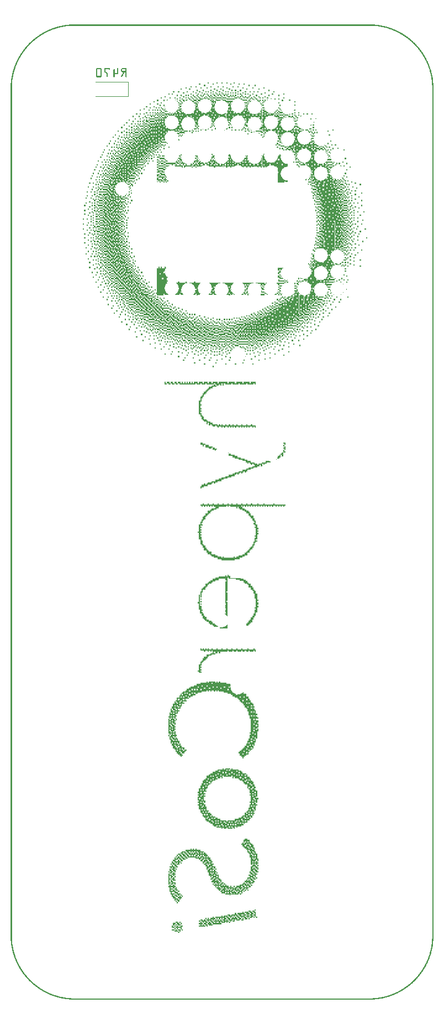
<source format=gbo>
G04 MADE WITH FRITZING*
G04 WWW.FRITZING.ORG*
G04 DOUBLE SIDED*
G04 HOLES PLATED*
G04 CONTOUR ON CENTER OF CONTOUR VECTOR*
%ASAXBY*%
%FSLAX23Y23*%
%MOIN*%
%OFA0B0*%
%SFA1.0B1.0*%
%ADD10R,0.001000X0.001000*%
%LNSILK0*%
G90*
G70*
G36*
X436Y4708D02*
X443Y4708D01*
X443Y4700D01*
X436Y4700D01*
X436Y4708D01*
G37*
D02*
G36*
X436Y4678D02*
X443Y4678D01*
X443Y4670D01*
X436Y4670D01*
X436Y4678D01*
G37*
D02*
G36*
X436Y4648D02*
X443Y4648D01*
X443Y4640D01*
X436Y4640D01*
X436Y4648D01*
G37*
D02*
G36*
X443Y4790D02*
X451Y4790D01*
X451Y4782D01*
X443Y4782D01*
X443Y4790D01*
G37*
D02*
G36*
X443Y4760D02*
X451Y4760D01*
X451Y4752D01*
X443Y4752D01*
X443Y4760D01*
G37*
D02*
G36*
X443Y4737D02*
X451Y4737D01*
X451Y4730D01*
X443Y4730D01*
X443Y4737D01*
G37*
D02*
G36*
X443Y4618D02*
X451Y4618D01*
X451Y4611D01*
X443Y4611D01*
X443Y4618D01*
G37*
D02*
G36*
X443Y4596D02*
X451Y4596D01*
X451Y4588D01*
X443Y4588D01*
X443Y4596D01*
G37*
D02*
G36*
X443Y4566D02*
X451Y4566D01*
X451Y4558D01*
X443Y4558D01*
X443Y4566D01*
G37*
D02*
G36*
X451Y4834D02*
X458Y4834D01*
X458Y4827D01*
X451Y4827D01*
X451Y4834D01*
G37*
D02*
G36*
X451Y4805D02*
X458Y4805D01*
X458Y4797D01*
X451Y4797D01*
X451Y4805D01*
G37*
D02*
G36*
X451Y4536D02*
X458Y4536D01*
X458Y4529D01*
X451Y4529D01*
X451Y4536D01*
G37*
D02*
G36*
X451Y4499D02*
X458Y4499D01*
X458Y4491D01*
X451Y4491D01*
X451Y4499D01*
G37*
D02*
G36*
X458Y4872D02*
X466Y4872D01*
X466Y4864D01*
X458Y4864D01*
X458Y4872D01*
G37*
D02*
G36*
X458Y4849D02*
X466Y4849D01*
X466Y4842D01*
X458Y4842D01*
X458Y4849D01*
G37*
D02*
G36*
X458Y4708D02*
X466Y4708D01*
X466Y4700D01*
X458Y4700D01*
X458Y4708D01*
G37*
D02*
G36*
X458Y4670D02*
X466Y4670D01*
X466Y4663D01*
X458Y4663D01*
X458Y4670D01*
G37*
D02*
G36*
X458Y4640D02*
X466Y4640D01*
X466Y4633D01*
X458Y4633D01*
X458Y4640D01*
G37*
D02*
G36*
X466Y4902D02*
X473Y4902D01*
X473Y4894D01*
X466Y4894D01*
X466Y4902D01*
G37*
D02*
G36*
X466Y4767D02*
X473Y4767D01*
X473Y4760D01*
X466Y4760D01*
X466Y4767D01*
G37*
D02*
G36*
X466Y4730D02*
X473Y4730D01*
X473Y4723D01*
X466Y4723D01*
X466Y4730D01*
G37*
D02*
G36*
X466Y4685D02*
X473Y4685D01*
X473Y4678D01*
X466Y4678D01*
X466Y4685D01*
G37*
D02*
G36*
X466Y4611D02*
X473Y4611D01*
X473Y4603D01*
X466Y4603D01*
X466Y4611D01*
G37*
D02*
G36*
X466Y4581D02*
X473Y4581D01*
X473Y4573D01*
X466Y4573D01*
X466Y4581D01*
G37*
D02*
G36*
X466Y4551D02*
X473Y4551D01*
X473Y4544D01*
X466Y4544D01*
X466Y4551D01*
G37*
D02*
G36*
X466Y4514D02*
X473Y4514D01*
X473Y4506D01*
X466Y4506D01*
X466Y4514D01*
G37*
D02*
G36*
X466Y4469D02*
X473Y4469D01*
X473Y4461D01*
X466Y4461D01*
X466Y4469D01*
G37*
D02*
G36*
X473Y4924D02*
X481Y4924D01*
X481Y4917D01*
X473Y4917D01*
X473Y4924D01*
G37*
D02*
G36*
X473Y4812D02*
X481Y4812D01*
X481Y4805D01*
X473Y4805D01*
X473Y4812D01*
G37*
D02*
G36*
X473Y4782D02*
X481Y4782D01*
X481Y4775D01*
X473Y4775D01*
X473Y4782D01*
G37*
D02*
G36*
X473Y4745D02*
X481Y4745D01*
X481Y4737D01*
X473Y4737D01*
X473Y4745D01*
G37*
D02*
G36*
X473Y4655D02*
X481Y4655D01*
X481Y4648D01*
X473Y4648D01*
X473Y4655D01*
G37*
D02*
G36*
X473Y4626D02*
X481Y4626D01*
X481Y4618D01*
X473Y4618D01*
X473Y4626D01*
G37*
D02*
G36*
X473Y4447D02*
X481Y4447D01*
X481Y4439D01*
X473Y4439D01*
X473Y4447D01*
G37*
D02*
G36*
X473Y4417D02*
X481Y4417D01*
X481Y4409D01*
X473Y4409D01*
X473Y4417D01*
G37*
D02*
G36*
X481Y4954D02*
X488Y4954D01*
X488Y4946D01*
X481Y4946D01*
X481Y4954D01*
G37*
D02*
G36*
X481Y4872D02*
X488Y4872D01*
X488Y4864D01*
X481Y4864D01*
X481Y4872D01*
G37*
D02*
G36*
X481Y4834D02*
X488Y4834D01*
X488Y4827D01*
X481Y4827D01*
X481Y4834D01*
G37*
D02*
G36*
X481Y4723D02*
X488Y4723D01*
X488Y4715D01*
X481Y4715D01*
X481Y4723D01*
G37*
D02*
G36*
X481Y4708D02*
X488Y4708D01*
X488Y4700D01*
X481Y4700D01*
X481Y4708D01*
G37*
D02*
G36*
X481Y4693D02*
X488Y4693D01*
X488Y4685D01*
X481Y4685D01*
X481Y4693D01*
G37*
D02*
G36*
X481Y4670D02*
X488Y4670D01*
X488Y4663D01*
X481Y4663D01*
X481Y4670D01*
G37*
D02*
G36*
X481Y4640D02*
X488Y4640D01*
X488Y4633D01*
X481Y4633D01*
X481Y4640D01*
G37*
D02*
G36*
X481Y4596D02*
X488Y4596D01*
X488Y4588D01*
X481Y4588D01*
X481Y4596D01*
G37*
D02*
G36*
X481Y4573D02*
X488Y4573D01*
X488Y4566D01*
X481Y4566D01*
X481Y4573D01*
G37*
D02*
G36*
X481Y4529D02*
X488Y4529D01*
X488Y4521D01*
X481Y4521D01*
X481Y4529D01*
G37*
D02*
G36*
X481Y4484D02*
X488Y4484D01*
X488Y4476D01*
X481Y4476D01*
X481Y4484D01*
G37*
D02*
G36*
X488Y4969D02*
X496Y4969D01*
X496Y4961D01*
X488Y4961D01*
X488Y4969D01*
G37*
D02*
G36*
X488Y4887D02*
X496Y4887D01*
X496Y4879D01*
X488Y4879D01*
X488Y4887D01*
G37*
D02*
G36*
X488Y4849D02*
X496Y4849D01*
X496Y4842D01*
X488Y4842D01*
X488Y4849D01*
G37*
D02*
G36*
X488Y4805D02*
X496Y4805D01*
X496Y4797D01*
X488Y4797D01*
X488Y4805D01*
G37*
D02*
G36*
X488Y4790D02*
X496Y4790D01*
X496Y4782D01*
X488Y4782D01*
X488Y4790D01*
G37*
D02*
G36*
X488Y4767D02*
X496Y4767D01*
X496Y4760D01*
X488Y4760D01*
X488Y4767D01*
G37*
D02*
G36*
X488Y4752D02*
X496Y4752D01*
X496Y4745D01*
X488Y4745D01*
X488Y4752D01*
G37*
D02*
G36*
X488Y4618D02*
X496Y4618D01*
X496Y4611D01*
X488Y4611D01*
X488Y4618D01*
G37*
D02*
G36*
X488Y4558D02*
X496Y4558D01*
X496Y4551D01*
X488Y4551D01*
X488Y4558D01*
G37*
D02*
G36*
X488Y4544D02*
X496Y4544D01*
X496Y4536D01*
X488Y4536D01*
X488Y4544D01*
G37*
D02*
G36*
X488Y4499D02*
X496Y4499D01*
X496Y4491D01*
X488Y4491D01*
X488Y4499D01*
G37*
D02*
G36*
X488Y4387D02*
X496Y4387D01*
X496Y4379D01*
X488Y4379D01*
X488Y4387D01*
G37*
D02*
G36*
X496Y4984D02*
X503Y4984D01*
X503Y4976D01*
X496Y4976D01*
X496Y4984D01*
G37*
D02*
G36*
X496Y4924D02*
X503Y4924D01*
X503Y4917D01*
X496Y4917D01*
X496Y4924D01*
G37*
D02*
G36*
X496Y4902D02*
X503Y4902D01*
X503Y4894D01*
X496Y4894D01*
X496Y4902D01*
G37*
D02*
G36*
X496Y4827D02*
X503Y4827D01*
X503Y4820D01*
X496Y4820D01*
X496Y4827D01*
G37*
D02*
G36*
X496Y4745D02*
X503Y4745D01*
X503Y4737D01*
X496Y4737D01*
X496Y4745D01*
G37*
D02*
G36*
X496Y4730D02*
X503Y4730D01*
X503Y4723D01*
X496Y4723D01*
X496Y4730D01*
G37*
D02*
G36*
X496Y4715D02*
X503Y4715D01*
X503Y4708D01*
X496Y4708D01*
X496Y4715D01*
G37*
D02*
G36*
X496Y4700D02*
X503Y4700D01*
X503Y4693D01*
X496Y4693D01*
X496Y4700D01*
G37*
D02*
G36*
X496Y4685D02*
X503Y4685D01*
X503Y4678D01*
X496Y4678D01*
X496Y4685D01*
G37*
D02*
G36*
X496Y4670D02*
X503Y4670D01*
X503Y4663D01*
X496Y4663D01*
X496Y4670D01*
G37*
D02*
G36*
X496Y4655D02*
X503Y4655D01*
X503Y4648D01*
X496Y4648D01*
X496Y4655D01*
G37*
D02*
G36*
X496Y4640D02*
X503Y4640D01*
X503Y4633D01*
X496Y4633D01*
X496Y4640D01*
G37*
D02*
G36*
X496Y4611D02*
X503Y4611D01*
X503Y4603D01*
X496Y4603D01*
X496Y4611D01*
G37*
D02*
G36*
X496Y4596D02*
X503Y4596D01*
X503Y4588D01*
X496Y4588D01*
X496Y4596D01*
G37*
D02*
G36*
X496Y4581D02*
X503Y4581D01*
X503Y4573D01*
X496Y4573D01*
X496Y4581D01*
G37*
D02*
G36*
X496Y4514D02*
X503Y4514D01*
X503Y4506D01*
X496Y4506D01*
X496Y4514D01*
G37*
D02*
G36*
X496Y4461D02*
X503Y4461D01*
X503Y4454D01*
X496Y4454D01*
X496Y4461D01*
G37*
D02*
G36*
X496Y4432D02*
X503Y4432D01*
X503Y4424D01*
X496Y4424D01*
X496Y4432D01*
G37*
D02*
G36*
X496Y4357D02*
X503Y4357D01*
X503Y4350D01*
X496Y4350D01*
X496Y4357D01*
G37*
D02*
G36*
X503Y5006D02*
X511Y5006D01*
X511Y4999D01*
X503Y4999D01*
X503Y5006D01*
G37*
D02*
G36*
X503Y4872D02*
X511Y4872D01*
X511Y4864D01*
X503Y4864D01*
X503Y4872D01*
G37*
D02*
G36*
X503Y4857D02*
X511Y4857D01*
X511Y4849D01*
X503Y4849D01*
X503Y4857D01*
G37*
D02*
G36*
X503Y4820D02*
X511Y4820D01*
X511Y4812D01*
X503Y4812D01*
X503Y4820D01*
G37*
D02*
G36*
X503Y4805D02*
X511Y4805D01*
X511Y4797D01*
X503Y4797D01*
X503Y4805D01*
G37*
D02*
G36*
X503Y4790D02*
X511Y4790D01*
X511Y4782D01*
X503Y4782D01*
X503Y4790D01*
G37*
D02*
G36*
X503Y4775D02*
X511Y4775D01*
X511Y4767D01*
X503Y4767D01*
X503Y4775D01*
G37*
D02*
G36*
X503Y4760D02*
X511Y4760D01*
X511Y4752D01*
X503Y4752D01*
X503Y4760D01*
G37*
D02*
G36*
X503Y4663D02*
X511Y4663D01*
X511Y4655D01*
X503Y4655D01*
X503Y4663D01*
G37*
D02*
G36*
X503Y4633D02*
X511Y4633D01*
X511Y4626D01*
X503Y4626D01*
X503Y4633D01*
G37*
D02*
G36*
X503Y4618D02*
X511Y4618D01*
X511Y4611D01*
X503Y4611D01*
X503Y4618D01*
G37*
D02*
G36*
X503Y4573D02*
X511Y4573D01*
X511Y4566D01*
X503Y4566D01*
X503Y4573D01*
G37*
D02*
G36*
X503Y4558D02*
X511Y4558D01*
X511Y4551D01*
X503Y4551D01*
X503Y4558D01*
G37*
D02*
G36*
X503Y4536D02*
X511Y4536D01*
X511Y4529D01*
X503Y4529D01*
X503Y4536D01*
G37*
D02*
G36*
X503Y4484D02*
X511Y4484D01*
X511Y4476D01*
X503Y4476D01*
X503Y4484D01*
G37*
D02*
G36*
X503Y4409D02*
X511Y4409D01*
X511Y4402D01*
X503Y4402D01*
X503Y4409D01*
G37*
D02*
G36*
X511Y5021D02*
X518Y5021D01*
X518Y5013D01*
X511Y5013D01*
X511Y5021D01*
G37*
D02*
G36*
X511Y4946D02*
X518Y4946D01*
X518Y4939D01*
X511Y4939D01*
X511Y4946D01*
G37*
D02*
G36*
X511Y4917D02*
X518Y4917D01*
X518Y4909D01*
X511Y4909D01*
X511Y4917D01*
G37*
D02*
G36*
X511Y4894D02*
X518Y4894D01*
X518Y4887D01*
X511Y4887D01*
X511Y4894D01*
G37*
D02*
G36*
X511Y4842D02*
X518Y4842D01*
X518Y4834D01*
X511Y4834D01*
X511Y4842D01*
G37*
D02*
G36*
X511Y4827D02*
X518Y4827D01*
X518Y4820D01*
X511Y4820D01*
X511Y4827D01*
G37*
D02*
G36*
X511Y4782D02*
X518Y4782D01*
X518Y4775D01*
X511Y4775D01*
X511Y4782D01*
G37*
D02*
G36*
X511Y4752D02*
X518Y4752D01*
X518Y4745D01*
X511Y4745D01*
X511Y4752D01*
G37*
D02*
G36*
X511Y4737D02*
X525Y4737D01*
X525Y4730D01*
X511Y4730D01*
X511Y4737D01*
G37*
D02*
G36*
X511Y4723D02*
X525Y4723D01*
X525Y4715D01*
X511Y4715D01*
X511Y4723D01*
G37*
D02*
G36*
X511Y4708D02*
X540Y4708D01*
X540Y4700D01*
X511Y4700D01*
X511Y4708D01*
G37*
D02*
G36*
X511Y4693D02*
X525Y4693D01*
X525Y4685D01*
X511Y4685D01*
X511Y4693D01*
G37*
D02*
G36*
X511Y4678D02*
X525Y4678D01*
X525Y4670D01*
X511Y4670D01*
X511Y4678D01*
G37*
D02*
G36*
X511Y4655D02*
X518Y4655D01*
X518Y4648D01*
X511Y4648D01*
X511Y4655D01*
G37*
D02*
G36*
X511Y4640D02*
X518Y4640D01*
X518Y4633D01*
X511Y4633D01*
X511Y4640D01*
G37*
D02*
G36*
X511Y4603D02*
X518Y4603D01*
X518Y4596D01*
X511Y4596D01*
X511Y4603D01*
G37*
D02*
G36*
X511Y4588D02*
X518Y4588D01*
X518Y4581D01*
X511Y4581D01*
X511Y4588D01*
G37*
D02*
G36*
X511Y4551D02*
X518Y4551D01*
X518Y4544D01*
X511Y4544D01*
X511Y4551D01*
G37*
D02*
G36*
X511Y4529D02*
X518Y4529D01*
X518Y4521D01*
X511Y4521D01*
X511Y4529D01*
G37*
D02*
G36*
X511Y4514D02*
X518Y4514D01*
X518Y4506D01*
X511Y4506D01*
X511Y4514D01*
G37*
D02*
G36*
X511Y4499D02*
X518Y4499D01*
X518Y4491D01*
X511Y4491D01*
X511Y4499D01*
G37*
D02*
G36*
X511Y4461D02*
X518Y4461D01*
X518Y4454D01*
X511Y4454D01*
X511Y4461D01*
G37*
D02*
G36*
X511Y4439D02*
X518Y4439D01*
X518Y4432D01*
X511Y4432D01*
X511Y4439D01*
G37*
D02*
G36*
X511Y4372D02*
X518Y4372D01*
X518Y4364D01*
X511Y4364D01*
X511Y4372D01*
G37*
D02*
G36*
X511Y4327D02*
X518Y4327D01*
X518Y4320D01*
X511Y4320D01*
X511Y4327D01*
G37*
D02*
G36*
X518Y5036D02*
X525Y5036D01*
X525Y5028D01*
X518Y5028D01*
X518Y5036D01*
G37*
D02*
G36*
X518Y4961D02*
X525Y4961D01*
X525Y4954D01*
X518Y4954D01*
X518Y4961D01*
G37*
D02*
G36*
X518Y4931D02*
X525Y4931D01*
X525Y4924D01*
X518Y4924D01*
X518Y4931D01*
G37*
D02*
G36*
X518Y4879D02*
X525Y4879D01*
X525Y4872D01*
X518Y4872D01*
X518Y4879D01*
G37*
D02*
G36*
X518Y4864D02*
X525Y4864D01*
X525Y4857D01*
X518Y4857D01*
X518Y4864D01*
G37*
D02*
G36*
X518Y4849D02*
X525Y4849D01*
X525Y4842D01*
X518Y4842D01*
X518Y4849D01*
G37*
D02*
G36*
X518Y4812D02*
X533Y4812D01*
X533Y4805D01*
X518Y4805D01*
X518Y4812D01*
G37*
D02*
G36*
X518Y4797D02*
X525Y4797D01*
X525Y4790D01*
X518Y4790D01*
X518Y4797D01*
G37*
D02*
G36*
X518Y4775D02*
X525Y4775D01*
X525Y4767D01*
X518Y4767D01*
X518Y4775D01*
G37*
D02*
G36*
X518Y4760D02*
X525Y4760D01*
X525Y4752D01*
X518Y4752D01*
X518Y4760D01*
G37*
D02*
G36*
X518Y4663D02*
X540Y4663D01*
X540Y4655D01*
X518Y4655D01*
X518Y4663D01*
G37*
D02*
G36*
X518Y4633D02*
X540Y4633D01*
X540Y4626D01*
X518Y4626D01*
X518Y4633D01*
G37*
D02*
G36*
X518Y4618D02*
X533Y4618D01*
X533Y4611D01*
X518Y4611D01*
X518Y4618D01*
G37*
D02*
G36*
X518Y4596D02*
X525Y4596D01*
X525Y4588D01*
X518Y4588D01*
X518Y4596D01*
G37*
D02*
G36*
X518Y4573D02*
X533Y4573D01*
X533Y4566D01*
X518Y4566D01*
X518Y4573D01*
G37*
D02*
G36*
X518Y4558D02*
X525Y4558D01*
X525Y4551D01*
X518Y4551D01*
X518Y4558D01*
G37*
D02*
G36*
X518Y4536D02*
X525Y4536D01*
X525Y4529D01*
X518Y4529D01*
X518Y4536D01*
G37*
D02*
G36*
X518Y4484D02*
X525Y4484D01*
X525Y4476D01*
X518Y4476D01*
X518Y4484D01*
G37*
D02*
G36*
X518Y4417D02*
X525Y4417D01*
X525Y4409D01*
X518Y4409D01*
X518Y4417D01*
G37*
D02*
G36*
X518Y4387D02*
X525Y4387D01*
X525Y4379D01*
X518Y4379D01*
X518Y4387D01*
G37*
D02*
G36*
X525Y5058D02*
X533Y5058D01*
X533Y5051D01*
X525Y5051D01*
X525Y5058D01*
G37*
D02*
G36*
X525Y4984D02*
X533Y4984D01*
X533Y4976D01*
X525Y4976D01*
X525Y4984D01*
G37*
D02*
G36*
X525Y4917D02*
X533Y4917D01*
X533Y4909D01*
X525Y4909D01*
X525Y4917D01*
G37*
D02*
G36*
X525Y4902D02*
X533Y4902D01*
X533Y4894D01*
X525Y4894D01*
X525Y4902D01*
G37*
D02*
G36*
X525Y4887D02*
X533Y4887D01*
X533Y4879D01*
X525Y4879D01*
X525Y4887D01*
G37*
D02*
G36*
X525Y4842D02*
X540Y4842D01*
X540Y4834D01*
X525Y4834D01*
X525Y4842D01*
G37*
D02*
G36*
X525Y4827D02*
X533Y4827D01*
X533Y4820D01*
X525Y4820D01*
X525Y4827D01*
G37*
D02*
G36*
X525Y4790D02*
X555Y4790D01*
X555Y4782D01*
X525Y4782D01*
X525Y4790D01*
G37*
D02*
G36*
X525Y4767D02*
X533Y4767D01*
X533Y4760D01*
X525Y4760D01*
X525Y4767D01*
G37*
D02*
G36*
X525Y4752D02*
X540Y4752D01*
X540Y4745D01*
X525Y4745D01*
X525Y4752D01*
G37*
D02*
G36*
X525Y4730D02*
X533Y4730D01*
X533Y4723D01*
X525Y4723D01*
X525Y4730D01*
G37*
D02*
G36*
X525Y4685D02*
X533Y4685D01*
X533Y4678D01*
X525Y4678D01*
X525Y4685D01*
G37*
D02*
G36*
X525Y4648D02*
X540Y4648D01*
X540Y4640D01*
X525Y4640D01*
X525Y4648D01*
G37*
D02*
G36*
X525Y4603D02*
X533Y4603D01*
X533Y4596D01*
X525Y4596D01*
X525Y4603D01*
G37*
D02*
G36*
X525Y4588D02*
X540Y4588D01*
X540Y4581D01*
X525Y4581D01*
X525Y4588D01*
G37*
D02*
G36*
X525Y4551D02*
X533Y4551D01*
X533Y4544D01*
X525Y4544D01*
X525Y4551D01*
G37*
D02*
G36*
X525Y4521D02*
X533Y4521D01*
X533Y4514D01*
X525Y4514D01*
X525Y4521D01*
G37*
D02*
G36*
X525Y4506D02*
X540Y4506D01*
X540Y4499D01*
X525Y4499D01*
X525Y4506D01*
G37*
D02*
G36*
X525Y4491D02*
X533Y4491D01*
X533Y4484D01*
X525Y4484D01*
X525Y4491D01*
G37*
D02*
G36*
X525Y4469D02*
X533Y4469D01*
X533Y4461D01*
X525Y4461D01*
X525Y4469D01*
G37*
D02*
G36*
X525Y4454D02*
X533Y4454D01*
X533Y4447D01*
X525Y4447D01*
X525Y4454D01*
G37*
D02*
G36*
X525Y4439D02*
X533Y4439D01*
X533Y4432D01*
X525Y4432D01*
X525Y4439D01*
G37*
D02*
G36*
X525Y4342D02*
X533Y4342D01*
X533Y4335D01*
X525Y4335D01*
X525Y4342D01*
G37*
D02*
G36*
X525Y4297D02*
X533Y4297D01*
X533Y4290D01*
X525Y4290D01*
X525Y4297D01*
G37*
D02*
G36*
X533Y4999D02*
X540Y4999D01*
X540Y4991D01*
X533Y4991D01*
X533Y4999D01*
G37*
D02*
G36*
X533Y4961D02*
X540Y4961D01*
X540Y4954D01*
X533Y4954D01*
X533Y4961D01*
G37*
D02*
G36*
X533Y4946D02*
X540Y4946D01*
X540Y4939D01*
X533Y4939D01*
X533Y4946D01*
G37*
D02*
G36*
X533Y4931D02*
X540Y4931D01*
X540Y4924D01*
X533Y4924D01*
X533Y4931D01*
G37*
D02*
G36*
X533Y4894D02*
X540Y4894D01*
X540Y4887D01*
X533Y4887D01*
X533Y4894D01*
G37*
D02*
G36*
X533Y4872D02*
X578Y4872D01*
X578Y4864D01*
X533Y4864D01*
X533Y4872D01*
G37*
D02*
G36*
X533Y4857D02*
X548Y4857D01*
X548Y4849D01*
X533Y4849D01*
X533Y4857D01*
G37*
D02*
G36*
X533Y4820D02*
X555Y4820D01*
X555Y4812D01*
X533Y4812D01*
X533Y4820D01*
G37*
D02*
G36*
X533Y4805D02*
X555Y4805D01*
X555Y4797D01*
X533Y4797D01*
X533Y4805D01*
G37*
D02*
G36*
X533Y4775D02*
X555Y4775D01*
X555Y4767D01*
X533Y4767D01*
X533Y4775D01*
G37*
D02*
G36*
X533Y4737D02*
X540Y4737D01*
X540Y4730D01*
X533Y4730D01*
X533Y4737D01*
G37*
D02*
G36*
X533Y4723D02*
X540Y4723D01*
X540Y4715D01*
X533Y4715D01*
X533Y4723D01*
G37*
D02*
G36*
X533Y4693D02*
X540Y4693D01*
X540Y4685D01*
X533Y4685D01*
X533Y4693D01*
G37*
D02*
G36*
X533Y4678D02*
X540Y4678D01*
X540Y4670D01*
X533Y4670D01*
X533Y4678D01*
G37*
D02*
G36*
X533Y4611D02*
X563Y4611D01*
X563Y4603D01*
X555Y4603D01*
X555Y4596D01*
X548Y4596D01*
X548Y4603D01*
X533Y4603D01*
X533Y4611D01*
G37*
D02*
G36*
X533Y4566D02*
X548Y4566D01*
X548Y4558D01*
X533Y4558D01*
X533Y4566D01*
G37*
D02*
G36*
X533Y4544D02*
X540Y4544D01*
X540Y4536D01*
X533Y4536D01*
X533Y4544D01*
G37*
D02*
G36*
X533Y4529D02*
X540Y4529D01*
X540Y4521D01*
X533Y4521D01*
X533Y4529D01*
G37*
D02*
G36*
X533Y4484D02*
X540Y4484D01*
X540Y4476D01*
X533Y4476D01*
X533Y4484D01*
G37*
D02*
G36*
X533Y4432D02*
X540Y4432D01*
X540Y4424D01*
X533Y4424D01*
X533Y4432D01*
G37*
D02*
G36*
X533Y4409D02*
X540Y4409D01*
X540Y4402D01*
X533Y4402D01*
X533Y4409D01*
G37*
D02*
G36*
X533Y4357D02*
X540Y4357D01*
X540Y4350D01*
X533Y4350D01*
X533Y4357D01*
G37*
D02*
G36*
X540Y5081D02*
X548Y5081D01*
X548Y5073D01*
X540Y5073D01*
X540Y5081D01*
G37*
D02*
G36*
X540Y5021D02*
X548Y5021D01*
X548Y5013D01*
X540Y5013D01*
X540Y5021D01*
G37*
D02*
G36*
X540Y4976D02*
X548Y4976D01*
X548Y4969D01*
X540Y4969D01*
X540Y4976D01*
G37*
D02*
G36*
X540Y4924D02*
X548Y4924D01*
X548Y4917D01*
X540Y4917D01*
X540Y4924D01*
G37*
D02*
G36*
X540Y4909D02*
X555Y4909D01*
X555Y4902D01*
X540Y4902D01*
X540Y4909D01*
G37*
D02*
G36*
X540Y4887D02*
X548Y4887D01*
X548Y4879D01*
X540Y4879D01*
X540Y4887D01*
G37*
D02*
G36*
X540Y4834D02*
X555Y4834D01*
X555Y4827D01*
X540Y4827D01*
X540Y4834D01*
G37*
D02*
G36*
X540Y4760D02*
X555Y4760D01*
X555Y4752D01*
X540Y4752D01*
X540Y4760D01*
G37*
D02*
G36*
X540Y4745D02*
X555Y4745D01*
X555Y4737D01*
X540Y4737D01*
X540Y4745D01*
G37*
D02*
G36*
X540Y4730D02*
X555Y4730D01*
X555Y4723D01*
X540Y4723D01*
X540Y4730D01*
G37*
D02*
G36*
X540Y4700D02*
X563Y4700D01*
X563Y4693D01*
X570Y4693D01*
X570Y4685D01*
X578Y4685D01*
X578Y4678D01*
X563Y4678D01*
X563Y4685D01*
X555Y4685D01*
X555Y4693D01*
X540Y4693D01*
X540Y4700D01*
G37*
D02*
G36*
X540Y4685D02*
X555Y4685D01*
X555Y4678D01*
X540Y4678D01*
X540Y4685D01*
G37*
D02*
G36*
X540Y4640D02*
X555Y4640D01*
X555Y4633D01*
X540Y4633D01*
X540Y4640D01*
G37*
D02*
G36*
X540Y4626D02*
X555Y4626D01*
X555Y4633D01*
X570Y4633D01*
X570Y4626D01*
X563Y4626D01*
X563Y4618D01*
X540Y4618D01*
X540Y4626D01*
G37*
D02*
G36*
X540Y4596D02*
X548Y4596D01*
X548Y4588D01*
X540Y4588D01*
X540Y4596D01*
G37*
D02*
G36*
X540Y4581D02*
X548Y4581D01*
X548Y4573D01*
X540Y4573D01*
X540Y4581D01*
G37*
D02*
G36*
X540Y4551D02*
X548Y4551D01*
X548Y4544D01*
X540Y4544D01*
X540Y4551D01*
G37*
D02*
G36*
X540Y4536D02*
X548Y4536D01*
X548Y4529D01*
X540Y4529D01*
X540Y4536D01*
G37*
D02*
G36*
X540Y4521D02*
X548Y4521D01*
X548Y4514D01*
X540Y4514D01*
X540Y4521D01*
G37*
D02*
G36*
X540Y4499D02*
X555Y4499D01*
X555Y4491D01*
X540Y4491D01*
X540Y4499D01*
G37*
D02*
G36*
X540Y4476D02*
X548Y4476D01*
X548Y4469D01*
X540Y4469D01*
X540Y4476D01*
G37*
D02*
G36*
X540Y4461D02*
X555Y4461D01*
X555Y4454D01*
X540Y4454D01*
X540Y4461D01*
G37*
D02*
G36*
X540Y4447D02*
X548Y4447D01*
X548Y4439D01*
X540Y4439D01*
X540Y4447D01*
G37*
D02*
G36*
X540Y4417D02*
X548Y4417D01*
X548Y4409D01*
X540Y4409D01*
X540Y4417D01*
G37*
D02*
G36*
X540Y4394D02*
X548Y4394D01*
X548Y4387D01*
X540Y4387D01*
X540Y4394D01*
G37*
D02*
G36*
X540Y4379D02*
X548Y4379D01*
X548Y4372D01*
X540Y4372D01*
X540Y4379D01*
G37*
D02*
G36*
X540Y4312D02*
X548Y4312D01*
X548Y4305D01*
X540Y4305D01*
X540Y4312D01*
G37*
D02*
G36*
X540Y4268D02*
X548Y4268D01*
X548Y4260D01*
X540Y4260D01*
X540Y4268D01*
G37*
D02*
G36*
X548Y5096D02*
X555Y5096D01*
X555Y5088D01*
X548Y5088D01*
X548Y5096D01*
G37*
D02*
G36*
X548Y5051D02*
X555Y5051D01*
X555Y5043D01*
X548Y5043D01*
X548Y5051D01*
G37*
D02*
G36*
X548Y4999D02*
X555Y4999D01*
X555Y4991D01*
X548Y4991D01*
X548Y4999D01*
G37*
D02*
G36*
X548Y4961D02*
X555Y4961D01*
X555Y4954D01*
X548Y4954D01*
X548Y4961D01*
G37*
D02*
G36*
X548Y4946D02*
X563Y4946D01*
X563Y4939D01*
X548Y4939D01*
X548Y4946D01*
G37*
D02*
G36*
X548Y4931D02*
X555Y4931D01*
X555Y4924D01*
X548Y4924D01*
X548Y4931D01*
G37*
D02*
G36*
X548Y4894D02*
X555Y4894D01*
X555Y4887D01*
X548Y4887D01*
X548Y4894D01*
G37*
D02*
G36*
X548Y4849D02*
X555Y4849D01*
X555Y4842D01*
X548Y4842D01*
X548Y4849D01*
G37*
D02*
G36*
X548Y4588D02*
X555Y4588D01*
X555Y4581D01*
X548Y4581D01*
X548Y4588D01*
G37*
D02*
G36*
X548Y4573D02*
X555Y4573D01*
X555Y4566D01*
X548Y4566D01*
X548Y4573D01*
G37*
D02*
G36*
X548Y4558D02*
X555Y4558D01*
X555Y4551D01*
X548Y4551D01*
X548Y4558D01*
G37*
D02*
G36*
X548Y4544D02*
X555Y4544D01*
X555Y4536D01*
X548Y4536D01*
X548Y4544D01*
G37*
D02*
G36*
X548Y4529D02*
X555Y4529D01*
X555Y4521D01*
X548Y4521D01*
X548Y4529D01*
G37*
D02*
G36*
X548Y4514D02*
X555Y4514D01*
X555Y4506D01*
X548Y4506D01*
X548Y4514D01*
G37*
D02*
G36*
X548Y4484D02*
X555Y4484D01*
X555Y4476D01*
X548Y4476D01*
X548Y4484D01*
G37*
D02*
G36*
X548Y4439D02*
X555Y4439D01*
X555Y4432D01*
X548Y4432D01*
X548Y4439D01*
G37*
D02*
G36*
X548Y4424D02*
X555Y4424D01*
X555Y4417D01*
X548Y4417D01*
X548Y4424D01*
G37*
D02*
G36*
X548Y4364D02*
X555Y4364D01*
X555Y4357D01*
X548Y4357D01*
X548Y4364D01*
G37*
D02*
G36*
X548Y4327D02*
X555Y4327D01*
X555Y4320D01*
X548Y4320D01*
X548Y4327D01*
G37*
D02*
G36*
X555Y5110D02*
X563Y5110D01*
X563Y5103D01*
X555Y5103D01*
X555Y5110D01*
G37*
D02*
G36*
X555Y5036D02*
X563Y5036D01*
X563Y5028D01*
X555Y5028D01*
X555Y5036D01*
G37*
D02*
G36*
X555Y5013D02*
X563Y5013D01*
X563Y5006D01*
X555Y5006D01*
X555Y5013D01*
G37*
D02*
G36*
X555Y4984D02*
X563Y4984D01*
X563Y4976D01*
X555Y4976D01*
X555Y4984D01*
G37*
D02*
G36*
X555Y4969D02*
X563Y4969D01*
X563Y4961D01*
X555Y4961D01*
X555Y4969D01*
G37*
D02*
G36*
X555Y4924D02*
X563Y4924D01*
X563Y4917D01*
X555Y4917D01*
X555Y4924D01*
G37*
D02*
G36*
X555Y4902D02*
X585Y4902D01*
X585Y4894D01*
X555Y4894D01*
X555Y4902D01*
G37*
D02*
G36*
X555Y4842D02*
X563Y4842D01*
X563Y4834D01*
X555Y4834D01*
X555Y4842D01*
G37*
D02*
G36*
X555Y4827D02*
X563Y4827D01*
X563Y4820D01*
X555Y4820D01*
X555Y4827D01*
G37*
D02*
G36*
X555Y4812D02*
X563Y4812D01*
X563Y4805D01*
X555Y4805D01*
X555Y4812D01*
G37*
D02*
G36*
X555Y4797D02*
X563Y4797D01*
X563Y4790D01*
X555Y4790D01*
X555Y4797D01*
G37*
D02*
G36*
X555Y4737D02*
X563Y4737D01*
X563Y4730D01*
X555Y4730D01*
X555Y4737D01*
G37*
D02*
G36*
X555Y4566D02*
X563Y4566D01*
X563Y4558D01*
X555Y4558D01*
X555Y4566D01*
G37*
D02*
G36*
X555Y4551D02*
X563Y4551D01*
X563Y4544D01*
X555Y4544D01*
X555Y4551D01*
G37*
D02*
G36*
X555Y4536D02*
X563Y4536D01*
X563Y4529D01*
X555Y4529D01*
X555Y4536D01*
G37*
D02*
G36*
X555Y4521D02*
X563Y4521D01*
X563Y4514D01*
X555Y4514D01*
X555Y4521D01*
G37*
D02*
G36*
X555Y4506D02*
X563Y4506D01*
X563Y4499D01*
X555Y4499D01*
X555Y4506D01*
G37*
D02*
G36*
X555Y4491D02*
X563Y4491D01*
X563Y4484D01*
X555Y4484D01*
X555Y4491D01*
G37*
D02*
G36*
X555Y4476D02*
X578Y4476D01*
X578Y4469D01*
X555Y4469D01*
X555Y4476D01*
G37*
D02*
G36*
X555Y4454D02*
X563Y4454D01*
X563Y4447D01*
X555Y4447D01*
X555Y4454D01*
G37*
D02*
G36*
X555Y4432D02*
X563Y4432D01*
X563Y4424D01*
X555Y4424D01*
X555Y4432D01*
G37*
D02*
G36*
X555Y4409D02*
X563Y4409D01*
X563Y4402D01*
X555Y4402D01*
X555Y4409D01*
G37*
D02*
G36*
X555Y4394D02*
X563Y4394D01*
X563Y4387D01*
X555Y4387D01*
X555Y4394D01*
G37*
D02*
G36*
X555Y4379D02*
X563Y4379D01*
X563Y4372D01*
X555Y4372D01*
X555Y4379D01*
G37*
D02*
G36*
X555Y4350D02*
X563Y4350D01*
X563Y4342D01*
X555Y4342D01*
X555Y4350D01*
G37*
D02*
G36*
X555Y4282D02*
X563Y4282D01*
X563Y4275D01*
X555Y4275D01*
X555Y4282D01*
G37*
D02*
G36*
X555Y4238D02*
X563Y4238D01*
X563Y4230D01*
X555Y4230D01*
X555Y4238D01*
G37*
D02*
G36*
X563Y5125D02*
X570Y5125D01*
X570Y5118D01*
X563Y5118D01*
X563Y5125D01*
G37*
D02*
G36*
X563Y5066D02*
X570Y5066D01*
X570Y5058D01*
X563Y5058D01*
X563Y5066D01*
G37*
D02*
G36*
X563Y5021D02*
X570Y5021D01*
X570Y5013D01*
X563Y5013D01*
X563Y5021D01*
G37*
D02*
G36*
X563Y4999D02*
X570Y4999D01*
X570Y4991D01*
X563Y4991D01*
X563Y4999D01*
G37*
D02*
G36*
X563Y4976D02*
X570Y4976D01*
X570Y4969D01*
X563Y4969D01*
X563Y4976D01*
G37*
D02*
G36*
X563Y4954D02*
X570Y4954D01*
X570Y4946D01*
X563Y4946D01*
X563Y4954D01*
G37*
D02*
G36*
X563Y4939D02*
X570Y4939D01*
X570Y4931D01*
X563Y4931D01*
X563Y4939D01*
G37*
D02*
G36*
X563Y4820D02*
X570Y4820D01*
X570Y4812D01*
X563Y4812D01*
X563Y4820D01*
G37*
D02*
G36*
X563Y4805D02*
X570Y4805D01*
X570Y4812D01*
X578Y4812D01*
X578Y4805D01*
X585Y4805D01*
X585Y4797D01*
X578Y4797D01*
X578Y4790D01*
X570Y4790D01*
X570Y4797D01*
X563Y4797D01*
X563Y4805D01*
G37*
D02*
G36*
X563Y4558D02*
X570Y4558D01*
X570Y4551D01*
X563Y4551D01*
X563Y4558D01*
G37*
D02*
G36*
X563Y4529D02*
X578Y4529D01*
X578Y4521D01*
X563Y4521D01*
X563Y4529D01*
G37*
D02*
G36*
X563Y4499D02*
X585Y4499D01*
X585Y4491D01*
X578Y4491D01*
X578Y4484D01*
X570Y4484D01*
X570Y4491D01*
X563Y4491D01*
X563Y4499D01*
G37*
D02*
G36*
X563Y4461D02*
X578Y4461D01*
X578Y4454D01*
X563Y4454D01*
X563Y4461D01*
G37*
D02*
G36*
X563Y4447D02*
X578Y4447D01*
X578Y4439D01*
X563Y4439D01*
X563Y4447D01*
G37*
D02*
G36*
X563Y4424D02*
X570Y4424D01*
X570Y4417D01*
X563Y4417D01*
X563Y4424D01*
G37*
D02*
G36*
X563Y4402D02*
X570Y4402D01*
X570Y4394D01*
X563Y4394D01*
X563Y4402D01*
G37*
D02*
G36*
X563Y4372D02*
X570Y4372D01*
X570Y4364D01*
X563Y4364D01*
X563Y4372D01*
G37*
D02*
G36*
X563Y4335D02*
X570Y4335D01*
X570Y4327D01*
X563Y4327D01*
X563Y4335D01*
G37*
D02*
G36*
X563Y4297D02*
X570Y4297D01*
X570Y4290D01*
X563Y4290D01*
X563Y4297D01*
G37*
D02*
G36*
X570Y5051D02*
X578Y5051D01*
X578Y5043D01*
X570Y5043D01*
X570Y5051D01*
G37*
D02*
G36*
X570Y5036D02*
X578Y5036D01*
X578Y5028D01*
X570Y5028D01*
X570Y5036D01*
G37*
D02*
G36*
X570Y5006D02*
X578Y5006D01*
X578Y4999D01*
X570Y4999D01*
X570Y5006D01*
G37*
D02*
G36*
X570Y4984D02*
X578Y4984D01*
X578Y4976D01*
X570Y4976D01*
X570Y4984D01*
G37*
D02*
G36*
X570Y4969D02*
X578Y4969D01*
X578Y4961D01*
X570Y4961D01*
X570Y4969D01*
G37*
D02*
G36*
X570Y4946D02*
X593Y4946D01*
X593Y4939D01*
X570Y4939D01*
X570Y4946D01*
G37*
D02*
G36*
X570Y4931D02*
X593Y4931D01*
X593Y4924D01*
X570Y4924D01*
X570Y4931D01*
G37*
D02*
G36*
X570Y4432D02*
X578Y4432D01*
X578Y4424D01*
X570Y4424D01*
X570Y4432D01*
G37*
D02*
G36*
X570Y4417D02*
X578Y4417D01*
X578Y4409D01*
X570Y4409D01*
X570Y4417D01*
G37*
D02*
G36*
X570Y4394D02*
X578Y4394D01*
X578Y4387D01*
X570Y4387D01*
X570Y4394D01*
G37*
D02*
G36*
X570Y4379D02*
X578Y4379D01*
X578Y4372D01*
X570Y4372D01*
X570Y4379D01*
G37*
D02*
G36*
X570Y4357D02*
X578Y4357D01*
X578Y4350D01*
X570Y4350D01*
X570Y4357D01*
G37*
D02*
G36*
X570Y4320D02*
X578Y4320D01*
X578Y4312D01*
X570Y4312D01*
X570Y4320D01*
G37*
D02*
G36*
X578Y5148D02*
X585Y5148D01*
X585Y5140D01*
X578Y5140D01*
X578Y5148D01*
G37*
D02*
G36*
X578Y5088D02*
X585Y5088D01*
X585Y5081D01*
X578Y5081D01*
X578Y5088D01*
G37*
D02*
G36*
X578Y5066D02*
X585Y5066D01*
X585Y5058D01*
X578Y5058D01*
X578Y5066D01*
G37*
D02*
G36*
X578Y5021D02*
X585Y5021D01*
X585Y5013D01*
X578Y5013D01*
X578Y5021D01*
G37*
D02*
G36*
X578Y4999D02*
X585Y4999D01*
X585Y4991D01*
X578Y4991D01*
X578Y4999D01*
G37*
D02*
G36*
X578Y4976D02*
X593Y4976D01*
X593Y4969D01*
X578Y4969D01*
X578Y4976D01*
G37*
D02*
G36*
X578Y4961D02*
X593Y4961D01*
X593Y4954D01*
X578Y4954D01*
X578Y4961D01*
G37*
D02*
G36*
X578Y4484D02*
X585Y4484D01*
X585Y4491D01*
X593Y4491D01*
X593Y4484D01*
X600Y4484D01*
X600Y4476D01*
X607Y4476D01*
X607Y4469D01*
X593Y4469D01*
X593Y4476D01*
X578Y4476D01*
X578Y4484D01*
G37*
D02*
G36*
X578Y4454D02*
X585Y4454D01*
X585Y4447D01*
X578Y4447D01*
X578Y4454D01*
G37*
D02*
G36*
X578Y4439D02*
X585Y4439D01*
X585Y4432D01*
X578Y4432D01*
X578Y4439D01*
G37*
D02*
G36*
X578Y4424D02*
X585Y4424D01*
X585Y4417D01*
X578Y4417D01*
X578Y4424D01*
G37*
D02*
G36*
X578Y4409D02*
X585Y4409D01*
X585Y4402D01*
X578Y4402D01*
X578Y4409D01*
G37*
D02*
G36*
X578Y4387D02*
X585Y4387D01*
X585Y4379D01*
X578Y4379D01*
X578Y4387D01*
G37*
D02*
G36*
X578Y4364D02*
X585Y4364D01*
X585Y4357D01*
X578Y4357D01*
X578Y4364D01*
G37*
D02*
G36*
X578Y4342D02*
X585Y4342D01*
X585Y4335D01*
X578Y4335D01*
X578Y4342D01*
G37*
D02*
G36*
X578Y4305D02*
X585Y4305D01*
X585Y4297D01*
X578Y4297D01*
X578Y4305D01*
G37*
D02*
G36*
X578Y4260D02*
X585Y4260D01*
X585Y4253D01*
X578Y4253D01*
X578Y4260D01*
G37*
D02*
G36*
X578Y4223D02*
X585Y4223D01*
X585Y4215D01*
X578Y4215D01*
X578Y4223D01*
G37*
D02*
G36*
X585Y5103D02*
X593Y5103D01*
X593Y5096D01*
X585Y5096D01*
X585Y5103D01*
G37*
D02*
G36*
X585Y5051D02*
X593Y5051D01*
X593Y5043D01*
X585Y5043D01*
X585Y5051D01*
G37*
D02*
G36*
X585Y5036D02*
X593Y5036D01*
X593Y5028D01*
X585Y5028D01*
X585Y5036D01*
G37*
D02*
G36*
X585Y5013D02*
X600Y5013D01*
X600Y5006D01*
X585Y5006D01*
X585Y5013D01*
G37*
D02*
G36*
X585Y4991D02*
X593Y4991D01*
X593Y4984D01*
X585Y4984D01*
X585Y4991D01*
G37*
D02*
G36*
X585Y4447D02*
X600Y4447D01*
X600Y4439D01*
X585Y4439D01*
X585Y4447D01*
G37*
D02*
G36*
X585Y4417D02*
X607Y4417D01*
X607Y4409D01*
X585Y4409D01*
X585Y4417D01*
G37*
D02*
G36*
X585Y4402D02*
X607Y4402D01*
X607Y4394D01*
X585Y4394D01*
X585Y4402D01*
G37*
D02*
G36*
X585Y4379D02*
X593Y4379D01*
X593Y4372D01*
X585Y4372D01*
X585Y4379D01*
G37*
D02*
G36*
X585Y4357D02*
X593Y4357D01*
X593Y4350D01*
X585Y4350D01*
X585Y4357D01*
G37*
D02*
G36*
X585Y4335D02*
X593Y4335D01*
X593Y4327D01*
X585Y4327D01*
X585Y4335D01*
G37*
D02*
G36*
X585Y4320D02*
X593Y4320D01*
X593Y4312D01*
X585Y4312D01*
X585Y4320D01*
G37*
D02*
G36*
X585Y4290D02*
X593Y4290D01*
X593Y4282D01*
X585Y4282D01*
X585Y4290D01*
G37*
D02*
G36*
X585Y4238D02*
X593Y4238D01*
X593Y4230D01*
X585Y4230D01*
X585Y4238D01*
G37*
D02*
G36*
X585Y4193D02*
X593Y4193D01*
X593Y4185D01*
X585Y4185D01*
X585Y4193D01*
G37*
D02*
G36*
X593Y5163D02*
X600Y5163D01*
X600Y5155D01*
X593Y5155D01*
X593Y5163D01*
G37*
D02*
G36*
X593Y5125D02*
X600Y5125D01*
X600Y5118D01*
X593Y5118D01*
X593Y5125D01*
G37*
D02*
G36*
X593Y5081D02*
X600Y5081D01*
X600Y5073D01*
X593Y5073D01*
X593Y5081D01*
G37*
D02*
G36*
X593Y5066D02*
X600Y5066D01*
X600Y5058D01*
X593Y5058D01*
X593Y5066D01*
G37*
D02*
G36*
X593Y5028D02*
X607Y5028D01*
X607Y5021D01*
X593Y5021D01*
X593Y5028D01*
G37*
D02*
G36*
X593Y4999D02*
X600Y4999D01*
X600Y4991D01*
X593Y4991D01*
X593Y4999D01*
G37*
D02*
G36*
X593Y4984D02*
X600Y4984D01*
X600Y4976D01*
X593Y4976D01*
X593Y4984D01*
G37*
D02*
G36*
X593Y4969D02*
X600Y4969D01*
X600Y4961D01*
X593Y4961D01*
X593Y4969D01*
G37*
D02*
G36*
X593Y4954D02*
X600Y4954D01*
X600Y4946D01*
X593Y4946D01*
X593Y4954D01*
G37*
D02*
G36*
X593Y4387D02*
X607Y4387D01*
X607Y4379D01*
X593Y4379D01*
X593Y4387D01*
G37*
D02*
G36*
X593Y4372D02*
X607Y4372D01*
X607Y4364D01*
X593Y4364D01*
X593Y4372D01*
G37*
D02*
G36*
X593Y4350D02*
X600Y4350D01*
X600Y4342D01*
X593Y4342D01*
X593Y4350D01*
G37*
D02*
G36*
X593Y4327D02*
X600Y4327D01*
X600Y4320D01*
X593Y4320D01*
X593Y4327D01*
G37*
D02*
G36*
X593Y4305D02*
X600Y4305D01*
X600Y4297D01*
X593Y4297D01*
X593Y4305D01*
G37*
D02*
G36*
X593Y4275D02*
X600Y4275D01*
X600Y4268D01*
X593Y4268D01*
X593Y4275D01*
G37*
D02*
G36*
X600Y5178D02*
X607Y5178D01*
X607Y5170D01*
X600Y5170D01*
X600Y5178D01*
G37*
D02*
G36*
X600Y5103D02*
X607Y5103D01*
X607Y5096D01*
X600Y5096D01*
X600Y5103D01*
G37*
D02*
G36*
X600Y5058D02*
X607Y5058D01*
X607Y5051D01*
X600Y5051D01*
X600Y5058D01*
G37*
D02*
G36*
X600Y5043D02*
X607Y5043D01*
X607Y5036D01*
X600Y5036D01*
X600Y5043D01*
G37*
D02*
G36*
X600Y5006D02*
X615Y5006D01*
X615Y4999D01*
X600Y4999D01*
X600Y5006D01*
G37*
D02*
G36*
X600Y4991D02*
X615Y4991D01*
X615Y4984D01*
X600Y4984D01*
X600Y4991D01*
G37*
D02*
G36*
X600Y4357D02*
X607Y4357D01*
X607Y4350D01*
X600Y4350D01*
X600Y4357D01*
G37*
D02*
G36*
X600Y4342D02*
X607Y4342D01*
X607Y4335D01*
X600Y4335D01*
X600Y4342D01*
G37*
D02*
G36*
X600Y4312D02*
X607Y4312D01*
X607Y4305D01*
X600Y4305D01*
X600Y4312D01*
G37*
D02*
G36*
X600Y4260D02*
X607Y4260D01*
X607Y4253D01*
X600Y4253D01*
X600Y4260D01*
G37*
D02*
G36*
X607Y5140D02*
X615Y5140D01*
X615Y5133D01*
X607Y5133D01*
X607Y5140D01*
G37*
D02*
G36*
X607Y5118D02*
X615Y5118D01*
X615Y5110D01*
X607Y5110D01*
X607Y5118D01*
G37*
D02*
G36*
X607Y5088D02*
X615Y5088D01*
X615Y5081D01*
X607Y5081D01*
X607Y5088D01*
G37*
D02*
G36*
X607Y5073D02*
X615Y5073D01*
X615Y5066D01*
X607Y5066D01*
X607Y5073D01*
G37*
D02*
G36*
X607Y5051D02*
X637Y5051D01*
X637Y5043D01*
X607Y5043D01*
X607Y5051D01*
G37*
D02*
G36*
X607Y5036D02*
X615Y5036D01*
X615Y5028D01*
X607Y5028D01*
X607Y5036D01*
G37*
D02*
G36*
X607Y5021D02*
X615Y5021D01*
X615Y5013D01*
X607Y5013D01*
X607Y5021D01*
G37*
D02*
G36*
X607Y4409D02*
X615Y4409D01*
X615Y4402D01*
X607Y4402D01*
X607Y4409D01*
G37*
D02*
G36*
X607Y4379D02*
X622Y4379D01*
X622Y4372D01*
X607Y4372D01*
X607Y4379D01*
G37*
D02*
G36*
X607Y4364D02*
X622Y4364D01*
X622Y4357D01*
X607Y4357D01*
X607Y4364D01*
G37*
D02*
G36*
X607Y4350D02*
X622Y4350D01*
X622Y4342D01*
X607Y4342D01*
X607Y4350D01*
G37*
D02*
G36*
X607Y4335D02*
X615Y4335D01*
X615Y4327D01*
X607Y4327D01*
X607Y4335D01*
G37*
D02*
G36*
X607Y4320D02*
X615Y4320D01*
X615Y4312D01*
X607Y4312D01*
X607Y4320D01*
G37*
D02*
G36*
X607Y4297D02*
X615Y4297D01*
X615Y4290D01*
X607Y4290D01*
X607Y4297D01*
G37*
D02*
G36*
X607Y4282D02*
X615Y4282D01*
X615Y4275D01*
X607Y4275D01*
X607Y4282D01*
G37*
D02*
G36*
X607Y4245D02*
X615Y4245D01*
X615Y4238D01*
X607Y4238D01*
X607Y4245D01*
G37*
D02*
G36*
X607Y4215D02*
X615Y4215D01*
X615Y4208D01*
X607Y4208D01*
X607Y4215D01*
G37*
D02*
G36*
X607Y4171D02*
X615Y4171D01*
X615Y4163D01*
X607Y4163D01*
X607Y4171D01*
G37*
D02*
G36*
X615Y5200D02*
X622Y5200D01*
X622Y5193D01*
X615Y5193D01*
X615Y5200D01*
G37*
D02*
G36*
X615Y5103D02*
X622Y5103D01*
X622Y5096D01*
X615Y5096D01*
X615Y5103D01*
G37*
D02*
G36*
X615Y5081D02*
X622Y5081D01*
X622Y5073D01*
X615Y5073D01*
X615Y5081D01*
G37*
D02*
G36*
X615Y5066D02*
X622Y5066D01*
X622Y5058D01*
X615Y5058D01*
X615Y5066D01*
G37*
D02*
G36*
X615Y5028D02*
X622Y5028D01*
X622Y5021D01*
X615Y5021D01*
X615Y5028D01*
G37*
D02*
G36*
X615Y5013D02*
X622Y5013D01*
X622Y5006D01*
X615Y5006D01*
X615Y5013D01*
G37*
D02*
G36*
X615Y4999D02*
X622Y4999D01*
X622Y5006D01*
X630Y5006D01*
X630Y4999D01*
X637Y4999D01*
X637Y4991D01*
X630Y4991D01*
X630Y4984D01*
X622Y4984D01*
X622Y4991D01*
X615Y4991D01*
X615Y4999D01*
G37*
D02*
G36*
X615Y4327D02*
X630Y4327D01*
X630Y4320D01*
X615Y4320D01*
X615Y4327D01*
G37*
D02*
G36*
X615Y4305D02*
X622Y4305D01*
X622Y4297D01*
X615Y4297D01*
X615Y4305D01*
G37*
D02*
G36*
X615Y4275D02*
X622Y4275D01*
X622Y4268D01*
X615Y4268D01*
X615Y4275D01*
G37*
D02*
G36*
X615Y4260D02*
X622Y4260D01*
X622Y4253D01*
X615Y4253D01*
X615Y4260D01*
G37*
D02*
G36*
X615Y4230D02*
X622Y4230D01*
X622Y4223D01*
X615Y4223D01*
X615Y4230D01*
G37*
D02*
G36*
X615Y4185D02*
X622Y4185D01*
X622Y4178D01*
X615Y4178D01*
X615Y4185D01*
G37*
D02*
G36*
X622Y5163D02*
X630Y5163D01*
X630Y5155D01*
X622Y5155D01*
X622Y5163D01*
G37*
D02*
G36*
X622Y5140D02*
X630Y5140D01*
X630Y5133D01*
X622Y5133D01*
X622Y5140D01*
G37*
D02*
G36*
X622Y5125D02*
X630Y5125D01*
X630Y5118D01*
X622Y5118D01*
X622Y5125D01*
G37*
D02*
G36*
X622Y5096D02*
X630Y5096D01*
X630Y5088D01*
X622Y5088D01*
X622Y5096D01*
G37*
D02*
G36*
X622Y5073D02*
X630Y5073D01*
X630Y5066D01*
X622Y5066D01*
X622Y5073D01*
G37*
D02*
G36*
X622Y5021D02*
X630Y5021D01*
X630Y5013D01*
X622Y5013D01*
X622Y5021D01*
G37*
D02*
G36*
X622Y4372D02*
X630Y4372D01*
X630Y4364D01*
X622Y4364D01*
X622Y4372D01*
G37*
D02*
G36*
X622Y4357D02*
X630Y4357D01*
X630Y4350D01*
X622Y4350D01*
X622Y4357D01*
G37*
D02*
G36*
X622Y4342D02*
X630Y4342D01*
X630Y4335D01*
X622Y4335D01*
X622Y4342D01*
G37*
D02*
G36*
X622Y4312D02*
X630Y4312D01*
X630Y4305D01*
X622Y4305D01*
X622Y4312D01*
G37*
D02*
G36*
X622Y4297D02*
X637Y4297D01*
X637Y4290D01*
X622Y4290D01*
X622Y4297D01*
G37*
D02*
G36*
X622Y4282D02*
X630Y4282D01*
X630Y4275D01*
X622Y4275D01*
X622Y4282D01*
G37*
D02*
G36*
X622Y4245D02*
X630Y4245D01*
X630Y4238D01*
X622Y4238D01*
X622Y4245D01*
G37*
D02*
G36*
X622Y4141D02*
X630Y4141D01*
X630Y4133D01*
X622Y4133D01*
X622Y4141D01*
G37*
D02*
G36*
X630Y5215D02*
X637Y5215D01*
X637Y5207D01*
X630Y5207D01*
X630Y5215D01*
G37*
D02*
G36*
X630Y5178D02*
X637Y5178D01*
X637Y5170D01*
X630Y5170D01*
X630Y5178D01*
G37*
D02*
G36*
X630Y5118D02*
X637Y5118D01*
X637Y5110D01*
X630Y5110D01*
X630Y5118D01*
G37*
D02*
G36*
X630Y5103D02*
X637Y5103D01*
X637Y5096D01*
X630Y5096D01*
X630Y5103D01*
G37*
D02*
G36*
X630Y5088D02*
X652Y5088D01*
X652Y5081D01*
X630Y5081D01*
X630Y5088D01*
G37*
D02*
G36*
X630Y5066D02*
X637Y5066D01*
X637Y5058D01*
X630Y5058D01*
X630Y5066D01*
G37*
D02*
G36*
X630Y4364D02*
X637Y4364D01*
X637Y4357D01*
X630Y4357D01*
X630Y4364D01*
G37*
D02*
G36*
X630Y4335D02*
X645Y4335D01*
X645Y4327D01*
X630Y4327D01*
X630Y4335D01*
G37*
D02*
G36*
X630Y4320D02*
X645Y4320D01*
X645Y4312D01*
X630Y4312D01*
X630Y4320D01*
G37*
D02*
G36*
X630Y4275D02*
X637Y4275D01*
X637Y4268D01*
X630Y4268D01*
X630Y4275D01*
G37*
D02*
G36*
X630Y4260D02*
X637Y4260D01*
X637Y4253D01*
X630Y4253D01*
X630Y4260D01*
G37*
D02*
G36*
X630Y4215D02*
X637Y4215D01*
X637Y4208D01*
X630Y4208D01*
X630Y4215D01*
G37*
D02*
G36*
X637Y5155D02*
X645Y5155D01*
X645Y5148D01*
X637Y5148D01*
X637Y5155D01*
G37*
D02*
G36*
X637Y5140D02*
X645Y5140D01*
X645Y5133D01*
X637Y5133D01*
X637Y5140D01*
G37*
D02*
G36*
X637Y5110D02*
X645Y5110D01*
X645Y5103D01*
X637Y5103D01*
X637Y5110D01*
G37*
D02*
G36*
X637Y5073D02*
X652Y5073D01*
X652Y5066D01*
X637Y5066D01*
X637Y5073D01*
G37*
D02*
G36*
X637Y5043D02*
X645Y5043D01*
X645Y5036D01*
X637Y5036D01*
X637Y5043D01*
G37*
D02*
G36*
X637Y4305D02*
X645Y4305D01*
X645Y4297D01*
X637Y4297D01*
X637Y4305D01*
G37*
D02*
G36*
X637Y4290D02*
X645Y4290D01*
X645Y4282D01*
X637Y4282D01*
X637Y4290D01*
G37*
D02*
G36*
X637Y4268D02*
X645Y4268D01*
X645Y4260D01*
X637Y4260D01*
X637Y4268D01*
G37*
D02*
G36*
X637Y4245D02*
X645Y4245D01*
X645Y4238D01*
X637Y4238D01*
X637Y4245D01*
G37*
D02*
G36*
X637Y4230D02*
X645Y4230D01*
X645Y4223D01*
X637Y4223D01*
X637Y4230D01*
G37*
D02*
G36*
X637Y4200D02*
X645Y4200D01*
X645Y4193D01*
X637Y4193D01*
X637Y4200D01*
G37*
D02*
G36*
X637Y4156D02*
X645Y4156D01*
X645Y4148D01*
X637Y4148D01*
X637Y4156D01*
G37*
D02*
G36*
X645Y5237D02*
X652Y5237D01*
X652Y5230D01*
X645Y5230D01*
X645Y5237D01*
G37*
D02*
G36*
X645Y5193D02*
X652Y5193D01*
X652Y5185D01*
X645Y5185D01*
X645Y5193D01*
G37*
D02*
G36*
X645Y5170D02*
X652Y5170D01*
X652Y5163D01*
X645Y5163D01*
X645Y5170D01*
G37*
D02*
G36*
X645Y5133D02*
X652Y5133D01*
X652Y5125D01*
X645Y5125D01*
X645Y5133D01*
G37*
D02*
G36*
X645Y5118D02*
X660Y5118D01*
X660Y5110D01*
X645Y5110D01*
X645Y5118D01*
G37*
D02*
G36*
X645Y5103D02*
X652Y5103D01*
X652Y5096D01*
X645Y5096D01*
X645Y5103D01*
G37*
D02*
G36*
X645Y4327D02*
X652Y4327D01*
X652Y4320D01*
X645Y4320D01*
X645Y4327D01*
G37*
D02*
G36*
X645Y4312D02*
X652Y4312D01*
X652Y4305D01*
X645Y4305D01*
X645Y4312D01*
G37*
D02*
G36*
X645Y4297D02*
X652Y4297D01*
X652Y4290D01*
X645Y4290D01*
X645Y4297D01*
G37*
D02*
G36*
X645Y4282D02*
X652Y4282D01*
X652Y4275D01*
X645Y4275D01*
X645Y4282D01*
G37*
D02*
G36*
X645Y4260D02*
X652Y4260D01*
X652Y4253D01*
X645Y4253D01*
X645Y4260D01*
G37*
D02*
G36*
X645Y4215D02*
X652Y4215D01*
X652Y4208D01*
X645Y4208D01*
X645Y4215D01*
G37*
D02*
G36*
X645Y4185D02*
X652Y4185D01*
X652Y4178D01*
X645Y4178D01*
X645Y4185D01*
G37*
D02*
G36*
X652Y5207D02*
X660Y5207D01*
X660Y5200D01*
X652Y5200D01*
X652Y5207D01*
G37*
D02*
G36*
X652Y5155D02*
X660Y5155D01*
X660Y5148D01*
X652Y5148D01*
X652Y5155D01*
G37*
D02*
G36*
X652Y5140D02*
X660Y5140D01*
X660Y5133D01*
X652Y5133D01*
X652Y5140D01*
G37*
D02*
G36*
X652Y5096D02*
X667Y5096D01*
X667Y5088D01*
X652Y5088D01*
X652Y5096D01*
G37*
D02*
G36*
X652Y5066D02*
X660Y5066D01*
X660Y5058D01*
X652Y5058D01*
X652Y5066D01*
G37*
D02*
G36*
X652Y4737D02*
X660Y4737D01*
X660Y4730D01*
X652Y4730D01*
X652Y4737D01*
G37*
D02*
G36*
X652Y4670D02*
X667Y4670D01*
X667Y4663D01*
X652Y4663D01*
X652Y4670D01*
G37*
D02*
G36*
X652Y4320D02*
X660Y4320D01*
X660Y4312D01*
X652Y4312D01*
X652Y4320D01*
G37*
D02*
G36*
X652Y4305D02*
X660Y4305D01*
X660Y4312D01*
X667Y4312D01*
X667Y4305D01*
X675Y4305D01*
X675Y4297D01*
X652Y4297D01*
X652Y4305D01*
G37*
D02*
G36*
X652Y4290D02*
X675Y4290D01*
X675Y4297D01*
X682Y4297D01*
X682Y4290D01*
X690Y4290D01*
X690Y4282D01*
X652Y4282D01*
X652Y4290D01*
G37*
D02*
G36*
X652Y4275D02*
X690Y4275D01*
X690Y4282D01*
X697Y4282D01*
X697Y4275D01*
X704Y4275D01*
X704Y4268D01*
X697Y4268D01*
X697Y4260D01*
X690Y4260D01*
X690Y4268D01*
X652Y4268D01*
X652Y4275D01*
G37*
D02*
G36*
X652Y4253D02*
X660Y4253D01*
X660Y4245D01*
X652Y4245D01*
X652Y4253D01*
G37*
D02*
G36*
X652Y4238D02*
X660Y4238D01*
X660Y4230D01*
X652Y4230D01*
X652Y4238D01*
G37*
D02*
G36*
X652Y4223D02*
X660Y4223D01*
X660Y4215D01*
X652Y4215D01*
X652Y4223D01*
G37*
D02*
G36*
X652Y4171D02*
X660Y4171D01*
X660Y4163D01*
X652Y4163D01*
X652Y4171D01*
G37*
D02*
G36*
X652Y4118D02*
X660Y4118D01*
X660Y4111D01*
X652Y4111D01*
X652Y4118D01*
G37*
D02*
G36*
X660Y5185D02*
X667Y5185D01*
X667Y5178D01*
X660Y5178D01*
X660Y5185D01*
G37*
D02*
G36*
X660Y5170D02*
X667Y5170D01*
X667Y5163D01*
X660Y5163D01*
X660Y5170D01*
G37*
D02*
G36*
X660Y5133D02*
X675Y5133D01*
X675Y5125D01*
X660Y5125D01*
X660Y5133D01*
G37*
D02*
G36*
X660Y5110D02*
X667Y5110D01*
X667Y5103D01*
X660Y5103D01*
X660Y5110D01*
G37*
D02*
G36*
X660Y4797D02*
X667Y4797D01*
X667Y4790D01*
X660Y4790D01*
X660Y4797D01*
G37*
D02*
G36*
X660Y4782D02*
X667Y4782D01*
X667Y4790D01*
X675Y4790D01*
X675Y4775D01*
X660Y4775D01*
X660Y4782D01*
G37*
D02*
G36*
X660Y4730D02*
X667Y4730D01*
X667Y4723D01*
X660Y4723D01*
X660Y4730D01*
G37*
D02*
G36*
X660Y4640D02*
X667Y4640D01*
X667Y4633D01*
X660Y4633D01*
X660Y4640D01*
G37*
D02*
G36*
X660Y4581D02*
X667Y4581D01*
X667Y4573D01*
X660Y4573D01*
X660Y4581D01*
G37*
D02*
G36*
X660Y4566D02*
X667Y4566D01*
X667Y4573D01*
X675Y4573D01*
X675Y4558D01*
X660Y4558D01*
X660Y4566D01*
G37*
D02*
G36*
X660Y4260D02*
X690Y4260D01*
X690Y4253D01*
X660Y4253D01*
X660Y4260D01*
G37*
D02*
G36*
X660Y4245D02*
X667Y4245D01*
X667Y4238D01*
X660Y4238D01*
X660Y4245D01*
G37*
D02*
G36*
X660Y4208D02*
X667Y4208D01*
X667Y4200D01*
X660Y4200D01*
X660Y4208D01*
G37*
D02*
G36*
X660Y4193D02*
X667Y4193D01*
X667Y4185D01*
X660Y4185D01*
X660Y4193D01*
G37*
D02*
G36*
X660Y4133D02*
X667Y4133D01*
X667Y4126D01*
X660Y4126D01*
X660Y4133D01*
G37*
D02*
G36*
X667Y5260D02*
X675Y5260D01*
X675Y5252D01*
X667Y5252D01*
X667Y5260D01*
G37*
D02*
G36*
X667Y5230D02*
X675Y5230D01*
X675Y5222D01*
X667Y5222D01*
X667Y5230D01*
G37*
D02*
G36*
X667Y5200D02*
X675Y5200D01*
X675Y5193D01*
X667Y5193D01*
X667Y5200D01*
G37*
D02*
G36*
X667Y5163D02*
X675Y5163D01*
X675Y5155D01*
X667Y5155D01*
X667Y5163D01*
G37*
D02*
G36*
X667Y5148D02*
X675Y5148D01*
X675Y5140D01*
X667Y5140D01*
X667Y5148D01*
G37*
D02*
G36*
X667Y5118D02*
X675Y5118D01*
X675Y5110D01*
X667Y5110D01*
X667Y5118D01*
G37*
D02*
G36*
X667Y5103D02*
X675Y5103D01*
X675Y5110D01*
X690Y5110D01*
X690Y5103D01*
X682Y5103D01*
X682Y5096D01*
X667Y5096D01*
X667Y5103D01*
G37*
D02*
G36*
X667Y4737D02*
X682Y4737D01*
X682Y4730D01*
X667Y4730D01*
X667Y4737D01*
G37*
D02*
G36*
X667Y4723D02*
X675Y4723D01*
X675Y4715D01*
X667Y4715D01*
X667Y4723D01*
G37*
D02*
G36*
X667Y4708D02*
X675Y4708D01*
X675Y4700D01*
X667Y4700D01*
X667Y4708D01*
G37*
D02*
G36*
X667Y4693D02*
X682Y4693D01*
X682Y4685D01*
X667Y4685D01*
X667Y4693D01*
G37*
D02*
G36*
X667Y4678D02*
X675Y4678D01*
X675Y4670D01*
X667Y4670D01*
X667Y4678D01*
G37*
D02*
G36*
X667Y4663D02*
X675Y4663D01*
X675Y4655D01*
X667Y4655D01*
X667Y4663D01*
G37*
D02*
G36*
X667Y4648D02*
X675Y4648D01*
X675Y4640D01*
X667Y4640D01*
X667Y4648D01*
G37*
D02*
G36*
X667Y4633D02*
X675Y4633D01*
X675Y4626D01*
X667Y4626D01*
X667Y4633D01*
G37*
D02*
G36*
X667Y4618D02*
X682Y4618D01*
X682Y4611D01*
X667Y4611D01*
X667Y4618D01*
G37*
D02*
G36*
X667Y4603D02*
X675Y4603D01*
X675Y4596D01*
X667Y4596D01*
X667Y4603D01*
G37*
D02*
G36*
X667Y4588D02*
X675Y4588D01*
X675Y4581D01*
X667Y4581D01*
X667Y4588D01*
G37*
D02*
G36*
X667Y4536D02*
X675Y4536D01*
X675Y4529D01*
X667Y4529D01*
X667Y4536D01*
G37*
D02*
G36*
X667Y4521D02*
X675Y4521D01*
X675Y4529D01*
X690Y4529D01*
X690Y4521D01*
X682Y4521D01*
X682Y4514D01*
X667Y4514D01*
X667Y4521D01*
G37*
D02*
G36*
X630Y4350D02*
X637Y4350D01*
X637Y4357D01*
X645Y4357D01*
X645Y4350D01*
X652Y4350D01*
X652Y4342D01*
X660Y4342D01*
X660Y4335D01*
X667Y4335D01*
X667Y4327D01*
X675Y4327D01*
X675Y4320D01*
X682Y4320D01*
X682Y4312D01*
X690Y4312D01*
X690Y4305D01*
X697Y4305D01*
X697Y4297D01*
X704Y4297D01*
X704Y4290D01*
X712Y4290D01*
X712Y4282D01*
X719Y4282D01*
X719Y4268D01*
X727Y4268D01*
X727Y4260D01*
X719Y4260D01*
X719Y4268D01*
X712Y4268D01*
X712Y4275D01*
X704Y4275D01*
X704Y4282D01*
X697Y4282D01*
X697Y4290D01*
X690Y4290D01*
X690Y4297D01*
X682Y4297D01*
X682Y4305D01*
X675Y4305D01*
X675Y4312D01*
X667Y4312D01*
X667Y4320D01*
X660Y4320D01*
X660Y4327D01*
X652Y4327D01*
X652Y4335D01*
X645Y4335D01*
X645Y4342D01*
X630Y4342D01*
X630Y4350D01*
G37*
D02*
G36*
X667Y4342D02*
X675Y4342D01*
X675Y4335D01*
X667Y4335D01*
X667Y4342D01*
G37*
D02*
G36*
X675Y4350D02*
X682Y4350D01*
X682Y4357D01*
X690Y4357D01*
X690Y4342D01*
X682Y4342D01*
X682Y4327D01*
X675Y4327D01*
X675Y4350D01*
G37*
D02*
G36*
X682Y4335D02*
X690Y4335D01*
X690Y4320D01*
X682Y4320D01*
X682Y4335D01*
G37*
D02*
G36*
X690Y4350D02*
X697Y4350D01*
X697Y4357D01*
X704Y4357D01*
X704Y4364D01*
X712Y4364D01*
X712Y4350D01*
X704Y4350D01*
X704Y4342D01*
X697Y4342D01*
X697Y4335D01*
X690Y4335D01*
X690Y4350D01*
G37*
D02*
G36*
X690Y4327D02*
X697Y4327D01*
X697Y4312D01*
X690Y4312D01*
X690Y4327D01*
G37*
D02*
G36*
X697Y4335D02*
X704Y4335D01*
X704Y4320D01*
X697Y4320D01*
X697Y4335D01*
G37*
D02*
G36*
X697Y4312D02*
X704Y4312D01*
X704Y4305D01*
X697Y4305D01*
X697Y4312D01*
G37*
D02*
G36*
X704Y4342D02*
X712Y4342D01*
X712Y4327D01*
X704Y4327D01*
X704Y4342D01*
G37*
D02*
G36*
X704Y4320D02*
X712Y4320D01*
X712Y4297D01*
X704Y4297D01*
X704Y4320D01*
G37*
D02*
G36*
X712Y4372D02*
X719Y4372D01*
X719Y4364D01*
X727Y4364D01*
X727Y4357D01*
X719Y4357D01*
X719Y4342D01*
X712Y4342D01*
X712Y4372D01*
G37*
D02*
G36*
X712Y4335D02*
X719Y4335D01*
X719Y4312D01*
X712Y4312D01*
X712Y4335D01*
G37*
D02*
G36*
X712Y4335D02*
X719Y4335D01*
X719Y4312D01*
X712Y4312D01*
X712Y4335D01*
G37*
D02*
G36*
X712Y4305D02*
X719Y4305D01*
X719Y4290D01*
X712Y4290D01*
X712Y4305D01*
G37*
D02*
G36*
X719Y4350D02*
X727Y4350D01*
X727Y4335D01*
X719Y4335D01*
X719Y4350D01*
G37*
D02*
G36*
X719Y4327D02*
X727Y4327D01*
X727Y4320D01*
X719Y4320D01*
X719Y4327D01*
G37*
D02*
G36*
X719Y4312D02*
X727Y4312D01*
X727Y4297D01*
X719Y4297D01*
X719Y4312D01*
G37*
D02*
G36*
X719Y4290D02*
X727Y4290D01*
X727Y4275D01*
X719Y4275D01*
X719Y4290D01*
G37*
D02*
G36*
X727Y4372D02*
X734Y4372D01*
X734Y4364D01*
X742Y4364D01*
X742Y4357D01*
X734Y4357D01*
X734Y4350D01*
X727Y4350D01*
X727Y4372D01*
G37*
D02*
G36*
X727Y4342D02*
X734Y4342D01*
X734Y4312D01*
X727Y4312D01*
X727Y4342D01*
G37*
D02*
G36*
X727Y4342D02*
X734Y4342D01*
X734Y4312D01*
X727Y4312D01*
X727Y4342D01*
G37*
D02*
G36*
X727Y4305D02*
X734Y4305D01*
X734Y4290D01*
X727Y4290D01*
X727Y4305D01*
G37*
D02*
G36*
X727Y4282D02*
X734Y4282D01*
X734Y4253D01*
X727Y4253D01*
X727Y4282D01*
G37*
D02*
G36*
X727Y4282D02*
X734Y4282D01*
X734Y4253D01*
X727Y4253D01*
X727Y4282D01*
G37*
D02*
G36*
X734Y4350D02*
X742Y4350D01*
X742Y4335D01*
X734Y4335D01*
X734Y4350D01*
G37*
D02*
G36*
X734Y4327D02*
X742Y4327D01*
X742Y4320D01*
X734Y4320D01*
X734Y4327D01*
G37*
D02*
G36*
X734Y4312D02*
X742Y4312D01*
X742Y4297D01*
X734Y4297D01*
X734Y4312D01*
G37*
D02*
G36*
X734Y4290D02*
X742Y4290D01*
X742Y4275D01*
X734Y4275D01*
X734Y4290D01*
G37*
D02*
G36*
X734Y4268D02*
X742Y4268D01*
X742Y4260D01*
X734Y4260D01*
X734Y4268D01*
G37*
D02*
G36*
X742Y4342D02*
X749Y4342D01*
X749Y4327D01*
X742Y4327D01*
X742Y4342D01*
G37*
D02*
G36*
X742Y4320D02*
X749Y4320D01*
X749Y4305D01*
X742Y4305D01*
X742Y4320D01*
G37*
D02*
G36*
X742Y4297D02*
X749Y4297D01*
X749Y4282D01*
X742Y4282D01*
X742Y4297D01*
G37*
D02*
G36*
X742Y4275D02*
X749Y4275D01*
X749Y4260D01*
X757Y4260D01*
X757Y4245D01*
X749Y4245D01*
X749Y4253D01*
X742Y4253D01*
X742Y4275D01*
G37*
D02*
G36*
X749Y4335D02*
X757Y4335D01*
X757Y4320D01*
X749Y4320D01*
X749Y4335D01*
G37*
D02*
G36*
X749Y4312D02*
X757Y4312D01*
X757Y4290D01*
X749Y4290D01*
X749Y4312D01*
G37*
D02*
G36*
X749Y4312D02*
X757Y4312D01*
X757Y4290D01*
X749Y4290D01*
X749Y4312D01*
G37*
D02*
G36*
X749Y4282D02*
X757Y4282D01*
X757Y4268D01*
X749Y4268D01*
X749Y4282D01*
G37*
D02*
G36*
X749Y4238D02*
X757Y4238D01*
X757Y4230D01*
X749Y4230D01*
X749Y4238D01*
G37*
D02*
G36*
X757Y4327D02*
X764Y4327D01*
X764Y4312D01*
X757Y4312D01*
X757Y4327D01*
G37*
D02*
G36*
X757Y4305D02*
X764Y4305D01*
X764Y4297D01*
X757Y4297D01*
X757Y4305D01*
G37*
D02*
G36*
X757Y4290D02*
X764Y4290D01*
X764Y4275D01*
X757Y4275D01*
X757Y4290D01*
G37*
D02*
G36*
X757Y4268D02*
X764Y4268D01*
X764Y4260D01*
X757Y4260D01*
X757Y4268D01*
G37*
D02*
G36*
X757Y4253D02*
X764Y4253D01*
X764Y4223D01*
X757Y4223D01*
X757Y4253D01*
G37*
D02*
G36*
X757Y4253D02*
X764Y4253D01*
X764Y4223D01*
X757Y4223D01*
X757Y4253D01*
G37*
D02*
G36*
X764Y4320D02*
X772Y4320D01*
X772Y4290D01*
X764Y4290D01*
X764Y4320D01*
G37*
D02*
G36*
X764Y4320D02*
X772Y4320D01*
X772Y4290D01*
X764Y4290D01*
X764Y4320D01*
G37*
D02*
G36*
X764Y4282D02*
X772Y4282D01*
X772Y4253D01*
X764Y4253D01*
X764Y4282D01*
G37*
D02*
G36*
X764Y4282D02*
X772Y4282D01*
X772Y4253D01*
X764Y4253D01*
X764Y4282D01*
G37*
D02*
G36*
X764Y4245D02*
X772Y4245D01*
X772Y4238D01*
X764Y4238D01*
X764Y4245D01*
G37*
D02*
G36*
X764Y4230D02*
X772Y4230D01*
X772Y4223D01*
X779Y4223D01*
X779Y4215D01*
X787Y4215D01*
X787Y4208D01*
X794Y4208D01*
X794Y4200D01*
X801Y4200D01*
X801Y4193D01*
X809Y4193D01*
X809Y4185D01*
X816Y4185D01*
X816Y4171D01*
X809Y4171D01*
X809Y4178D01*
X801Y4178D01*
X801Y4185D01*
X794Y4185D01*
X794Y4193D01*
X787Y4193D01*
X787Y4200D01*
X779Y4200D01*
X779Y4208D01*
X772Y4208D01*
X772Y4215D01*
X764Y4215D01*
X764Y4230D01*
G37*
D02*
G36*
X772Y4320D02*
X779Y4320D01*
X779Y4312D01*
X772Y4312D01*
X772Y4320D01*
G37*
D02*
G36*
X772Y4297D02*
X779Y4297D01*
X779Y4282D01*
X772Y4282D01*
X772Y4297D01*
G37*
D02*
G36*
X772Y4275D02*
X779Y4275D01*
X779Y4268D01*
X772Y4268D01*
X772Y4275D01*
G37*
D02*
G36*
X772Y4260D02*
X787Y4260D01*
X787Y4253D01*
X779Y4253D01*
X779Y4245D01*
X772Y4245D01*
X772Y4260D01*
G37*
D02*
G36*
X779Y4290D02*
X787Y4290D01*
X787Y4268D01*
X779Y4268D01*
X779Y4290D01*
G37*
D02*
G36*
X779Y4290D02*
X787Y4290D01*
X787Y4268D01*
X779Y4268D01*
X779Y4290D01*
G37*
D02*
G36*
X787Y4282D02*
X794Y4282D01*
X794Y4275D01*
X787Y4275D01*
X787Y4282D01*
G37*
D02*
G36*
X787Y4268D02*
X794Y4268D01*
X794Y4260D01*
X801Y4260D01*
X801Y4253D01*
X824Y4253D01*
X824Y4238D01*
X831Y4238D01*
X831Y4230D01*
X839Y4230D01*
X839Y4215D01*
X846Y4215D01*
X846Y4208D01*
X839Y4208D01*
X839Y4215D01*
X831Y4215D01*
X831Y4223D01*
X824Y4223D01*
X824Y4230D01*
X816Y4230D01*
X816Y4238D01*
X809Y4238D01*
X809Y4245D01*
X801Y4245D01*
X801Y4238D01*
X794Y4238D01*
X794Y4245D01*
X787Y4245D01*
X787Y4268D01*
G37*
D02*
G36*
X794Y4282D02*
X809Y4282D01*
X809Y4275D01*
X801Y4275D01*
X801Y4268D01*
X794Y4268D01*
X794Y4282D01*
G37*
D02*
G36*
X809Y4163D02*
X816Y4163D01*
X816Y4156D01*
X809Y4156D01*
X809Y4163D01*
G37*
D02*
G36*
X816Y4178D02*
X824Y4178D01*
X824Y4148D01*
X816Y4148D01*
X816Y4178D01*
G37*
D02*
G36*
X816Y4178D02*
X824Y4178D01*
X824Y4148D01*
X816Y4148D01*
X816Y4178D01*
G37*
D02*
G36*
X824Y4253D02*
X831Y4253D01*
X831Y4245D01*
X824Y4245D01*
X824Y4253D01*
G37*
D02*
G36*
X824Y4171D02*
X831Y4171D01*
X831Y4163D01*
X824Y4163D01*
X824Y4171D01*
G37*
D02*
G36*
X824Y4156D02*
X831Y4156D01*
X831Y4148D01*
X846Y4148D01*
X846Y4156D01*
X854Y4156D01*
X854Y4163D01*
X861Y4163D01*
X861Y4156D01*
X869Y4156D01*
X869Y4148D01*
X876Y4148D01*
X876Y4141D01*
X883Y4141D01*
X883Y4133D01*
X891Y4133D01*
X891Y4118D01*
X883Y4118D01*
X883Y4126D01*
X876Y4126D01*
X876Y4133D01*
X869Y4133D01*
X869Y4141D01*
X861Y4141D01*
X861Y4148D01*
X854Y4148D01*
X854Y4141D01*
X846Y4141D01*
X846Y4133D01*
X839Y4133D01*
X839Y4141D01*
X824Y4141D01*
X824Y4156D01*
G37*
D02*
G36*
X839Y4230D02*
X846Y4230D01*
X846Y4223D01*
X839Y4223D01*
X839Y4230D01*
G37*
D02*
G36*
X846Y4230D02*
X854Y4230D01*
X854Y4200D01*
X846Y4200D01*
X846Y4230D01*
G37*
D02*
G36*
X846Y4230D02*
X854Y4230D01*
X854Y4200D01*
X846Y4200D01*
X846Y4230D01*
G37*
D02*
G36*
X854Y4215D02*
X861Y4215D01*
X861Y4208D01*
X854Y4208D01*
X854Y4215D01*
G37*
D02*
G36*
X883Y4111D02*
X891Y4111D01*
X891Y4103D01*
X883Y4103D01*
X883Y4111D01*
G37*
D02*
G36*
X891Y4126D02*
X898Y4126D01*
X898Y4103D01*
X891Y4103D01*
X891Y4126D01*
G37*
D02*
G36*
X891Y4126D02*
X898Y4126D01*
X898Y4103D01*
X891Y4103D01*
X891Y4126D01*
G37*
D02*
G36*
X898Y4118D02*
X906Y4118D01*
X906Y4111D01*
X898Y4111D01*
X898Y4118D01*
G37*
D02*
G36*
X898Y4103D02*
X906Y4103D01*
X906Y4096D01*
X898Y4096D01*
X898Y4103D01*
G37*
D02*
G36*
X906Y4118D02*
X913Y4118D01*
X913Y4088D01*
X906Y4088D01*
X906Y4118D01*
G37*
D02*
G36*
X906Y4118D02*
X913Y4118D01*
X913Y4088D01*
X906Y4088D01*
X906Y4118D01*
G37*
D02*
G36*
X913Y4111D02*
X921Y4111D01*
X921Y4103D01*
X913Y4103D01*
X913Y4111D01*
G37*
D02*
G36*
X913Y4096D02*
X921Y4096D01*
X921Y4088D01*
X913Y4088D01*
X913Y4096D01*
G37*
D02*
G36*
X921Y4103D02*
X928Y4103D01*
X928Y4096D01*
X936Y4096D01*
X936Y4088D01*
X943Y4088D01*
X943Y4081D01*
X958Y4081D01*
X958Y4088D01*
X966Y4088D01*
X966Y4096D01*
X973Y4096D01*
X973Y4088D01*
X980Y4088D01*
X980Y4074D01*
X973Y4074D01*
X973Y4081D01*
X966Y4081D01*
X966Y4074D01*
X958Y4074D01*
X958Y4066D01*
X951Y4066D01*
X951Y4074D01*
X936Y4074D01*
X936Y4081D01*
X928Y4081D01*
X928Y4088D01*
X921Y4088D01*
X921Y4103D01*
G37*
D02*
G36*
X973Y4066D02*
X980Y4066D01*
X980Y4059D01*
X973Y4059D01*
X973Y4066D01*
G37*
D02*
G36*
X980Y4081D02*
X988Y4081D01*
X988Y4059D01*
X980Y4059D01*
X980Y4081D01*
G37*
D02*
G36*
X980Y4081D02*
X988Y4081D01*
X988Y4059D01*
X980Y4059D01*
X980Y4081D01*
G37*
D02*
G36*
X988Y4081D02*
X995Y4081D01*
X995Y4074D01*
X988Y4074D01*
X988Y4081D01*
G37*
D02*
G36*
X988Y4066D02*
X995Y4066D01*
X995Y4059D01*
X1003Y4059D01*
X1003Y4051D01*
X1010Y4051D01*
X1010Y4044D01*
X1018Y4044D01*
X1018Y4036D01*
X1003Y4036D01*
X1003Y4044D01*
X995Y4044D01*
X995Y4051D01*
X988Y4051D01*
X988Y4066D01*
G37*
D02*
G36*
X667Y4238D02*
X675Y4238D01*
X675Y4230D01*
X667Y4230D01*
X667Y4238D01*
G37*
D02*
G36*
X667Y4223D02*
X675Y4223D01*
X675Y4215D01*
X667Y4215D01*
X667Y4223D01*
G37*
D02*
G36*
X667Y4178D02*
X675Y4178D01*
X675Y4171D01*
X667Y4171D01*
X667Y4178D01*
G37*
D02*
G36*
X667Y4148D02*
X675Y4148D01*
X675Y4141D01*
X667Y4141D01*
X667Y4148D01*
G37*
D02*
G36*
X667Y4088D02*
X675Y4088D01*
X675Y4081D01*
X667Y4081D01*
X667Y4088D01*
G37*
D02*
G36*
X675Y5185D02*
X682Y5185D01*
X682Y5178D01*
X675Y5178D01*
X675Y5185D01*
G37*
D02*
G36*
X675Y5155D02*
X682Y5155D01*
X682Y5148D01*
X675Y5148D01*
X675Y5155D01*
G37*
D02*
G36*
X675Y5140D02*
X697Y5140D01*
X697Y5133D01*
X675Y5133D01*
X675Y5140D01*
G37*
D02*
G36*
X675Y4842D02*
X690Y4842D01*
X690Y4834D01*
X675Y4834D01*
X675Y4842D01*
G37*
D02*
G36*
X675Y4797D02*
X682Y4797D01*
X682Y4790D01*
X675Y4790D01*
X675Y4797D01*
G37*
D02*
G36*
X675Y4775D02*
X690Y4775D01*
X690Y4767D01*
X675Y4767D01*
X675Y4775D01*
G37*
D02*
G36*
X675Y4760D02*
X682Y4760D01*
X682Y4752D01*
X675Y4752D01*
X675Y4760D01*
G37*
D02*
G36*
X675Y4715D02*
X682Y4715D01*
X682Y4708D01*
X675Y4708D01*
X675Y4715D01*
G37*
D02*
G36*
X675Y4670D02*
X682Y4670D01*
X682Y4663D01*
X675Y4663D01*
X675Y4670D01*
G37*
D02*
G36*
X675Y4640D02*
X682Y4640D01*
X682Y4633D01*
X675Y4633D01*
X675Y4640D01*
G37*
D02*
G36*
X675Y4596D02*
X682Y4596D01*
X682Y4588D01*
X675Y4588D01*
X675Y4596D01*
G37*
D02*
G36*
X675Y4581D02*
X682Y4581D01*
X682Y4573D01*
X675Y4573D01*
X675Y4581D01*
G37*
D02*
G36*
X675Y4558D02*
X690Y4558D01*
X690Y4551D01*
X675Y4551D01*
X675Y4558D01*
G37*
D02*
G36*
X675Y4544D02*
X697Y4544D01*
X697Y4536D01*
X675Y4536D01*
X675Y4544D01*
G37*
D02*
G36*
X675Y4245D02*
X690Y4245D01*
X690Y4238D01*
X675Y4238D01*
X675Y4245D01*
G37*
D02*
G36*
X675Y4230D02*
X690Y4230D01*
X690Y4223D01*
X675Y4223D01*
X675Y4230D01*
G37*
D02*
G36*
X675Y4215D02*
X682Y4215D01*
X682Y4208D01*
X675Y4208D01*
X675Y4215D01*
G37*
D02*
G36*
X675Y4200D02*
X682Y4200D01*
X682Y4193D01*
X675Y4193D01*
X675Y4200D01*
G37*
D02*
G36*
X675Y4163D02*
X682Y4163D01*
X682Y4156D01*
X675Y4156D01*
X675Y4163D01*
G37*
D02*
G36*
X682Y5275D02*
X690Y5275D01*
X690Y5267D01*
X682Y5267D01*
X682Y5275D01*
G37*
D02*
G36*
X682Y5237D02*
X690Y5237D01*
X690Y5230D01*
X682Y5230D01*
X682Y5237D01*
G37*
D02*
G36*
X682Y5215D02*
X690Y5215D01*
X690Y5207D01*
X682Y5207D01*
X682Y5215D01*
G37*
D02*
G36*
X682Y5200D02*
X690Y5200D01*
X690Y5193D01*
X682Y5193D01*
X682Y5200D01*
G37*
D02*
G36*
X682Y5178D02*
X690Y5178D01*
X690Y5170D01*
X682Y5170D01*
X682Y5178D01*
G37*
D02*
G36*
X682Y5163D02*
X690Y5163D01*
X690Y5155D01*
X682Y5155D01*
X682Y5163D01*
G37*
D02*
G36*
X682Y4790D02*
X690Y4790D01*
X690Y4782D01*
X682Y4782D01*
X682Y4790D01*
G37*
D02*
G36*
X682Y4752D02*
X690Y4752D01*
X690Y4745D01*
X682Y4745D01*
X682Y4752D01*
G37*
D02*
G36*
X682Y4730D02*
X690Y4730D01*
X690Y4723D01*
X682Y4723D01*
X682Y4730D01*
G37*
D02*
G36*
X682Y4708D02*
X690Y4708D01*
X690Y4700D01*
X682Y4700D01*
X682Y4708D01*
G37*
D02*
G36*
X682Y4685D02*
X690Y4685D01*
X690Y4678D01*
X682Y4678D01*
X682Y4685D01*
G37*
D02*
G36*
X682Y4663D02*
X690Y4663D01*
X690Y4655D01*
X682Y4655D01*
X682Y4663D01*
G37*
D02*
G36*
X682Y4648D02*
X690Y4648D01*
X690Y4640D01*
X682Y4640D01*
X682Y4648D01*
G37*
D02*
G36*
X682Y4626D02*
X690Y4626D01*
X690Y4618D01*
X682Y4618D01*
X682Y4626D01*
G37*
D02*
G36*
X682Y4611D02*
X690Y4611D01*
X690Y4603D01*
X682Y4603D01*
X682Y4611D01*
G37*
D02*
G36*
X682Y4588D02*
X690Y4588D01*
X690Y4581D01*
X682Y4581D01*
X682Y4588D01*
G37*
D02*
G36*
X682Y4573D02*
X690Y4573D01*
X690Y4566D01*
X682Y4566D01*
X682Y4573D01*
G37*
D02*
G36*
X682Y4514D02*
X690Y4514D01*
X690Y4506D01*
X682Y4506D01*
X682Y4514D01*
G37*
D02*
G36*
X682Y4208D02*
X690Y4208D01*
X690Y4200D01*
X682Y4200D01*
X682Y4208D01*
G37*
D02*
G36*
X682Y4193D02*
X690Y4193D01*
X690Y4185D01*
X682Y4185D01*
X682Y4193D01*
G37*
D02*
G36*
X682Y4178D02*
X690Y4178D01*
X690Y4171D01*
X682Y4171D01*
X682Y4178D01*
G37*
D02*
G36*
X690Y5193D02*
X697Y5193D01*
X697Y5185D01*
X690Y5185D01*
X690Y5193D01*
G37*
D02*
G36*
X690Y5170D02*
X697Y5170D01*
X697Y5163D01*
X690Y5163D01*
X690Y5170D01*
G37*
D02*
G36*
X690Y5155D02*
X697Y5155D01*
X697Y5148D01*
X690Y5148D01*
X690Y5155D01*
G37*
D02*
G36*
X690Y4834D02*
X704Y4834D01*
X704Y4827D01*
X690Y4827D01*
X690Y4834D01*
G37*
D02*
G36*
X690Y4820D02*
X697Y4820D01*
X697Y4812D01*
X690Y4812D01*
X690Y4820D01*
G37*
D02*
G36*
X690Y4805D02*
X697Y4805D01*
X697Y4797D01*
X690Y4797D01*
X690Y4805D01*
G37*
D02*
G36*
X690Y4782D02*
X697Y4782D01*
X697Y4775D01*
X690Y4775D01*
X690Y4782D01*
G37*
D02*
G36*
X690Y4760D02*
X697Y4760D01*
X697Y4752D01*
X690Y4752D01*
X690Y4760D01*
G37*
D02*
G36*
X690Y4723D02*
X697Y4723D01*
X697Y4715D01*
X690Y4715D01*
X690Y4723D01*
G37*
D02*
G36*
X690Y4633D02*
X697Y4633D01*
X697Y4626D01*
X690Y4626D01*
X690Y4633D01*
G37*
D02*
G36*
X690Y4603D02*
X697Y4603D01*
X697Y4596D01*
X690Y4596D01*
X690Y4603D01*
G37*
D02*
G36*
X690Y4566D02*
X697Y4566D01*
X697Y4558D01*
X690Y4558D01*
X690Y4566D01*
G37*
D02*
G36*
X690Y4521D02*
X697Y4521D01*
X697Y4514D01*
X690Y4514D01*
X690Y4521D01*
G37*
D02*
G36*
X690Y4506D02*
X697Y4506D01*
X697Y4499D01*
X690Y4499D01*
X690Y4506D01*
G37*
D02*
G36*
X690Y4491D02*
X697Y4491D01*
X697Y4484D01*
X690Y4484D01*
X690Y4491D01*
G37*
D02*
G36*
X690Y4253D02*
X697Y4253D01*
X697Y4245D01*
X690Y4245D01*
X690Y4253D01*
G37*
D02*
G36*
X690Y4238D02*
X697Y4238D01*
X697Y4230D01*
X690Y4230D01*
X690Y4238D01*
G37*
D02*
G36*
X690Y4223D02*
X697Y4223D01*
X697Y4215D01*
X690Y4215D01*
X690Y4223D01*
G37*
D02*
G36*
X690Y4185D02*
X697Y4185D01*
X697Y4178D01*
X690Y4178D01*
X690Y4185D01*
G37*
D02*
G36*
X690Y4156D02*
X697Y4156D01*
X697Y4148D01*
X690Y4148D01*
X690Y4156D01*
G37*
D02*
G36*
X690Y4133D02*
X697Y4133D01*
X697Y4126D01*
X690Y4126D01*
X690Y4133D01*
G37*
D02*
G36*
X690Y4103D02*
X697Y4103D01*
X697Y4096D01*
X690Y4096D01*
X690Y4103D01*
G37*
D02*
G36*
X697Y5289D02*
X704Y5289D01*
X704Y5282D01*
X697Y5282D01*
X697Y5289D01*
G37*
D02*
G36*
X697Y5252D02*
X704Y5252D01*
X704Y5245D01*
X697Y5245D01*
X697Y5252D01*
G37*
D02*
G36*
X697Y5230D02*
X704Y5230D01*
X704Y5222D01*
X697Y5222D01*
X697Y5230D01*
G37*
D02*
G36*
X697Y5215D02*
X704Y5215D01*
X704Y5207D01*
X697Y5207D01*
X697Y5215D01*
G37*
D02*
G36*
X697Y5200D02*
X704Y5200D01*
X704Y5193D01*
X697Y5193D01*
X697Y5200D01*
G37*
D02*
G36*
X697Y5178D02*
X712Y5178D01*
X712Y5170D01*
X697Y5170D01*
X697Y5178D01*
G37*
D02*
G36*
X697Y5163D02*
X704Y5163D01*
X704Y5155D01*
X697Y5155D01*
X697Y5163D01*
G37*
D02*
G36*
X697Y5148D02*
X704Y5148D01*
X704Y5140D01*
X697Y5140D01*
X697Y5148D01*
G37*
D02*
G36*
X697Y4797D02*
X704Y4797D01*
X704Y4790D01*
X697Y4790D01*
X697Y4797D01*
G37*
D02*
G36*
X697Y4745D02*
X704Y4745D01*
X704Y4737D01*
X697Y4737D01*
X697Y4745D01*
G37*
D02*
G36*
X697Y4700D02*
X704Y4700D01*
X704Y4693D01*
X697Y4693D01*
X697Y4700D01*
G37*
D02*
G36*
X697Y4685D02*
X704Y4685D01*
X704Y4678D01*
X697Y4678D01*
X697Y4685D01*
G37*
D02*
G36*
X697Y4670D02*
X704Y4670D01*
X704Y4663D01*
X697Y4663D01*
X697Y4670D01*
G37*
D02*
G36*
X697Y4655D02*
X704Y4655D01*
X704Y4648D01*
X697Y4648D01*
X697Y4655D01*
G37*
D02*
G36*
X697Y4588D02*
X704Y4588D01*
X704Y4581D01*
X697Y4581D01*
X697Y4588D01*
G37*
D02*
G36*
X697Y4573D02*
X704Y4573D01*
X704Y4566D01*
X697Y4566D01*
X697Y4573D01*
G37*
D02*
G36*
X697Y4551D02*
X704Y4551D01*
X704Y4544D01*
X697Y4544D01*
X697Y4551D01*
G37*
D02*
G36*
X697Y4536D02*
X704Y4536D01*
X704Y4529D01*
X697Y4529D01*
X697Y4536D01*
G37*
D02*
G36*
X697Y4514D02*
X704Y4514D01*
X704Y4506D01*
X697Y4506D01*
X697Y4514D01*
G37*
D02*
G36*
X697Y4499D02*
X704Y4499D01*
X704Y4491D01*
X697Y4491D01*
X697Y4499D01*
G37*
D02*
G36*
X697Y4484D02*
X704Y4484D01*
X704Y4476D01*
X697Y4476D01*
X697Y4484D01*
G37*
D02*
G36*
X697Y4469D02*
X704Y4469D01*
X704Y4461D01*
X697Y4461D01*
X697Y4469D01*
G37*
D02*
G36*
X697Y4454D02*
X704Y4454D01*
X704Y4447D01*
X697Y4447D01*
X697Y4454D01*
G37*
D02*
G36*
X697Y4260D02*
X704Y4260D01*
X704Y4268D01*
X712Y4268D01*
X712Y4260D01*
X719Y4260D01*
X719Y4245D01*
X712Y4245D01*
X712Y4253D01*
X697Y4253D01*
X697Y4260D01*
G37*
D02*
G36*
X712Y4238D02*
X719Y4238D01*
X719Y4230D01*
X712Y4230D01*
X712Y4238D01*
G37*
D02*
G36*
X719Y4253D02*
X727Y4253D01*
X727Y4230D01*
X719Y4230D01*
X719Y4253D01*
G37*
D02*
G36*
X719Y4253D02*
X727Y4253D01*
X727Y4230D01*
X719Y4230D01*
X719Y4253D01*
G37*
D02*
G36*
X727Y4245D02*
X734Y4245D01*
X734Y4253D01*
X742Y4253D01*
X742Y4245D01*
X749Y4245D01*
X749Y4238D01*
X742Y4238D01*
X742Y4230D01*
X734Y4230D01*
X734Y4238D01*
X727Y4238D01*
X727Y4245D01*
G37*
D02*
G36*
X697Y4245D02*
X712Y4245D01*
X712Y4238D01*
X697Y4238D01*
X697Y4245D01*
G37*
D02*
G36*
X697Y4230D02*
X712Y4230D01*
X712Y4223D01*
X697Y4223D01*
X697Y4230D01*
G37*
D02*
G36*
X697Y4215D02*
X712Y4215D01*
X712Y4208D01*
X697Y4208D01*
X697Y4215D01*
G37*
D02*
G36*
X697Y4200D02*
X712Y4200D01*
X712Y4193D01*
X697Y4193D01*
X697Y4200D01*
G37*
D02*
G36*
X697Y4171D02*
X704Y4171D01*
X704Y4163D01*
X697Y4163D01*
X697Y4171D01*
G37*
D02*
G36*
X697Y4074D02*
X704Y4074D01*
X704Y4066D01*
X697Y4066D01*
X697Y4074D01*
G37*
D02*
G36*
X704Y5193D02*
X712Y5193D01*
X712Y5185D01*
X704Y5185D01*
X704Y5193D01*
G37*
D02*
G36*
X704Y4931D02*
X712Y4931D01*
X712Y4939D01*
X734Y4939D01*
X734Y4931D01*
X719Y4931D01*
X719Y4924D01*
X704Y4924D01*
X704Y4931D01*
G37*
D02*
G36*
X704Y4849D02*
X712Y4849D01*
X712Y4842D01*
X704Y4842D01*
X704Y4849D01*
G37*
D02*
G36*
X704Y4827D02*
X712Y4827D01*
X712Y4820D01*
X704Y4820D01*
X704Y4827D01*
G37*
D02*
G36*
X704Y4812D02*
X712Y4812D01*
X712Y4805D01*
X704Y4805D01*
X704Y4812D01*
G37*
D02*
G36*
X704Y4782D02*
X712Y4782D01*
X712Y4775D01*
X704Y4775D01*
X704Y4782D01*
G37*
D02*
G36*
X704Y4760D02*
X712Y4760D01*
X712Y4752D01*
X704Y4752D01*
X704Y4760D01*
G37*
D02*
G36*
X704Y4715D02*
X712Y4715D01*
X712Y4708D01*
X704Y4708D01*
X704Y4715D01*
G37*
D02*
G36*
X704Y4626D02*
X712Y4626D01*
X712Y4618D01*
X704Y4618D01*
X704Y4626D01*
G37*
D02*
G36*
X704Y4603D02*
X712Y4603D01*
X712Y4596D01*
X704Y4596D01*
X704Y4603D01*
G37*
D02*
G36*
X704Y4529D02*
X712Y4529D01*
X712Y4521D01*
X704Y4521D01*
X704Y4529D01*
G37*
D02*
G36*
X704Y4491D02*
X712Y4491D01*
X712Y4484D01*
X704Y4484D01*
X704Y4491D01*
G37*
D02*
G36*
X704Y4476D02*
X712Y4476D01*
X712Y4469D01*
X704Y4469D01*
X704Y4476D01*
G37*
D02*
G36*
X704Y4461D02*
X712Y4461D01*
X712Y4454D01*
X704Y4454D01*
X704Y4461D01*
G37*
D02*
G36*
X704Y4447D02*
X712Y4447D01*
X712Y4439D01*
X704Y4439D01*
X704Y4447D01*
G37*
D02*
G36*
X704Y4185D02*
X712Y4185D01*
X712Y4178D01*
X704Y4178D01*
X704Y4185D01*
G37*
D02*
G36*
X704Y4163D02*
X712Y4163D01*
X712Y4156D01*
X704Y4156D01*
X704Y4163D01*
G37*
D02*
G36*
X704Y4148D02*
X712Y4148D01*
X712Y4141D01*
X704Y4141D01*
X704Y4148D01*
G37*
D02*
G36*
X704Y4126D02*
X712Y4126D01*
X712Y4118D01*
X704Y4118D01*
X704Y4126D01*
G37*
D02*
G36*
X712Y5304D02*
X719Y5304D01*
X719Y5297D01*
X712Y5297D01*
X712Y5304D01*
G37*
D02*
G36*
X712Y5267D02*
X719Y5267D01*
X719Y5260D01*
X712Y5260D01*
X712Y5267D01*
G37*
D02*
G36*
X712Y5245D02*
X719Y5245D01*
X719Y5237D01*
X712Y5237D01*
X712Y5245D01*
G37*
D02*
G36*
X712Y5230D02*
X719Y5230D01*
X719Y5222D01*
X712Y5222D01*
X712Y5230D01*
G37*
D02*
G36*
X712Y5215D02*
X719Y5215D01*
X719Y5207D01*
X712Y5207D01*
X712Y5215D01*
G37*
D02*
G36*
X712Y5200D02*
X719Y5200D01*
X719Y5193D01*
X712Y5193D01*
X712Y5200D01*
G37*
D02*
G36*
X712Y5185D02*
X734Y5185D01*
X734Y5178D01*
X712Y5178D01*
X712Y5185D01*
G37*
D02*
G36*
X712Y5170D02*
X734Y5170D01*
X734Y5163D01*
X727Y5163D01*
X727Y5155D01*
X719Y5155D01*
X719Y5163D01*
X712Y5163D01*
X712Y5170D01*
G37*
D02*
G36*
X712Y4857D02*
X719Y4857D01*
X719Y4849D01*
X712Y4849D01*
X712Y4857D01*
G37*
D02*
G36*
X712Y4566D02*
X719Y4566D01*
X719Y4558D01*
X712Y4558D01*
X712Y4566D01*
G37*
D02*
G36*
X712Y4544D02*
X719Y4544D01*
X719Y4536D01*
X712Y4536D01*
X712Y4544D01*
G37*
D02*
G36*
X712Y4514D02*
X719Y4514D01*
X719Y4506D01*
X712Y4506D01*
X712Y4514D01*
G37*
D02*
G36*
X712Y4499D02*
X719Y4499D01*
X719Y4491D01*
X712Y4491D01*
X712Y4499D01*
G37*
D02*
G36*
X712Y4469D02*
X719Y4469D01*
X719Y4461D01*
X712Y4461D01*
X712Y4469D01*
G37*
D02*
G36*
X712Y4454D02*
X727Y4454D01*
X727Y4447D01*
X712Y4447D01*
X712Y4454D01*
G37*
D02*
G36*
X712Y4439D02*
X727Y4439D01*
X727Y4432D01*
X712Y4432D01*
X712Y4439D01*
G37*
D02*
G36*
X712Y4424D02*
X727Y4424D01*
X727Y4417D01*
X712Y4417D01*
X712Y4424D01*
G37*
D02*
G36*
X712Y4223D02*
X727Y4223D01*
X727Y4230D01*
X734Y4230D01*
X734Y4223D01*
X742Y4223D01*
X742Y4230D01*
X749Y4230D01*
X749Y4223D01*
X757Y4223D01*
X757Y4215D01*
X764Y4215D01*
X764Y4208D01*
X772Y4208D01*
X772Y4200D01*
X779Y4200D01*
X779Y4193D01*
X787Y4193D01*
X787Y4185D01*
X794Y4185D01*
X794Y4178D01*
X801Y4178D01*
X801Y4171D01*
X809Y4171D01*
X809Y4163D01*
X794Y4163D01*
X794Y4171D01*
X787Y4171D01*
X787Y4178D01*
X779Y4178D01*
X779Y4185D01*
X772Y4185D01*
X772Y4193D01*
X764Y4193D01*
X764Y4200D01*
X757Y4200D01*
X757Y4208D01*
X749Y4208D01*
X749Y4215D01*
X712Y4215D01*
X712Y4223D01*
G37*
D02*
G36*
X712Y4208D02*
X749Y4208D01*
X749Y4200D01*
X757Y4200D01*
X757Y4193D01*
X742Y4193D01*
X742Y4200D01*
X712Y4200D01*
X712Y4208D01*
G37*
D02*
G36*
X712Y4193D02*
X742Y4193D01*
X742Y4185D01*
X712Y4185D01*
X712Y4193D01*
G37*
D02*
G36*
X712Y4178D02*
X719Y4178D01*
X719Y4171D01*
X712Y4171D01*
X712Y4178D01*
G37*
D02*
G36*
X712Y4141D02*
X719Y4141D01*
X719Y4133D01*
X712Y4133D01*
X712Y4141D01*
G37*
D02*
G36*
X712Y4103D02*
X719Y4103D01*
X719Y4096D01*
X712Y4096D01*
X712Y4103D01*
G37*
D02*
G36*
X712Y4044D02*
X719Y4044D01*
X719Y4036D01*
X712Y4036D01*
X712Y4044D01*
G37*
D02*
G36*
X719Y5222D02*
X727Y5222D01*
X727Y5215D01*
X719Y5215D01*
X719Y5222D01*
G37*
D02*
G36*
X719Y5207D02*
X727Y5207D01*
X727Y5200D01*
X719Y5200D01*
X719Y5207D01*
G37*
D02*
G36*
X719Y4924D02*
X727Y4924D01*
X727Y4917D01*
X719Y4917D01*
X719Y4924D01*
G37*
D02*
G36*
X719Y4909D02*
X727Y4909D01*
X727Y4902D01*
X719Y4902D01*
X719Y4909D01*
G37*
D02*
G36*
X719Y4894D02*
X727Y4894D01*
X727Y4887D01*
X719Y4887D01*
X719Y4894D01*
G37*
D02*
G36*
X719Y4842D02*
X727Y4842D01*
X727Y4834D01*
X719Y4834D01*
X719Y4842D01*
G37*
D02*
G36*
X719Y4805D02*
X727Y4805D01*
X727Y4797D01*
X719Y4797D01*
X719Y4805D01*
G37*
D02*
G36*
X719Y4484D02*
X727Y4484D01*
X727Y4476D01*
X719Y4476D01*
X719Y4484D01*
G37*
D02*
G36*
X719Y4171D02*
X727Y4171D01*
X727Y4163D01*
X719Y4163D01*
X719Y4171D01*
G37*
D02*
G36*
X719Y4156D02*
X727Y4156D01*
X727Y4148D01*
X719Y4148D01*
X719Y4156D01*
G37*
D02*
G36*
X719Y4118D02*
X727Y4118D01*
X727Y4111D01*
X719Y4111D01*
X719Y4118D01*
G37*
D02*
G36*
X719Y4059D02*
X727Y4059D01*
X727Y4051D01*
X719Y4051D01*
X719Y4059D01*
G37*
D02*
G36*
X727Y5282D02*
X734Y5282D01*
X734Y5275D01*
X727Y5275D01*
X727Y5282D01*
G37*
D02*
G36*
X727Y5260D02*
X734Y5260D01*
X734Y5252D01*
X727Y5252D01*
X727Y5260D01*
G37*
D02*
G36*
X727Y5245D02*
X734Y5245D01*
X734Y5237D01*
X727Y5237D01*
X727Y5245D01*
G37*
D02*
G36*
X727Y5230D02*
X734Y5230D01*
X734Y5222D01*
X727Y5222D01*
X727Y5230D01*
G37*
D02*
G36*
X727Y5200D02*
X734Y5200D01*
X734Y5193D01*
X727Y5193D01*
X727Y5200D01*
G37*
D02*
G36*
X727Y4917D02*
X734Y4917D01*
X734Y4909D01*
X727Y4909D01*
X727Y4917D01*
G37*
D02*
G36*
X727Y4820D02*
X734Y4820D01*
X734Y4812D01*
X727Y4812D01*
X727Y4820D01*
G37*
D02*
G36*
X727Y4529D02*
X734Y4529D01*
X734Y4521D01*
X727Y4521D01*
X727Y4529D01*
G37*
D02*
G36*
X727Y4506D02*
X734Y4506D01*
X734Y4499D01*
X727Y4499D01*
X727Y4506D01*
G37*
D02*
G36*
X727Y4476D02*
X734Y4476D01*
X734Y4469D01*
X727Y4469D01*
X727Y4476D01*
G37*
D02*
G36*
X727Y4432D02*
X734Y4432D01*
X734Y4424D01*
X727Y4424D01*
X727Y4432D01*
G37*
D02*
G36*
X727Y4417D02*
X734Y4417D01*
X734Y4409D01*
X727Y4409D01*
X727Y4417D01*
G37*
D02*
G36*
X727Y4402D02*
X734Y4402D01*
X734Y4394D01*
X727Y4394D01*
X727Y4402D01*
G37*
D02*
G36*
X727Y4178D02*
X742Y4178D01*
X742Y4171D01*
X727Y4171D01*
X727Y4178D01*
G37*
D02*
G36*
X727Y4163D02*
X734Y4163D01*
X734Y4156D01*
X727Y4156D01*
X727Y4163D01*
G37*
D02*
G36*
X727Y4141D02*
X734Y4141D01*
X734Y4133D01*
X727Y4133D01*
X727Y4141D01*
G37*
D02*
G36*
X727Y4088D02*
X734Y4088D01*
X734Y4081D01*
X727Y4081D01*
X727Y4088D01*
G37*
D02*
G36*
X734Y5327D02*
X742Y5327D01*
X742Y5319D01*
X734Y5319D01*
X734Y5327D01*
G37*
D02*
G36*
X734Y5297D02*
X742Y5297D01*
X742Y5289D01*
X734Y5289D01*
X734Y5297D01*
G37*
D02*
G36*
X734Y5222D02*
X749Y5222D01*
X749Y5215D01*
X734Y5215D01*
X734Y5222D01*
G37*
D02*
G36*
X734Y5207D02*
X749Y5207D01*
X749Y5200D01*
X734Y5200D01*
X734Y5207D01*
G37*
D02*
G36*
X734Y5178D02*
X742Y5178D01*
X742Y5170D01*
X734Y5170D01*
X734Y5178D01*
G37*
D02*
G36*
X734Y4984D02*
X742Y4984D01*
X742Y4991D01*
X749Y4991D01*
X749Y4984D01*
X757Y4984D01*
X757Y4976D01*
X734Y4976D01*
X734Y4984D01*
G37*
D02*
G36*
X734Y4931D02*
X742Y4931D01*
X742Y4924D01*
X734Y4924D01*
X734Y4931D01*
G37*
D02*
G36*
X734Y4461D02*
X742Y4461D01*
X742Y4454D01*
X734Y4454D01*
X734Y4461D01*
G37*
D02*
G36*
X734Y4447D02*
X742Y4447D01*
X742Y4439D01*
X734Y4439D01*
X734Y4447D01*
G37*
D02*
G36*
X734Y4424D02*
X742Y4424D01*
X742Y4417D01*
X734Y4417D01*
X734Y4424D01*
G37*
D02*
G36*
X734Y4409D02*
X742Y4409D01*
X742Y4402D01*
X734Y4402D01*
X734Y4409D01*
G37*
D02*
G36*
X734Y4394D02*
X742Y4394D01*
X742Y4387D01*
X734Y4387D01*
X734Y4394D01*
G37*
D02*
G36*
X734Y4379D02*
X742Y4379D01*
X742Y4372D01*
X734Y4372D01*
X734Y4379D01*
G37*
D02*
G36*
X734Y4156D02*
X742Y4156D01*
X742Y4148D01*
X734Y4148D01*
X734Y4156D01*
G37*
D02*
G36*
X734Y4133D02*
X742Y4133D01*
X742Y4126D01*
X734Y4126D01*
X734Y4133D01*
G37*
D02*
G36*
X734Y4118D02*
X742Y4118D01*
X742Y4111D01*
X734Y4111D01*
X734Y4118D01*
G37*
D02*
G36*
X734Y4103D02*
X742Y4103D01*
X742Y4096D01*
X734Y4096D01*
X734Y4103D01*
G37*
D02*
G36*
X742Y5267D02*
X749Y5267D01*
X749Y5260D01*
X742Y5260D01*
X742Y5267D01*
G37*
D02*
G36*
X742Y5252D02*
X749Y5252D01*
X749Y5245D01*
X742Y5245D01*
X742Y5252D01*
G37*
D02*
G36*
X742Y5237D02*
X749Y5237D01*
X749Y5230D01*
X742Y5230D01*
X742Y5237D01*
G37*
D02*
G36*
X742Y4939D02*
X749Y4939D01*
X749Y4931D01*
X742Y4931D01*
X742Y4939D01*
G37*
D02*
G36*
X742Y4484D02*
X749Y4484D01*
X749Y4476D01*
X742Y4476D01*
X742Y4484D01*
G37*
D02*
G36*
X742Y4439D02*
X749Y4439D01*
X749Y4432D01*
X742Y4432D01*
X742Y4439D01*
G37*
D02*
G36*
X742Y4402D02*
X749Y4402D01*
X749Y4394D01*
X742Y4394D01*
X742Y4402D01*
G37*
D02*
G36*
X742Y4387D02*
X749Y4387D01*
X749Y4379D01*
X742Y4379D01*
X742Y4387D01*
G37*
D02*
G36*
X742Y4372D02*
X749Y4372D01*
X749Y4364D01*
X742Y4364D01*
X742Y4372D01*
G37*
D02*
G36*
X742Y4357D02*
X749Y4357D01*
X749Y4350D01*
X742Y4350D01*
X742Y4357D01*
G37*
D02*
G36*
X742Y4185D02*
X757Y4185D01*
X757Y4178D01*
X742Y4178D01*
X742Y4185D01*
G37*
D02*
G36*
X742Y4171D02*
X757Y4171D01*
X757Y4163D01*
X742Y4163D01*
X742Y4171D01*
G37*
D02*
G36*
X742Y4148D02*
X749Y4148D01*
X749Y4141D01*
X742Y4141D01*
X742Y4148D01*
G37*
D02*
G36*
X742Y4074D02*
X749Y4074D01*
X749Y4066D01*
X742Y4066D01*
X742Y4074D01*
G37*
D02*
G36*
X749Y5312D02*
X757Y5312D01*
X757Y5304D01*
X749Y5304D01*
X749Y5312D01*
G37*
D02*
G36*
X749Y5282D02*
X757Y5282D01*
X757Y5275D01*
X749Y5275D01*
X749Y5282D01*
G37*
D02*
G36*
X749Y5245D02*
X757Y5245D01*
X757Y5237D01*
X749Y5237D01*
X749Y5245D01*
G37*
D02*
G36*
X749Y5230D02*
X772Y5230D01*
X772Y5222D01*
X749Y5222D01*
X749Y5230D01*
G37*
D02*
G36*
X749Y5215D02*
X772Y5215D01*
X772Y5207D01*
X749Y5207D01*
X749Y5215D01*
G37*
D02*
G36*
X749Y4999D02*
X764Y4999D01*
X764Y4991D01*
X749Y4991D01*
X749Y4999D01*
G37*
D02*
G36*
X749Y4961D02*
X757Y4961D01*
X757Y4954D01*
X749Y4954D01*
X749Y4961D01*
G37*
D02*
G36*
X749Y4924D02*
X757Y4924D01*
X757Y4917D01*
X749Y4917D01*
X749Y4924D01*
G37*
D02*
G36*
X749Y4454D02*
X757Y4454D01*
X757Y4447D01*
X749Y4447D01*
X749Y4454D01*
G37*
D02*
G36*
X749Y4424D02*
X757Y4424D01*
X757Y4417D01*
X749Y4417D01*
X749Y4424D01*
G37*
D02*
G36*
X749Y4409D02*
X757Y4409D01*
X757Y4402D01*
X749Y4402D01*
X749Y4409D01*
G37*
D02*
G36*
X749Y4379D02*
X757Y4379D01*
X757Y4372D01*
X749Y4372D01*
X749Y4379D01*
G37*
D02*
G36*
X749Y4364D02*
X757Y4364D01*
X757Y4357D01*
X749Y4357D01*
X749Y4364D01*
G37*
D02*
G36*
X749Y4350D02*
X757Y4350D01*
X757Y4342D01*
X749Y4342D01*
X749Y4350D01*
G37*
D02*
G36*
X749Y4156D02*
X757Y4156D01*
X757Y4148D01*
X749Y4148D01*
X749Y4156D01*
G37*
D02*
G36*
X749Y4141D02*
X757Y4141D01*
X757Y4133D01*
X749Y4133D01*
X749Y4141D01*
G37*
D02*
G36*
X749Y4126D02*
X764Y4126D01*
X764Y4118D01*
X749Y4118D01*
X749Y4126D01*
G37*
D02*
G36*
X749Y4111D02*
X757Y4111D01*
X757Y4103D01*
X749Y4103D01*
X749Y4111D01*
G37*
D02*
G36*
X749Y4088D02*
X757Y4088D01*
X757Y4081D01*
X749Y4081D01*
X749Y4088D01*
G37*
D02*
G36*
X749Y4029D02*
X757Y4029D01*
X757Y4021D01*
X749Y4021D01*
X749Y4029D01*
G37*
D02*
G36*
X757Y5342D02*
X764Y5342D01*
X764Y5334D01*
X757Y5334D01*
X757Y5342D01*
G37*
D02*
G36*
X757Y5267D02*
X764Y5267D01*
X764Y5260D01*
X757Y5260D01*
X757Y5267D01*
G37*
D02*
G36*
X757Y5252D02*
X764Y5252D01*
X764Y5245D01*
X757Y5245D01*
X757Y5252D01*
G37*
D02*
G36*
X757Y4976D02*
X764Y4976D01*
X764Y4969D01*
X757Y4969D01*
X757Y4976D01*
G37*
D02*
G36*
X757Y4946D02*
X764Y4946D01*
X764Y4939D01*
X757Y4939D01*
X757Y4946D01*
G37*
D02*
G36*
X757Y4394D02*
X764Y4394D01*
X764Y4387D01*
X757Y4387D01*
X757Y4394D01*
G37*
D02*
G36*
X757Y4372D02*
X764Y4372D01*
X764Y4364D01*
X757Y4364D01*
X757Y4372D01*
G37*
D02*
G36*
X757Y4357D02*
X764Y4357D01*
X764Y4350D01*
X757Y4350D01*
X757Y4357D01*
G37*
D02*
G36*
X757Y4342D02*
X764Y4342D01*
X764Y4335D01*
X757Y4335D01*
X757Y4342D01*
G37*
D02*
G36*
X757Y4193D02*
X764Y4193D01*
X764Y4185D01*
X757Y4185D01*
X757Y4193D01*
G37*
D02*
G36*
X757Y4178D02*
X764Y4178D01*
X764Y4185D01*
X772Y4185D01*
X772Y4178D01*
X779Y4178D01*
X779Y4171D01*
X757Y4171D01*
X757Y4178D01*
G37*
D02*
G36*
X757Y4163D02*
X779Y4163D01*
X779Y4156D01*
X757Y4156D01*
X757Y4163D01*
G37*
D02*
G36*
X757Y4148D02*
X779Y4148D01*
X779Y4141D01*
X757Y4141D01*
X757Y4148D01*
G37*
D02*
G36*
X757Y4103D02*
X764Y4103D01*
X764Y4096D01*
X757Y4096D01*
X757Y4103D01*
G37*
D02*
G36*
X757Y4051D02*
X764Y4051D01*
X764Y4044D01*
X757Y4044D01*
X757Y4051D01*
G37*
D02*
G36*
X757Y3999D02*
X764Y3999D01*
X764Y3992D01*
X757Y3992D01*
X757Y3999D01*
G37*
D02*
G36*
X764Y5297D02*
X772Y5297D01*
X772Y5289D01*
X764Y5289D01*
X764Y5297D01*
G37*
D02*
G36*
X764Y5282D02*
X772Y5282D01*
X772Y5275D01*
X764Y5275D01*
X764Y5282D01*
G37*
D02*
G36*
X764Y5260D02*
X772Y5260D01*
X772Y5252D01*
X764Y5252D01*
X764Y5260D01*
G37*
D02*
G36*
X764Y5245D02*
X772Y5245D01*
X772Y5237D01*
X764Y5237D01*
X764Y5245D01*
G37*
D02*
G36*
X764Y5021D02*
X787Y5021D01*
X787Y5013D01*
X764Y5013D01*
X764Y5021D01*
G37*
D02*
G36*
X764Y5006D02*
X779Y5006D01*
X779Y4999D01*
X764Y4999D01*
X764Y5006D01*
G37*
D02*
G36*
X764Y4991D02*
X772Y4991D01*
X772Y4984D01*
X764Y4984D01*
X764Y4991D01*
G37*
D02*
G36*
X764Y4969D02*
X772Y4969D01*
X772Y4961D01*
X764Y4961D01*
X764Y4969D01*
G37*
D02*
G36*
X764Y4417D02*
X772Y4417D01*
X772Y4409D01*
X764Y4409D01*
X764Y4417D01*
G37*
D02*
G36*
X764Y4387D02*
X772Y4387D01*
X772Y4379D01*
X764Y4379D01*
X764Y4387D01*
G37*
D02*
G36*
X764Y4364D02*
X772Y4364D01*
X772Y4357D01*
X764Y4357D01*
X764Y4364D01*
G37*
D02*
G36*
X764Y4350D02*
X779Y4350D01*
X779Y4342D01*
X764Y4342D01*
X764Y4350D01*
G37*
D02*
G36*
X764Y4335D02*
X779Y4335D01*
X779Y4327D01*
X764Y4327D01*
X764Y4335D01*
G37*
D02*
G36*
X764Y4133D02*
X772Y4133D01*
X772Y4126D01*
X764Y4126D01*
X764Y4133D01*
G37*
D02*
G36*
X764Y4111D02*
X772Y4111D01*
X772Y4103D01*
X764Y4103D01*
X764Y4111D01*
G37*
D02*
G36*
X764Y4081D02*
X772Y4081D01*
X772Y4074D01*
X764Y4074D01*
X764Y4081D01*
G37*
D02*
G36*
X772Y5327D02*
X779Y5327D01*
X779Y5319D01*
X772Y5319D01*
X772Y5327D01*
G37*
D02*
G36*
X772Y5275D02*
X779Y5275D01*
X779Y5267D01*
X772Y5267D01*
X772Y5275D01*
G37*
D02*
G36*
X772Y5252D02*
X779Y5252D01*
X779Y5245D01*
X772Y5245D01*
X772Y5252D01*
G37*
D02*
G36*
X772Y5237D02*
X779Y5237D01*
X779Y5230D01*
X772Y5230D01*
X772Y5237D01*
G37*
D02*
G36*
X772Y5222D02*
X779Y5222D01*
X779Y5215D01*
X772Y5215D01*
X772Y5222D01*
G37*
D02*
G36*
X772Y4984D02*
X779Y4984D01*
X779Y4976D01*
X772Y4976D01*
X772Y4984D01*
G37*
D02*
G36*
X772Y4954D02*
X779Y4954D01*
X779Y4946D01*
X772Y4946D01*
X772Y4954D01*
G37*
D02*
G36*
X772Y4402D02*
X779Y4402D01*
X779Y4394D01*
X772Y4394D01*
X772Y4402D01*
G37*
D02*
G36*
X772Y4372D02*
X779Y4372D01*
X779Y4364D01*
X772Y4364D01*
X772Y4372D01*
G37*
D02*
G36*
X772Y4238D02*
X779Y4238D01*
X779Y4245D01*
X787Y4245D01*
X787Y4238D01*
X794Y4238D01*
X794Y4230D01*
X787Y4230D01*
X787Y4223D01*
X779Y4223D01*
X779Y4230D01*
X772Y4230D01*
X772Y4238D01*
G37*
D02*
G36*
X772Y4126D02*
X801Y4126D01*
X801Y4118D01*
X772Y4118D01*
X772Y4126D01*
G37*
D02*
G36*
X772Y4096D02*
X779Y4096D01*
X779Y4088D01*
X772Y4088D01*
X772Y4096D01*
G37*
D02*
G36*
X772Y4066D02*
X779Y4066D01*
X779Y4059D01*
X772Y4059D01*
X772Y4066D01*
G37*
D02*
G36*
X779Y5364D02*
X787Y5364D01*
X787Y5357D01*
X779Y5357D01*
X779Y5364D01*
G37*
D02*
G36*
X779Y5342D02*
X787Y5342D01*
X787Y5334D01*
X779Y5334D01*
X779Y5342D01*
G37*
D02*
G36*
X779Y5312D02*
X787Y5312D01*
X787Y5304D01*
X779Y5304D01*
X779Y5312D01*
G37*
D02*
G36*
X779Y5297D02*
X787Y5297D01*
X787Y5289D01*
X779Y5289D01*
X779Y5297D01*
G37*
D02*
G36*
X779Y5282D02*
X787Y5282D01*
X787Y5275D01*
X779Y5275D01*
X779Y5282D01*
G37*
D02*
G36*
X779Y5267D02*
X801Y5267D01*
X801Y5260D01*
X779Y5260D01*
X779Y5267D01*
G37*
D02*
G36*
X779Y5245D02*
X787Y5245D01*
X787Y5237D01*
X779Y5237D01*
X779Y5245D01*
G37*
D02*
G36*
X779Y5230D02*
X787Y5230D01*
X787Y5222D01*
X779Y5222D01*
X779Y5230D01*
G37*
D02*
G36*
X779Y4999D02*
X787Y4999D01*
X787Y4991D01*
X779Y4991D01*
X779Y4999D01*
G37*
D02*
G36*
X779Y4364D02*
X787Y4364D01*
X787Y4357D01*
X779Y4357D01*
X779Y4364D01*
G37*
D02*
G36*
X779Y4342D02*
X787Y4342D01*
X787Y4335D01*
X779Y4335D01*
X779Y4342D01*
G37*
D02*
G36*
X779Y4327D02*
X787Y4327D01*
X787Y4320D01*
X779Y4320D01*
X779Y4327D01*
G37*
D02*
G36*
X779Y4312D02*
X787Y4312D01*
X787Y4297D01*
X779Y4297D01*
X779Y4312D01*
G37*
D02*
G36*
X779Y4171D02*
X787Y4171D01*
X787Y4163D01*
X779Y4163D01*
X779Y4171D01*
G37*
D02*
G36*
X779Y4156D02*
X787Y4156D01*
X787Y4163D01*
X794Y4163D01*
X794Y4156D01*
X809Y4156D01*
X809Y4148D01*
X816Y4148D01*
X816Y4141D01*
X801Y4141D01*
X801Y4148D01*
X779Y4148D01*
X779Y4156D01*
G37*
D02*
G36*
X779Y4141D02*
X801Y4141D01*
X801Y4133D01*
X779Y4133D01*
X779Y4141D01*
G37*
D02*
G36*
X779Y4111D02*
X787Y4111D01*
X787Y4103D01*
X779Y4103D01*
X779Y4111D01*
G37*
D02*
G36*
X779Y4081D02*
X787Y4081D01*
X787Y4074D01*
X779Y4074D01*
X779Y4081D01*
G37*
D02*
G36*
X779Y4036D02*
X787Y4036D01*
X787Y4029D01*
X779Y4029D01*
X779Y4036D01*
G37*
D02*
G36*
X787Y5252D02*
X801Y5252D01*
X801Y5245D01*
X787Y5245D01*
X787Y5252D01*
G37*
D02*
G36*
X787Y5013D02*
X794Y5013D01*
X794Y5006D01*
X787Y5006D01*
X787Y5013D01*
G37*
D02*
G36*
X787Y4984D02*
X794Y4984D01*
X794Y4976D01*
X787Y4976D01*
X787Y4984D01*
G37*
D02*
G36*
X787Y4387D02*
X794Y4387D01*
X794Y4379D01*
X787Y4379D01*
X787Y4387D01*
G37*
D02*
G36*
X787Y4350D02*
X794Y4350D01*
X794Y4342D01*
X787Y4342D01*
X787Y4350D01*
G37*
D02*
G36*
X787Y4320D02*
X794Y4320D01*
X794Y4312D01*
X787Y4312D01*
X787Y4320D01*
G37*
D02*
G36*
X787Y4297D02*
X809Y4297D01*
X809Y4290D01*
X787Y4290D01*
X787Y4297D01*
G37*
D02*
G36*
X787Y4223D02*
X794Y4223D01*
X794Y4230D01*
X801Y4230D01*
X801Y4215D01*
X809Y4215D01*
X809Y4208D01*
X816Y4208D01*
X816Y4200D01*
X824Y4200D01*
X824Y4193D01*
X831Y4193D01*
X831Y4185D01*
X839Y4185D01*
X839Y4171D01*
X831Y4171D01*
X831Y4178D01*
X824Y4178D01*
X824Y4185D01*
X816Y4185D01*
X816Y4193D01*
X809Y4193D01*
X809Y4200D01*
X801Y4200D01*
X801Y4208D01*
X794Y4208D01*
X794Y4215D01*
X787Y4215D01*
X787Y4223D01*
G37*
D02*
G36*
X801Y4238D02*
X809Y4238D01*
X809Y4223D01*
X801Y4223D01*
X801Y4238D01*
G37*
D02*
G36*
X809Y4230D02*
X816Y4230D01*
X816Y4215D01*
X809Y4215D01*
X809Y4230D01*
G37*
D02*
G36*
X816Y4223D02*
X824Y4223D01*
X824Y4208D01*
X816Y4208D01*
X816Y4223D01*
G37*
D02*
G36*
X824Y4215D02*
X831Y4215D01*
X831Y4200D01*
X824Y4200D01*
X824Y4215D01*
G37*
D02*
G36*
X831Y4208D02*
X839Y4208D01*
X839Y4193D01*
X831Y4193D01*
X831Y4208D01*
G37*
D02*
G36*
X831Y4163D02*
X839Y4163D01*
X839Y4156D01*
X831Y4156D01*
X831Y4163D01*
G37*
D02*
G36*
X839Y4200D02*
X846Y4200D01*
X846Y4185D01*
X839Y4185D01*
X839Y4200D01*
G37*
D02*
G36*
X839Y4178D02*
X846Y4178D01*
X846Y4156D01*
X839Y4156D01*
X839Y4178D01*
G37*
D02*
G36*
X839Y4178D02*
X846Y4178D01*
X846Y4156D01*
X839Y4156D01*
X839Y4178D01*
G37*
D02*
G36*
X846Y4193D02*
X854Y4193D01*
X854Y4178D01*
X846Y4178D01*
X846Y4193D01*
G37*
D02*
G36*
X846Y4171D02*
X854Y4171D01*
X854Y4163D01*
X846Y4163D01*
X846Y4171D01*
G37*
D02*
G36*
X854Y4185D02*
X861Y4185D01*
X861Y4178D01*
X869Y4178D01*
X869Y4171D01*
X876Y4171D01*
X876Y4163D01*
X883Y4163D01*
X883Y4156D01*
X891Y4156D01*
X891Y4148D01*
X898Y4148D01*
X898Y4141D01*
X906Y4141D01*
X906Y4133D01*
X913Y4133D01*
X913Y4126D01*
X898Y4126D01*
X898Y4133D01*
X891Y4133D01*
X891Y4141D01*
X883Y4141D01*
X883Y4148D01*
X876Y4148D01*
X876Y4156D01*
X869Y4156D01*
X869Y4163D01*
X861Y4163D01*
X861Y4171D01*
X854Y4171D01*
X854Y4185D01*
G37*
D02*
G36*
X787Y4103D02*
X794Y4103D01*
X794Y4096D01*
X787Y4096D01*
X787Y4103D01*
G37*
D02*
G36*
X787Y4088D02*
X794Y4088D01*
X794Y4081D01*
X787Y4081D01*
X787Y4088D01*
G37*
D02*
G36*
X787Y4059D02*
X794Y4059D01*
X794Y4051D01*
X787Y4051D01*
X787Y4059D01*
G37*
D02*
G36*
X787Y4014D02*
X794Y4014D01*
X794Y4006D01*
X787Y4006D01*
X787Y4014D01*
G37*
D02*
G36*
X794Y5319D02*
X801Y5319D01*
X801Y5312D01*
X794Y5312D01*
X794Y5319D01*
G37*
D02*
G36*
X794Y5297D02*
X801Y5297D01*
X801Y5289D01*
X794Y5289D01*
X794Y5297D01*
G37*
D02*
G36*
X794Y5282D02*
X801Y5282D01*
X801Y5275D01*
X794Y5275D01*
X794Y5282D01*
G37*
D02*
G36*
X794Y5021D02*
X801Y5021D01*
X801Y5013D01*
X794Y5013D01*
X794Y5021D01*
G37*
D02*
G36*
X794Y4364D02*
X801Y4364D01*
X801Y4357D01*
X794Y4357D01*
X794Y4364D01*
G37*
D02*
G36*
X794Y4335D02*
X801Y4335D01*
X801Y4327D01*
X794Y4327D01*
X794Y4335D01*
G37*
D02*
G36*
X794Y4312D02*
X809Y4312D01*
X809Y4305D01*
X794Y4305D01*
X794Y4312D01*
G37*
D02*
G36*
X794Y4111D02*
X801Y4111D01*
X801Y4103D01*
X794Y4103D01*
X794Y4111D01*
G37*
D02*
G36*
X794Y4074D02*
X801Y4074D01*
X801Y4066D01*
X794Y4066D01*
X794Y4074D01*
G37*
D02*
G36*
X794Y3977D02*
X801Y3977D01*
X801Y3969D01*
X794Y3969D01*
X794Y3977D01*
G37*
D02*
G36*
X801Y5372D02*
X809Y5372D01*
X809Y5364D01*
X801Y5364D01*
X801Y5372D01*
G37*
D02*
G36*
X801Y5342D02*
X809Y5342D01*
X809Y5334D01*
X801Y5334D01*
X801Y5342D01*
G37*
D02*
G36*
X801Y5304D02*
X809Y5304D01*
X809Y5297D01*
X801Y5297D01*
X801Y5304D01*
G37*
D02*
G36*
X801Y5289D02*
X809Y5289D01*
X809Y5282D01*
X801Y5282D01*
X801Y5289D01*
G37*
D02*
G36*
X801Y5275D02*
X809Y5275D01*
X809Y5267D01*
X801Y5267D01*
X801Y5275D01*
G37*
D02*
G36*
X801Y5260D02*
X809Y5260D01*
X809Y5252D01*
X801Y5252D01*
X801Y5260D01*
G37*
D02*
G36*
X801Y5073D02*
X809Y5073D01*
X809Y5066D01*
X801Y5066D01*
X801Y5073D01*
G37*
D02*
G36*
X801Y5058D02*
X809Y5058D01*
X809Y5051D01*
X801Y5051D01*
X801Y5058D01*
G37*
D02*
G36*
X801Y5043D02*
X809Y5043D01*
X809Y5036D01*
X801Y5036D01*
X801Y5043D01*
G37*
D02*
G36*
X801Y5006D02*
X809Y5006D01*
X809Y4999D01*
X801Y4999D01*
X801Y5006D01*
G37*
D02*
G36*
X801Y4327D02*
X809Y4327D01*
X809Y4320D01*
X801Y4320D01*
X801Y4327D01*
G37*
D02*
G36*
X801Y4268D02*
X809Y4268D01*
X809Y4275D01*
X816Y4275D01*
X816Y4268D01*
X831Y4268D01*
X831Y4260D01*
X801Y4260D01*
X801Y4268D01*
G37*
D02*
G36*
X801Y4133D02*
X816Y4133D01*
X816Y4141D01*
X824Y4141D01*
X824Y4133D01*
X839Y4133D01*
X839Y4126D01*
X846Y4126D01*
X846Y4118D01*
X854Y4118D01*
X854Y4111D01*
X839Y4111D01*
X839Y4118D01*
X831Y4118D01*
X831Y4126D01*
X801Y4126D01*
X801Y4133D01*
G37*
D02*
G36*
X801Y4118D02*
X831Y4118D01*
X831Y4103D01*
X824Y4103D01*
X824Y4111D01*
X801Y4111D01*
X801Y4118D01*
G37*
D02*
G36*
X801Y4103D02*
X816Y4103D01*
X816Y4096D01*
X801Y4096D01*
X801Y4103D01*
G37*
D02*
G36*
X801Y4088D02*
X809Y4088D01*
X809Y4081D01*
X801Y4081D01*
X801Y4088D01*
G37*
D02*
G36*
X801Y4059D02*
X809Y4059D01*
X809Y4051D01*
X801Y4051D01*
X801Y4059D01*
G37*
D02*
G36*
X801Y4036D02*
X809Y4036D01*
X809Y4029D01*
X801Y4029D01*
X801Y4036D01*
G37*
D02*
G36*
X809Y5327D02*
X816Y5327D01*
X816Y5319D01*
X809Y5319D01*
X809Y5327D01*
G37*
D02*
G36*
X809Y5282D02*
X824Y5282D01*
X824Y5275D01*
X809Y5275D01*
X809Y5282D01*
G37*
D02*
G36*
X809Y5267D02*
X824Y5267D01*
X824Y5260D01*
X809Y5260D01*
X809Y5267D01*
G37*
D02*
G36*
X809Y5081D02*
X816Y5081D01*
X816Y5073D01*
X809Y5073D01*
X809Y5081D01*
G37*
D02*
G36*
X809Y5066D02*
X816Y5066D01*
X816Y5058D01*
X809Y5058D01*
X809Y5066D01*
G37*
D02*
G36*
X809Y5051D02*
X816Y5051D01*
X816Y5043D01*
X809Y5043D01*
X809Y5051D01*
G37*
D02*
G36*
X809Y5028D02*
X816Y5028D01*
X816Y5021D01*
X809Y5021D01*
X809Y5028D01*
G37*
D02*
G36*
X809Y4342D02*
X816Y4342D01*
X816Y4335D01*
X809Y4335D01*
X809Y4342D01*
G37*
D02*
G36*
X809Y4305D02*
X816Y4305D01*
X816Y4297D01*
X809Y4297D01*
X809Y4305D01*
G37*
D02*
G36*
X809Y4290D02*
X824Y4290D01*
X824Y4282D01*
X809Y4282D01*
X809Y4290D01*
G37*
D02*
G36*
X809Y4081D02*
X824Y4081D01*
X824Y4074D01*
X809Y4074D01*
X809Y4081D01*
G37*
D02*
G36*
X809Y4066D02*
X816Y4066D01*
X816Y4059D01*
X809Y4059D01*
X809Y4066D01*
G37*
D02*
G36*
X809Y3999D02*
X816Y3999D01*
X816Y3992D01*
X809Y3992D01*
X809Y3999D01*
G37*
D02*
G36*
X816Y5386D02*
X824Y5386D01*
X824Y5379D01*
X816Y5379D01*
X816Y5386D01*
G37*
D02*
G36*
X816Y5349D02*
X824Y5349D01*
X824Y5342D01*
X816Y5342D01*
X816Y5349D01*
G37*
D02*
G36*
X816Y5319D02*
X824Y5319D01*
X824Y5312D01*
X816Y5312D01*
X816Y5319D01*
G37*
D02*
G36*
X816Y5304D02*
X824Y5304D01*
X824Y5297D01*
X831Y5297D01*
X831Y5289D01*
X816Y5289D01*
X816Y5304D01*
G37*
D02*
G36*
X816Y5088D02*
X824Y5088D01*
X824Y5081D01*
X816Y5081D01*
X816Y5088D01*
G37*
D02*
G36*
X816Y5073D02*
X824Y5073D01*
X824Y5066D01*
X816Y5066D01*
X816Y5073D01*
G37*
D02*
G36*
X816Y5058D02*
X824Y5058D01*
X824Y5051D01*
X816Y5051D01*
X816Y5058D01*
G37*
D02*
G36*
X816Y4320D02*
X824Y4320D01*
X824Y4312D01*
X816Y4312D01*
X816Y4320D01*
G37*
D02*
G36*
X816Y4096D02*
X831Y4096D01*
X831Y4088D01*
X816Y4088D01*
X816Y4096D01*
G37*
D02*
G36*
X816Y4051D02*
X824Y4051D01*
X824Y4044D01*
X816Y4044D01*
X816Y4051D01*
G37*
D02*
G36*
X816Y4029D02*
X824Y4029D01*
X824Y4021D01*
X816Y4021D01*
X816Y4029D01*
G37*
D02*
G36*
X824Y5334D02*
X831Y5334D01*
X831Y5327D01*
X824Y5327D01*
X824Y5334D01*
G37*
D02*
G36*
X824Y5260D02*
X831Y5260D01*
X831Y5252D01*
X824Y5252D01*
X824Y5260D01*
G37*
D02*
G36*
X824Y5096D02*
X831Y5096D01*
X831Y5088D01*
X824Y5088D01*
X824Y5096D01*
G37*
D02*
G36*
X824Y5081D02*
X831Y5081D01*
X831Y5073D01*
X824Y5073D01*
X824Y5081D01*
G37*
D02*
G36*
X824Y5043D02*
X831Y5043D01*
X831Y5036D01*
X824Y5036D01*
X824Y5043D01*
G37*
D02*
G36*
X824Y4305D02*
X831Y4305D01*
X831Y4297D01*
X824Y4297D01*
X824Y4305D01*
G37*
D02*
G36*
X824Y4282D02*
X831Y4282D01*
X831Y4275D01*
X824Y4275D01*
X824Y4282D01*
G37*
D02*
G36*
X824Y4074D02*
X831Y4074D01*
X831Y4066D01*
X824Y4066D01*
X824Y4074D01*
G37*
D02*
G36*
X824Y4044D02*
X831Y4044D01*
X831Y4036D01*
X824Y4036D01*
X824Y4044D01*
G37*
D02*
G36*
X831Y5364D02*
X839Y5364D01*
X839Y5357D01*
X831Y5357D01*
X831Y5364D01*
G37*
D02*
G36*
X831Y5319D02*
X839Y5319D01*
X839Y5312D01*
X831Y5312D01*
X831Y5319D01*
G37*
D02*
G36*
X831Y5304D02*
X839Y5304D01*
X839Y5297D01*
X831Y5297D01*
X831Y5304D01*
G37*
D02*
G36*
X831Y5289D02*
X839Y5289D01*
X839Y5282D01*
X831Y5282D01*
X831Y5289D01*
G37*
D02*
G36*
X831Y5103D02*
X839Y5103D01*
X839Y5096D01*
X831Y5096D01*
X831Y5103D01*
G37*
D02*
G36*
X831Y5088D02*
X839Y5088D01*
X839Y5081D01*
X831Y5081D01*
X831Y5088D01*
G37*
D02*
G36*
X831Y5073D02*
X839Y5073D01*
X839Y5066D01*
X831Y5066D01*
X831Y5073D01*
G37*
D02*
G36*
X831Y5058D02*
X839Y5058D01*
X839Y5051D01*
X831Y5051D01*
X831Y5058D01*
G37*
D02*
G36*
X831Y4327D02*
X839Y4327D01*
X839Y4320D01*
X831Y4320D01*
X831Y4327D01*
G37*
D02*
G36*
X831Y4297D02*
X839Y4297D01*
X839Y4290D01*
X831Y4290D01*
X831Y4297D01*
G37*
D02*
G36*
X831Y4275D02*
X839Y4275D01*
X839Y4268D01*
X831Y4268D01*
X831Y4275D01*
G37*
D02*
G36*
X831Y4260D02*
X846Y4260D01*
X846Y4253D01*
X831Y4253D01*
X831Y4260D01*
G37*
D02*
G36*
X831Y4245D02*
X854Y4245D01*
X854Y4238D01*
X831Y4238D01*
X831Y4245D01*
G37*
D02*
G36*
X831Y4103D02*
X854Y4103D01*
X854Y4111D01*
X861Y4111D01*
X861Y4103D01*
X869Y4103D01*
X869Y4096D01*
X831Y4096D01*
X831Y4103D01*
G37*
D02*
G36*
X831Y4088D02*
X869Y4088D01*
X869Y4081D01*
X831Y4081D01*
X831Y4088D01*
G37*
D02*
G36*
X831Y4066D02*
X839Y4066D01*
X839Y4059D01*
X831Y4059D01*
X831Y4066D01*
G37*
D02*
G36*
X831Y4021D02*
X839Y4021D01*
X839Y4014D01*
X831Y4014D01*
X831Y4021D01*
G37*
D02*
G36*
X831Y3984D02*
X839Y3984D01*
X839Y3977D01*
X831Y3977D01*
X831Y3984D01*
G37*
D02*
G36*
X839Y5401D02*
X846Y5401D01*
X846Y5394D01*
X839Y5394D01*
X839Y5401D01*
G37*
D02*
G36*
X839Y5379D02*
X846Y5379D01*
X846Y5372D01*
X839Y5372D01*
X839Y5379D01*
G37*
D02*
G36*
X839Y5349D02*
X846Y5349D01*
X846Y5342D01*
X839Y5342D01*
X839Y5349D01*
G37*
D02*
G36*
X839Y5334D02*
X846Y5334D01*
X846Y5327D01*
X839Y5327D01*
X839Y5334D01*
G37*
D02*
G36*
X839Y5312D02*
X869Y5312D01*
X869Y5304D01*
X839Y5304D01*
X839Y5312D01*
G37*
D02*
G36*
X839Y5297D02*
X869Y5297D01*
X869Y5289D01*
X839Y5289D01*
X839Y5297D01*
G37*
D02*
G36*
X839Y5096D02*
X846Y5096D01*
X846Y5088D01*
X839Y5088D01*
X839Y5096D01*
G37*
D02*
G36*
X839Y4282D02*
X846Y4282D01*
X846Y4275D01*
X839Y4275D01*
X839Y4282D01*
G37*
D02*
G36*
X839Y4074D02*
X846Y4074D01*
X846Y4066D01*
X839Y4066D01*
X839Y4074D01*
G37*
D02*
G36*
X839Y4059D02*
X846Y4059D01*
X846Y4051D01*
X839Y4051D01*
X839Y4059D01*
G37*
D02*
G36*
X839Y4044D02*
X846Y4044D01*
X846Y4036D01*
X839Y4036D01*
X839Y4044D01*
G37*
D02*
G36*
X839Y4006D02*
X846Y4006D01*
X846Y3999D01*
X839Y3999D01*
X839Y4006D01*
G37*
D02*
G36*
X839Y3954D02*
X846Y3954D01*
X846Y3947D01*
X839Y3947D01*
X839Y3954D01*
G37*
D02*
G36*
X846Y5327D02*
X854Y5327D01*
X854Y5319D01*
X846Y5319D01*
X846Y5327D01*
G37*
D02*
G36*
X846Y5125D02*
X854Y5125D01*
X854Y5118D01*
X846Y5118D01*
X846Y5125D01*
G37*
D02*
G36*
X846Y5088D02*
X854Y5088D01*
X854Y5081D01*
X846Y5081D01*
X846Y5088D01*
G37*
D02*
G36*
X846Y5073D02*
X854Y5073D01*
X854Y5066D01*
X846Y5066D01*
X846Y5073D01*
G37*
D02*
G36*
X846Y4297D02*
X854Y4297D01*
X854Y4290D01*
X846Y4290D01*
X846Y4297D01*
G37*
D02*
G36*
X846Y4268D02*
X854Y4268D01*
X854Y4260D01*
X846Y4260D01*
X846Y4268D01*
G37*
D02*
G36*
X846Y4133D02*
X854Y4133D01*
X854Y4141D01*
X861Y4141D01*
X861Y4133D01*
X869Y4133D01*
X869Y4126D01*
X861Y4126D01*
X861Y4118D01*
X854Y4118D01*
X854Y4126D01*
X846Y4126D01*
X846Y4133D01*
G37*
D02*
G36*
X846Y4066D02*
X854Y4066D01*
X854Y4059D01*
X846Y4059D01*
X846Y4066D01*
G37*
D02*
G36*
X846Y4036D02*
X854Y4036D01*
X854Y4029D01*
X846Y4029D01*
X846Y4036D01*
G37*
D02*
G36*
X854Y5364D02*
X861Y5364D01*
X861Y5357D01*
X854Y5357D01*
X854Y5364D01*
G37*
D02*
G36*
X854Y5349D02*
X861Y5349D01*
X861Y5342D01*
X854Y5342D01*
X854Y5349D01*
G37*
D02*
G36*
X854Y5334D02*
X861Y5334D01*
X861Y5327D01*
X854Y5327D01*
X854Y5334D01*
G37*
D02*
G36*
X854Y5118D02*
X869Y5118D01*
X869Y5110D01*
X854Y5110D01*
X854Y5118D01*
G37*
D02*
G36*
X854Y5103D02*
X861Y5103D01*
X861Y5096D01*
X854Y5096D01*
X854Y5103D01*
G37*
D02*
G36*
X854Y5058D02*
X861Y5058D01*
X861Y5051D01*
X854Y5051D01*
X854Y5058D01*
G37*
D02*
G36*
X854Y4275D02*
X861Y4275D01*
X861Y4268D01*
X854Y4268D01*
X854Y4275D01*
G37*
D02*
G36*
X854Y4253D02*
X861Y4253D01*
X861Y4245D01*
X854Y4245D01*
X854Y4253D01*
G37*
D02*
G36*
X854Y4238D02*
X869Y4238D01*
X869Y4230D01*
X854Y4230D01*
X854Y4238D01*
G37*
D02*
G36*
X854Y4200D02*
X861Y4200D01*
X861Y4208D01*
X869Y4208D01*
X869Y4200D01*
X876Y4200D01*
X876Y4193D01*
X869Y4193D01*
X869Y4185D01*
X861Y4185D01*
X861Y4193D01*
X854Y4193D01*
X854Y4200D01*
G37*
D02*
G36*
X854Y4074D02*
X869Y4074D01*
X869Y4066D01*
X854Y4066D01*
X854Y4074D01*
G37*
D02*
G36*
X854Y4059D02*
X861Y4059D01*
X861Y4051D01*
X854Y4051D01*
X854Y4059D01*
G37*
D02*
G36*
X854Y4044D02*
X861Y4044D01*
X861Y4036D01*
X854Y4036D01*
X854Y4044D01*
G37*
D02*
G36*
X854Y4021D02*
X861Y4021D01*
X861Y4014D01*
X854Y4014D01*
X854Y4021D01*
G37*
D02*
G36*
X861Y5416D02*
X869Y5416D01*
X869Y5409D01*
X861Y5409D01*
X861Y5416D01*
G37*
D02*
G36*
X861Y5386D02*
X869Y5386D01*
X869Y5379D01*
X861Y5379D01*
X861Y5386D01*
G37*
D02*
G36*
X861Y5327D02*
X869Y5327D01*
X869Y5319D01*
X861Y5319D01*
X861Y5327D01*
G37*
D02*
G36*
X861Y5096D02*
X869Y5096D01*
X869Y5088D01*
X861Y5088D01*
X861Y5096D01*
G37*
D02*
G36*
X861Y5081D02*
X869Y5081D01*
X869Y5073D01*
X861Y5073D01*
X861Y5081D01*
G37*
D02*
G36*
X861Y4260D02*
X869Y4260D01*
X869Y4253D01*
X861Y4253D01*
X861Y4260D01*
G37*
D02*
G36*
X861Y4223D02*
X869Y4223D01*
X869Y4215D01*
X861Y4215D01*
X861Y4223D01*
G37*
D02*
G36*
X861Y4118D02*
X869Y4118D01*
X869Y4126D01*
X876Y4126D01*
X876Y4118D01*
X883Y4118D01*
X883Y4111D01*
X876Y4111D01*
X876Y4103D01*
X869Y4103D01*
X869Y4111D01*
X861Y4111D01*
X861Y4118D01*
G37*
D02*
G36*
X861Y4051D02*
X869Y4051D01*
X869Y4044D01*
X861Y4044D01*
X861Y4051D01*
G37*
D02*
G36*
X861Y4006D02*
X869Y4006D01*
X869Y3999D01*
X861Y3999D01*
X861Y4006D01*
G37*
D02*
G36*
X861Y3984D02*
X869Y3984D01*
X869Y3977D01*
X861Y3977D01*
X861Y3984D01*
G37*
D02*
G36*
X869Y5364D02*
X876Y5364D01*
X876Y5357D01*
X869Y5357D01*
X869Y5364D01*
G37*
D02*
G36*
X869Y5349D02*
X876Y5349D01*
X876Y5342D01*
X869Y5342D01*
X869Y5349D01*
G37*
D02*
G36*
X869Y5334D02*
X876Y5334D01*
X876Y5327D01*
X869Y5327D01*
X869Y5334D01*
G37*
D02*
G36*
X869Y5319D02*
X891Y5319D01*
X891Y5312D01*
X869Y5312D01*
X869Y5319D01*
G37*
D02*
G36*
X869Y5140D02*
X876Y5140D01*
X876Y5148D01*
X891Y5148D01*
X891Y5140D01*
X883Y5140D01*
X883Y5133D01*
X869Y5133D01*
X869Y5140D01*
G37*
D02*
G36*
X869Y5125D02*
X883Y5125D01*
X883Y5118D01*
X869Y5118D01*
X869Y5125D01*
G37*
D02*
G36*
X869Y5110D02*
X876Y5110D01*
X876Y5103D01*
X869Y5103D01*
X869Y5110D01*
G37*
D02*
G36*
X869Y4282D02*
X876Y4282D01*
X876Y4275D01*
X869Y4275D01*
X869Y4282D01*
G37*
D02*
G36*
X869Y4245D02*
X876Y4245D01*
X876Y4238D01*
X869Y4238D01*
X869Y4245D01*
G37*
D02*
G36*
X869Y4230D02*
X876Y4230D01*
X876Y4223D01*
X869Y4223D01*
X869Y4230D01*
G37*
D02*
G36*
X869Y4215D02*
X876Y4215D01*
X876Y4208D01*
X869Y4208D01*
X869Y4215D01*
G37*
D02*
G36*
X869Y4185D02*
X876Y4185D01*
X876Y4193D01*
X883Y4193D01*
X883Y4178D01*
X891Y4178D01*
X891Y4171D01*
X898Y4171D01*
X898Y4163D01*
X906Y4163D01*
X906Y4156D01*
X913Y4156D01*
X913Y4148D01*
X921Y4148D01*
X921Y4133D01*
X913Y4133D01*
X913Y4141D01*
X906Y4141D01*
X906Y4148D01*
X898Y4148D01*
X898Y4156D01*
X891Y4156D01*
X891Y4163D01*
X883Y4163D01*
X883Y4171D01*
X876Y4171D01*
X876Y4178D01*
X869Y4178D01*
X869Y4185D01*
G37*
D02*
G36*
X883Y4193D02*
X891Y4193D01*
X891Y4185D01*
X883Y4185D01*
X883Y4193D01*
G37*
D02*
G36*
X913Y4126D02*
X921Y4126D01*
X921Y4118D01*
X913Y4118D01*
X913Y4126D01*
G37*
D02*
G36*
X921Y4141D02*
X928Y4141D01*
X928Y4111D01*
X921Y4111D01*
X921Y4141D01*
G37*
D02*
G36*
X921Y4141D02*
X928Y4141D01*
X928Y4111D01*
X921Y4111D01*
X921Y4141D01*
G37*
D02*
G36*
X928Y4133D02*
X936Y4133D01*
X936Y4141D01*
X943Y4141D01*
X943Y4126D01*
X928Y4126D01*
X928Y4133D01*
G37*
D02*
G36*
X928Y4118D02*
X943Y4118D01*
X943Y4111D01*
X936Y4111D01*
X936Y4103D01*
X928Y4103D01*
X928Y4118D01*
G37*
D02*
G36*
X943Y4133D02*
X958Y4133D01*
X958Y4126D01*
X951Y4126D01*
X951Y4118D01*
X943Y4118D01*
X943Y4133D01*
G37*
D02*
G36*
X869Y4096D02*
X876Y4096D01*
X876Y4103D01*
X883Y4103D01*
X883Y4096D01*
X898Y4096D01*
X898Y4088D01*
X906Y4088D01*
X906Y4081D01*
X928Y4081D01*
X928Y4074D01*
X921Y4074D01*
X921Y4066D01*
X913Y4066D01*
X913Y4074D01*
X898Y4074D01*
X898Y4081D01*
X891Y4081D01*
X891Y4088D01*
X869Y4088D01*
X869Y4096D01*
G37*
D02*
G36*
X869Y4081D02*
X891Y4081D01*
X891Y4074D01*
X869Y4074D01*
X869Y4081D01*
G37*
D02*
G36*
X869Y4066D02*
X891Y4066D01*
X891Y4059D01*
X869Y4059D01*
X869Y4066D01*
G37*
D02*
G36*
X869Y4044D02*
X876Y4044D01*
X876Y4036D01*
X869Y4036D01*
X869Y4044D01*
G37*
D02*
G36*
X869Y4029D02*
X876Y4029D01*
X876Y4021D01*
X869Y4021D01*
X869Y4029D01*
G37*
D02*
G36*
X869Y3962D02*
X876Y3962D01*
X876Y3954D01*
X869Y3954D01*
X869Y3962D01*
G37*
D02*
G36*
X869Y3932D02*
X876Y3932D01*
X876Y3924D01*
X869Y3924D01*
X869Y3932D01*
G37*
D02*
G36*
X876Y5379D02*
X883Y5379D01*
X883Y5372D01*
X876Y5372D01*
X876Y5379D01*
G37*
D02*
G36*
X876Y5342D02*
X883Y5342D01*
X883Y5334D01*
X876Y5334D01*
X876Y5342D01*
G37*
D02*
G36*
X876Y5096D02*
X883Y5096D01*
X883Y5088D01*
X876Y5088D01*
X876Y5096D01*
G37*
D02*
G36*
X876Y4260D02*
X883Y4260D01*
X883Y4409D01*
X891Y4409D01*
X891Y4417D01*
X898Y4417D01*
X898Y4372D01*
X906Y4372D01*
X906Y4245D01*
X883Y4245D01*
X883Y4253D01*
X876Y4253D01*
X876Y4260D01*
G37*
D02*
G36*
X898Y4409D02*
X906Y4409D01*
X906Y4379D01*
X898Y4379D01*
X898Y4409D01*
G37*
D02*
G36*
X906Y4417D02*
X913Y4417D01*
X913Y4245D01*
X906Y4245D01*
X906Y4417D01*
G37*
D02*
G36*
X906Y4417D02*
X913Y4417D01*
X913Y4245D01*
X906Y4245D01*
X906Y4417D01*
G37*
D02*
G36*
X913Y4409D02*
X928Y4409D01*
X928Y4387D01*
X921Y4387D01*
X921Y4350D01*
X913Y4350D01*
X913Y4409D01*
G37*
D02*
G36*
X913Y4342D02*
X921Y4342D01*
X921Y4245D01*
X913Y4245D01*
X913Y4342D01*
G37*
D02*
G36*
X921Y4379D02*
X928Y4379D01*
X928Y4253D01*
X921Y4253D01*
X921Y4379D01*
G37*
D02*
G36*
X921Y4379D02*
X928Y4379D01*
X928Y4253D01*
X921Y4253D01*
X921Y4379D01*
G37*
D02*
G36*
X1122Y4320D02*
X1130Y4320D01*
X1130Y4245D01*
X1122Y4245D01*
X1122Y4320D01*
G37*
D02*
G36*
X1122Y4320D02*
X1130Y4320D01*
X1130Y4245D01*
X1122Y4245D01*
X1122Y4320D01*
G37*
D02*
G36*
X1219Y4320D02*
X1227Y4320D01*
X1227Y4275D01*
X1219Y4275D01*
X1219Y4320D01*
G37*
D02*
G36*
X1219Y4320D02*
X1227Y4320D01*
X1227Y4275D01*
X1219Y4275D01*
X1219Y4320D01*
G37*
D02*
G36*
X1219Y4268D02*
X1227Y4268D01*
X1227Y4253D01*
X1219Y4253D01*
X1219Y4268D01*
G37*
D02*
G36*
X1227Y4320D02*
X1234Y4320D01*
X1234Y4297D01*
X1227Y4297D01*
X1227Y4320D01*
G37*
D02*
G36*
X1316Y4320D02*
X1324Y4320D01*
X1324Y4297D01*
X1316Y4297D01*
X1316Y4320D01*
G37*
D02*
G36*
X1316Y4290D02*
X1324Y4290D01*
X1324Y4260D01*
X1316Y4260D01*
X1316Y4290D01*
G37*
D02*
G36*
X1316Y4290D02*
X1324Y4290D01*
X1324Y4260D01*
X1316Y4260D01*
X1316Y4290D01*
G37*
D02*
G36*
X1316Y4253D02*
X1324Y4253D01*
X1324Y4245D01*
X1316Y4245D01*
X1316Y4253D01*
G37*
D02*
G36*
X1413Y4320D02*
X1421Y4320D01*
X1421Y4312D01*
X1413Y4312D01*
X1413Y4320D01*
G37*
D02*
G36*
X1421Y4320D02*
X1428Y4320D01*
X1428Y4297D01*
X1421Y4297D01*
X1421Y4320D01*
G37*
D02*
G36*
X1421Y4320D02*
X1428Y4320D01*
X1428Y4297D01*
X1421Y4297D01*
X1421Y4320D01*
G37*
D02*
G36*
X1421Y4290D02*
X1428Y4290D01*
X1428Y4275D01*
X1421Y4275D01*
X1421Y4290D01*
G37*
D02*
G36*
X1421Y4268D02*
X1428Y4268D01*
X1428Y4253D01*
X1421Y4253D01*
X1421Y4268D01*
G37*
D02*
G36*
X1428Y4320D02*
X1436Y4320D01*
X1436Y4312D01*
X1428Y4312D01*
X1428Y4320D01*
G37*
D02*
G36*
X1510Y4320D02*
X1532Y4320D01*
X1532Y4305D01*
X1525Y4305D01*
X1525Y4312D01*
X1518Y4312D01*
X1518Y4305D01*
X1510Y4305D01*
X1510Y4320D01*
G37*
D02*
G36*
X876Y4223D02*
X891Y4223D01*
X891Y4215D01*
X876Y4215D01*
X876Y4223D01*
G37*
D02*
G36*
X876Y4208D02*
X891Y4208D01*
X891Y4200D01*
X876Y4200D01*
X876Y4208D01*
G37*
D02*
G36*
X876Y4051D02*
X883Y4051D01*
X883Y4044D01*
X876Y4044D01*
X876Y4051D01*
G37*
D02*
G36*
X876Y4021D02*
X883Y4021D01*
X883Y4014D01*
X876Y4014D01*
X876Y4021D01*
G37*
D02*
G36*
X876Y4006D02*
X883Y4006D01*
X883Y3999D01*
X876Y3999D01*
X876Y4006D01*
G37*
D02*
G36*
X883Y5424D02*
X891Y5424D01*
X891Y5416D01*
X883Y5416D01*
X883Y5424D01*
G37*
D02*
G36*
X883Y5401D02*
X891Y5401D01*
X891Y5394D01*
X883Y5394D01*
X883Y5401D01*
G37*
D02*
G36*
X883Y5364D02*
X891Y5364D01*
X891Y5357D01*
X883Y5357D01*
X883Y5364D01*
G37*
D02*
G36*
X883Y5349D02*
X891Y5349D01*
X891Y5342D01*
X883Y5342D01*
X883Y5349D01*
G37*
D02*
G36*
X883Y5334D02*
X891Y5334D01*
X891Y5327D01*
X883Y5327D01*
X883Y5334D01*
G37*
D02*
G36*
X883Y5133D02*
X891Y5133D01*
X891Y5125D01*
X883Y5125D01*
X883Y5133D01*
G37*
D02*
G36*
X883Y5110D02*
X891Y5110D01*
X891Y5103D01*
X883Y5103D01*
X883Y5110D01*
G37*
D02*
G36*
X883Y5081D02*
X898Y5081D01*
X898Y5073D01*
X883Y5073D01*
X883Y5081D01*
G37*
D02*
G36*
X883Y5066D02*
X891Y5066D01*
X891Y5058D01*
X883Y5058D01*
X883Y5066D01*
G37*
D02*
G36*
X883Y5051D02*
X891Y5051D01*
X891Y5043D01*
X883Y5043D01*
X883Y5051D01*
G37*
D02*
G36*
X883Y5036D02*
X891Y5036D01*
X891Y5028D01*
X883Y5028D01*
X883Y5036D01*
G37*
D02*
G36*
X883Y5021D02*
X891Y5021D01*
X891Y5013D01*
X883Y5013D01*
X883Y5021D01*
G37*
D02*
G36*
X883Y5006D02*
X891Y5006D01*
X891Y4999D01*
X883Y4999D01*
X883Y5006D01*
G37*
D02*
G36*
X883Y4976D02*
X898Y4976D01*
X898Y4969D01*
X891Y4969D01*
X891Y4961D01*
X883Y4961D01*
X883Y4976D01*
G37*
D02*
G36*
X883Y4954D02*
X891Y4954D01*
X891Y4946D01*
X913Y4946D01*
X913Y4939D01*
X921Y4939D01*
X921Y4931D01*
X906Y4931D01*
X906Y4939D01*
X898Y4939D01*
X898Y4931D01*
X891Y4931D01*
X891Y4939D01*
X883Y4939D01*
X883Y4954D01*
G37*
D02*
G36*
X883Y4238D02*
X891Y4238D01*
X891Y4230D01*
X883Y4230D01*
X883Y4238D01*
G37*
D02*
G36*
X883Y4044D02*
X898Y4044D01*
X898Y4036D01*
X883Y4036D01*
X883Y4044D01*
G37*
D02*
G36*
X883Y4029D02*
X891Y4029D01*
X891Y4021D01*
X883Y4021D01*
X883Y4029D01*
G37*
D02*
G36*
X883Y3992D02*
X891Y3992D01*
X891Y3984D01*
X883Y3984D01*
X883Y3992D01*
G37*
D02*
G36*
X891Y5379D02*
X898Y5379D01*
X898Y5372D01*
X891Y5372D01*
X891Y5379D01*
G37*
D02*
G36*
X891Y5342D02*
X898Y5342D01*
X898Y5334D01*
X891Y5334D01*
X891Y5342D01*
G37*
D02*
G36*
X891Y5327D02*
X898Y5327D01*
X898Y5319D01*
X891Y5319D01*
X891Y5327D01*
G37*
D02*
G36*
X891Y5155D02*
X898Y5155D01*
X898Y5148D01*
X891Y5148D01*
X891Y5155D01*
G37*
D02*
G36*
X891Y5140D02*
X898Y5140D01*
X898Y5133D01*
X891Y5133D01*
X891Y5140D01*
G37*
D02*
G36*
X891Y5096D02*
X898Y5096D01*
X898Y5088D01*
X891Y5088D01*
X891Y5096D01*
G37*
D02*
G36*
X891Y5058D02*
X898Y5058D01*
X898Y5051D01*
X891Y5051D01*
X891Y5058D01*
G37*
D02*
G36*
X891Y5043D02*
X898Y5043D01*
X898Y5036D01*
X891Y5036D01*
X891Y5043D01*
G37*
D02*
G36*
X891Y5028D02*
X921Y5028D01*
X921Y5021D01*
X891Y5021D01*
X891Y5028D01*
G37*
D02*
G36*
X891Y5013D02*
X921Y5013D01*
X921Y5006D01*
X891Y5006D01*
X891Y5013D01*
G37*
D02*
G36*
X891Y4961D02*
X898Y4961D01*
X898Y4969D01*
X906Y4969D01*
X906Y4961D01*
X928Y4961D01*
X928Y4954D01*
X921Y4954D01*
X921Y4946D01*
X913Y4946D01*
X913Y4954D01*
X891Y4954D01*
X891Y4961D01*
G37*
D02*
G36*
X891Y4215D02*
X898Y4215D01*
X898Y4208D01*
X891Y4208D01*
X891Y4215D01*
G37*
D02*
G36*
X891Y4200D02*
X898Y4200D01*
X898Y4193D01*
X891Y4193D01*
X891Y4200D01*
G37*
D02*
G36*
X891Y4185D02*
X898Y4185D01*
X898Y4178D01*
X891Y4178D01*
X891Y4185D01*
G37*
D02*
G36*
X891Y4074D02*
X898Y4074D01*
X898Y4066D01*
X891Y4066D01*
X891Y4074D01*
G37*
D02*
G36*
X891Y4059D02*
X898Y4059D01*
X898Y4051D01*
X891Y4051D01*
X891Y4059D01*
G37*
D02*
G36*
X891Y4014D02*
X898Y4014D01*
X898Y4006D01*
X891Y4006D01*
X891Y4014D01*
G37*
D02*
G36*
X891Y3977D02*
X898Y3977D01*
X898Y3969D01*
X891Y3969D01*
X891Y3977D01*
G37*
D02*
G36*
X898Y5394D02*
X906Y5394D01*
X906Y5386D01*
X898Y5386D01*
X898Y5394D01*
G37*
D02*
G36*
X898Y5364D02*
X906Y5364D01*
X906Y5357D01*
X898Y5357D01*
X898Y5364D01*
G37*
D02*
G36*
X898Y5349D02*
X906Y5349D01*
X906Y5342D01*
X898Y5342D01*
X898Y5349D01*
G37*
D02*
G36*
X898Y5334D02*
X906Y5334D01*
X906Y5327D01*
X898Y5327D01*
X898Y5334D01*
G37*
D02*
G36*
X898Y5319D02*
X906Y5319D01*
X906Y5312D01*
X898Y5312D01*
X898Y5319D01*
G37*
D02*
G36*
X898Y5163D02*
X906Y5163D01*
X906Y5155D01*
X898Y5155D01*
X898Y5163D01*
G37*
D02*
G36*
X898Y5148D02*
X906Y5148D01*
X906Y5140D01*
X898Y5140D01*
X898Y5148D01*
G37*
D02*
G36*
X898Y5125D02*
X906Y5125D01*
X906Y5118D01*
X898Y5118D01*
X898Y5125D01*
G37*
D02*
G36*
X898Y5088D02*
X906Y5088D01*
X906Y5081D01*
X898Y5081D01*
X898Y5088D01*
G37*
D02*
G36*
X898Y5073D02*
X928Y5073D01*
X928Y5066D01*
X898Y5066D01*
X898Y5073D01*
G37*
D02*
G36*
X898Y5051D02*
X906Y5051D01*
X906Y5043D01*
X898Y5043D01*
X898Y5051D01*
G37*
D02*
G36*
X898Y4931D02*
X906Y4931D01*
X906Y4924D01*
X898Y4924D01*
X898Y4931D01*
G37*
D02*
G36*
X898Y4230D02*
X906Y4230D01*
X906Y4223D01*
X898Y4223D01*
X898Y4230D01*
G37*
D02*
G36*
X898Y4208D02*
X906Y4208D01*
X906Y4200D01*
X898Y4200D01*
X898Y4208D01*
G37*
D02*
G36*
X898Y4193D02*
X906Y4193D01*
X906Y4185D01*
X898Y4185D01*
X898Y4193D01*
G37*
D02*
G36*
X898Y4178D02*
X906Y4178D01*
X906Y4185D01*
X913Y4185D01*
X913Y4171D01*
X958Y4171D01*
X958Y4163D01*
X921Y4163D01*
X921Y4156D01*
X913Y4156D01*
X913Y4163D01*
X906Y4163D01*
X906Y4171D01*
X898Y4171D01*
X898Y4178D01*
G37*
D02*
G36*
X898Y4066D02*
X913Y4066D01*
X913Y4059D01*
X898Y4059D01*
X898Y4066D01*
G37*
D02*
G36*
X898Y4051D02*
X913Y4051D01*
X913Y4044D01*
X898Y4044D01*
X898Y4051D01*
G37*
D02*
G36*
X898Y4036D02*
X906Y4036D01*
X906Y4029D01*
X898Y4029D01*
X898Y4036D01*
G37*
D02*
G36*
X898Y4021D02*
X906Y4021D01*
X906Y4014D01*
X898Y4014D01*
X898Y4021D01*
G37*
D02*
G36*
X898Y3999D02*
X906Y3999D01*
X906Y3992D01*
X898Y3992D01*
X898Y3999D01*
G37*
D02*
G36*
X898Y3954D02*
X906Y3954D01*
X906Y3947D01*
X898Y3947D01*
X898Y3954D01*
G37*
D02*
G36*
X906Y5439D02*
X913Y5439D01*
X913Y5431D01*
X906Y5431D01*
X906Y5439D01*
G37*
D02*
G36*
X906Y5409D02*
X913Y5409D01*
X913Y5401D01*
X906Y5401D01*
X906Y5409D01*
G37*
D02*
G36*
X906Y5379D02*
X913Y5379D01*
X913Y5372D01*
X906Y5372D01*
X906Y5379D01*
G37*
D02*
G36*
X906Y5357D02*
X913Y5357D01*
X913Y5349D01*
X906Y5349D01*
X906Y5357D01*
G37*
D02*
G36*
X906Y5342D02*
X913Y5342D01*
X913Y5334D01*
X906Y5334D01*
X906Y5342D01*
G37*
D02*
G36*
X906Y5327D02*
X913Y5327D01*
X913Y5319D01*
X906Y5319D01*
X906Y5327D01*
G37*
D02*
G36*
X906Y5155D02*
X921Y5155D01*
X921Y5148D01*
X906Y5148D01*
X906Y5155D01*
G37*
D02*
G36*
X906Y5140D02*
X913Y5140D01*
X913Y5133D01*
X906Y5133D01*
X906Y5140D01*
G37*
D02*
G36*
X906Y5110D02*
X913Y5110D01*
X913Y5103D01*
X906Y5103D01*
X906Y5110D01*
G37*
D02*
G36*
X906Y5058D02*
X921Y5058D01*
X921Y5051D01*
X906Y5051D01*
X906Y5058D01*
G37*
D02*
G36*
X906Y5043D02*
X921Y5043D01*
X921Y5036D01*
X906Y5036D01*
X906Y5043D01*
G37*
D02*
G36*
X906Y4223D02*
X913Y4223D01*
X913Y4215D01*
X906Y4215D01*
X906Y4223D01*
G37*
D02*
G36*
X906Y4200D02*
X913Y4200D01*
X913Y4193D01*
X906Y4193D01*
X906Y4200D01*
G37*
D02*
G36*
X906Y4029D02*
X913Y4029D01*
X913Y4021D01*
X906Y4021D01*
X906Y4029D01*
G37*
D02*
G36*
X906Y4006D02*
X913Y4006D01*
X913Y3999D01*
X906Y3999D01*
X906Y4006D01*
G37*
D02*
G36*
X906Y3977D02*
X913Y3977D01*
X913Y3969D01*
X906Y3969D01*
X906Y3977D01*
G37*
D02*
G36*
X906Y3924D02*
X913Y3924D01*
X913Y3917D01*
X906Y3917D01*
X906Y3924D01*
G37*
D02*
G36*
X913Y5372D02*
X921Y5372D01*
X921Y5364D01*
X913Y5364D01*
X913Y5372D01*
G37*
D02*
G36*
X913Y5349D02*
X928Y5349D01*
X928Y5342D01*
X913Y5342D01*
X913Y5349D01*
G37*
D02*
G36*
X913Y5334D02*
X928Y5334D01*
X928Y5327D01*
X913Y5327D01*
X913Y5334D01*
G37*
D02*
G36*
X913Y4215D02*
X921Y4215D01*
X921Y4208D01*
X913Y4208D01*
X913Y4215D01*
G37*
D02*
G36*
X913Y4193D02*
X921Y4193D01*
X921Y4185D01*
X913Y4185D01*
X913Y4193D01*
G37*
D02*
G36*
X913Y4059D02*
X921Y4059D01*
X921Y4051D01*
X913Y4051D01*
X913Y4059D01*
G37*
D02*
G36*
X913Y4044D02*
X921Y4044D01*
X921Y4036D01*
X913Y4036D01*
X913Y4044D01*
G37*
D02*
G36*
X913Y4021D02*
X928Y4021D01*
X928Y4014D01*
X913Y4014D01*
X913Y4021D01*
G37*
D02*
G36*
X913Y3992D02*
X921Y3992D01*
X921Y3984D01*
X913Y3984D01*
X913Y3992D01*
G37*
D02*
G36*
X921Y5424D02*
X928Y5424D01*
X928Y5416D01*
X921Y5416D01*
X921Y5424D01*
G37*
D02*
G36*
X921Y5394D02*
X928Y5394D01*
X928Y5386D01*
X921Y5386D01*
X921Y5394D01*
G37*
D02*
G36*
X921Y5364D02*
X928Y5364D01*
X928Y5357D01*
X921Y5357D01*
X921Y5364D01*
G37*
D02*
G36*
X921Y5148D02*
X928Y5148D01*
X928Y5140D01*
X921Y5140D01*
X921Y5148D01*
G37*
D02*
G36*
X921Y5133D02*
X928Y5133D01*
X928Y5125D01*
X921Y5125D01*
X921Y5133D01*
G37*
D02*
G36*
X921Y5051D02*
X936Y5051D01*
X936Y5043D01*
X921Y5043D01*
X921Y5051D01*
G37*
D02*
G36*
X921Y5036D02*
X936Y5036D01*
X936Y5028D01*
X921Y5028D01*
X921Y5036D01*
G37*
D02*
G36*
X921Y5021D02*
X936Y5021D01*
X936Y5013D01*
X921Y5013D01*
X921Y5021D01*
G37*
D02*
G36*
X921Y4946D02*
X928Y4946D01*
X928Y4954D01*
X936Y4954D01*
X936Y4946D01*
X943Y4946D01*
X943Y4939D01*
X936Y4939D01*
X936Y4931D01*
X928Y4931D01*
X928Y4939D01*
X921Y4939D01*
X921Y4946D01*
G37*
D02*
G36*
X921Y4931D02*
X928Y4931D01*
X928Y4924D01*
X921Y4924D01*
X921Y4931D01*
G37*
D02*
G36*
X921Y4230D02*
X928Y4230D01*
X928Y4223D01*
X921Y4223D01*
X921Y4230D01*
G37*
D02*
G36*
X921Y4200D02*
X928Y4200D01*
X928Y4193D01*
X921Y4193D01*
X921Y4200D01*
G37*
D02*
G36*
X921Y4185D02*
X936Y4185D01*
X936Y4178D01*
X921Y4178D01*
X921Y4185D01*
G37*
D02*
G36*
X921Y4156D02*
X951Y4156D01*
X951Y4148D01*
X973Y4148D01*
X973Y4141D01*
X966Y4141D01*
X966Y4133D01*
X958Y4133D01*
X958Y4141D01*
X943Y4141D01*
X943Y4148D01*
X936Y4148D01*
X936Y4141D01*
X928Y4141D01*
X928Y4148D01*
X921Y4148D01*
X921Y4156D01*
G37*
D02*
G36*
X921Y4066D02*
X928Y4066D01*
X928Y4074D01*
X936Y4074D01*
X936Y4066D01*
X951Y4066D01*
X951Y4059D01*
X958Y4059D01*
X958Y4066D01*
X966Y4066D01*
X966Y4059D01*
X973Y4059D01*
X973Y4051D01*
X988Y4051D01*
X988Y4044D01*
X980Y4044D01*
X980Y4036D01*
X973Y4036D01*
X973Y4044D01*
X966Y4044D01*
X966Y4051D01*
X943Y4051D01*
X943Y4059D01*
X921Y4059D01*
X921Y4066D01*
G37*
D02*
G36*
X921Y4051D02*
X943Y4051D01*
X943Y4044D01*
X921Y4044D01*
X921Y4051D01*
G37*
D02*
G36*
X921Y4036D02*
X943Y4036D01*
X943Y4029D01*
X921Y4029D01*
X921Y4036D01*
G37*
D02*
G36*
X921Y4006D02*
X928Y4006D01*
X928Y3999D01*
X921Y3999D01*
X921Y4006D01*
G37*
D02*
G36*
X921Y3939D02*
X928Y3939D01*
X928Y3932D01*
X921Y3932D01*
X921Y3939D01*
G37*
D02*
G36*
X928Y5446D02*
X936Y5446D01*
X936Y5439D01*
X928Y5439D01*
X928Y5446D01*
G37*
D02*
G36*
X928Y5155D02*
X936Y5155D01*
X936Y5148D01*
X928Y5148D01*
X928Y5155D01*
G37*
D02*
G36*
X928Y5066D02*
X936Y5066D01*
X936Y5058D01*
X928Y5058D01*
X928Y5066D01*
G37*
D02*
G36*
X928Y4208D02*
X936Y4208D01*
X936Y4200D01*
X928Y4200D01*
X928Y4208D01*
G37*
D02*
G36*
X928Y3999D02*
X936Y3999D01*
X936Y3992D01*
X928Y3992D01*
X928Y3999D01*
G37*
D02*
G36*
X928Y3984D02*
X936Y3984D01*
X936Y3977D01*
X928Y3977D01*
X928Y3984D01*
G37*
D02*
G36*
X928Y3969D02*
X936Y3969D01*
X936Y3962D01*
X928Y3962D01*
X928Y3969D01*
G37*
D02*
G36*
X928Y3895D02*
X936Y3895D01*
X936Y3887D01*
X928Y3887D01*
X928Y3895D01*
G37*
D02*
G36*
X928Y3723D02*
X936Y3723D01*
X936Y3715D01*
X943Y3715D01*
X943Y3708D01*
X928Y3708D01*
X928Y3723D01*
G37*
D02*
G36*
X936Y5043D02*
X995Y5043D01*
X995Y5036D01*
X980Y5036D01*
X980Y5028D01*
X973Y5028D01*
X973Y5036D01*
X936Y5036D01*
X936Y5043D01*
G37*
D02*
G36*
X936Y4931D02*
X943Y4931D01*
X943Y4924D01*
X936Y4924D01*
X936Y4931D01*
G37*
D02*
G36*
X936Y4193D02*
X943Y4193D01*
X943Y4185D01*
X936Y4185D01*
X936Y4193D01*
G37*
D02*
G36*
X936Y4103D02*
X943Y4103D01*
X943Y4111D01*
X951Y4111D01*
X951Y4096D01*
X958Y4096D01*
X958Y4088D01*
X943Y4088D01*
X943Y4096D01*
X936Y4096D01*
X936Y4103D01*
G37*
D02*
G36*
X951Y4118D02*
X958Y4118D01*
X958Y4126D01*
X966Y4126D01*
X966Y4118D01*
X973Y4118D01*
X973Y4111D01*
X980Y4111D01*
X980Y4103D01*
X988Y4103D01*
X988Y4096D01*
X1003Y4096D01*
X1003Y4088D01*
X1010Y4088D01*
X1010Y4081D01*
X1025Y4081D01*
X1025Y4074D01*
X1018Y4074D01*
X1018Y4066D01*
X1010Y4066D01*
X1010Y4074D01*
X1003Y4074D01*
X1003Y4081D01*
X995Y4081D01*
X995Y4088D01*
X980Y4088D01*
X980Y4096D01*
X973Y4096D01*
X973Y4103D01*
X966Y4103D01*
X966Y4111D01*
X958Y4111D01*
X958Y4103D01*
X951Y4103D01*
X951Y4118D01*
G37*
D02*
G36*
X936Y4021D02*
X943Y4021D01*
X943Y4006D01*
X936Y4006D01*
X936Y4021D01*
G37*
D02*
G36*
X936Y3954D02*
X943Y3954D01*
X943Y3947D01*
X936Y3947D01*
X936Y3954D01*
G37*
D02*
G36*
X943Y4939D02*
X951Y4939D01*
X951Y4931D01*
X943Y4931D01*
X943Y4939D01*
G37*
D02*
G36*
X943Y4215D02*
X951Y4215D01*
X951Y4208D01*
X943Y4208D01*
X943Y4215D01*
G37*
D02*
G36*
X943Y4185D02*
X951Y4185D01*
X951Y4178D01*
X943Y4178D01*
X943Y4185D01*
G37*
D02*
G36*
X943Y4044D02*
X966Y4044D01*
X966Y4036D01*
X943Y4036D01*
X943Y4044D01*
G37*
D02*
G36*
X943Y4029D02*
X966Y4029D01*
X966Y4021D01*
X943Y4021D01*
X943Y4029D01*
G37*
D02*
G36*
X943Y4006D02*
X951Y4006D01*
X951Y3999D01*
X943Y3999D01*
X943Y4006D01*
G37*
D02*
G36*
X943Y3992D02*
X951Y3992D01*
X951Y3984D01*
X943Y3984D01*
X943Y3992D01*
G37*
D02*
G36*
X943Y3969D02*
X951Y3969D01*
X951Y3962D01*
X943Y3962D01*
X943Y3969D01*
G37*
D02*
G36*
X943Y3723D02*
X958Y3723D01*
X958Y3715D01*
X966Y3715D01*
X966Y3708D01*
X951Y3708D01*
X951Y3715D01*
X943Y3715D01*
X943Y3723D01*
G37*
D02*
G36*
X951Y5461D02*
X958Y5461D01*
X958Y5454D01*
X951Y5454D01*
X951Y5461D01*
G37*
D02*
G36*
X951Y5140D02*
X958Y5140D01*
X958Y5133D01*
X951Y5133D01*
X951Y5140D01*
G37*
D02*
G36*
X951Y4200D02*
X958Y4200D01*
X958Y4193D01*
X951Y4193D01*
X951Y4200D01*
G37*
D02*
G36*
X951Y4014D02*
X966Y4014D01*
X966Y4006D01*
X951Y4006D01*
X951Y4014D01*
G37*
D02*
G36*
X951Y3984D02*
X958Y3984D01*
X958Y3977D01*
X951Y3977D01*
X951Y3984D01*
G37*
D02*
G36*
X951Y3924D02*
X958Y3924D01*
X958Y3917D01*
X951Y3917D01*
X951Y3924D01*
G37*
D02*
G36*
X951Y1597D02*
X958Y1597D01*
X958Y1589D01*
X951Y1589D01*
X951Y1597D01*
G37*
D02*
G36*
X951Y776D02*
X958Y776D01*
X958Y769D01*
X951Y769D01*
X951Y776D01*
G37*
D02*
G36*
X951Y761D02*
X958Y761D01*
X958Y709D01*
X966Y709D01*
X966Y702D01*
X958Y702D01*
X958Y694D01*
X951Y694D01*
X951Y761D01*
G37*
D02*
G36*
X958Y754D02*
X966Y754D01*
X966Y747D01*
X958Y747D01*
X958Y754D01*
G37*
D02*
G36*
X958Y732D02*
X966Y732D01*
X966Y724D01*
X958Y724D01*
X958Y732D01*
G37*
D02*
G36*
X966Y754D02*
X973Y754D01*
X973Y747D01*
X980Y747D01*
X980Y739D01*
X973Y739D01*
X973Y732D01*
X966Y732D01*
X966Y754D01*
G37*
D02*
G36*
X951Y687D02*
X958Y687D01*
X958Y694D01*
X966Y694D01*
X966Y657D01*
X973Y657D01*
X973Y642D01*
X980Y642D01*
X980Y627D01*
X988Y627D01*
X988Y620D01*
X995Y620D01*
X995Y612D01*
X1010Y612D01*
X1010Y605D01*
X1018Y605D01*
X1018Y590D01*
X1010Y590D01*
X1010Y597D01*
X1003Y597D01*
X1003Y605D01*
X995Y605D01*
X995Y597D01*
X988Y597D01*
X988Y612D01*
X980Y612D01*
X980Y620D01*
X973Y620D01*
X973Y635D01*
X966Y635D01*
X966Y650D01*
X958Y650D01*
X958Y679D01*
X951Y679D01*
X951Y687D01*
G37*
D02*
G36*
X966Y687D02*
X980Y687D01*
X980Y679D01*
X966Y679D01*
X966Y687D01*
G37*
D02*
G36*
X966Y672D02*
X980Y672D01*
X980Y664D01*
X966Y664D01*
X966Y672D01*
G37*
D02*
G36*
X973Y657D02*
X980Y657D01*
X980Y650D01*
X973Y650D01*
X973Y657D01*
G37*
D02*
G36*
X980Y694D02*
X988Y694D01*
X988Y687D01*
X995Y687D01*
X995Y679D01*
X988Y679D01*
X988Y672D01*
X980Y672D01*
X980Y694D01*
G37*
D02*
G36*
X980Y664D02*
X988Y664D01*
X988Y650D01*
X980Y650D01*
X980Y664D01*
G37*
D02*
G36*
X980Y642D02*
X988Y642D01*
X988Y635D01*
X980Y635D01*
X980Y642D01*
G37*
D02*
G36*
X988Y657D02*
X995Y657D01*
X995Y650D01*
X1010Y650D01*
X1010Y642D01*
X1025Y642D01*
X1025Y635D01*
X1018Y635D01*
X1018Y627D01*
X1010Y627D01*
X1010Y635D01*
X1003Y635D01*
X1003Y642D01*
X988Y642D01*
X988Y657D01*
G37*
D02*
G36*
X958Y5439D02*
X966Y5439D01*
X966Y5431D01*
X958Y5431D01*
X958Y5439D01*
G37*
D02*
G36*
X958Y4185D02*
X966Y4185D01*
X966Y4178D01*
X958Y4178D01*
X958Y4185D01*
G37*
D02*
G36*
X958Y4163D02*
X973Y4163D01*
X973Y4156D01*
X958Y4156D01*
X958Y4163D01*
G37*
D02*
G36*
X958Y4103D02*
X966Y4103D01*
X966Y4096D01*
X958Y4096D01*
X958Y4103D01*
G37*
D02*
G36*
X958Y3999D02*
X973Y3999D01*
X973Y3992D01*
X958Y3992D01*
X958Y3999D01*
G37*
D02*
G36*
X958Y3969D02*
X966Y3969D01*
X966Y3962D01*
X958Y3962D01*
X958Y3969D01*
G37*
D02*
G36*
X958Y3947D02*
X966Y3947D01*
X966Y3939D01*
X958Y3939D01*
X958Y3947D01*
G37*
D02*
G36*
X958Y806D02*
X973Y806D01*
X973Y791D01*
X980Y791D01*
X980Y784D01*
X973Y784D01*
X973Y791D01*
X966Y791D01*
X966Y799D01*
X958Y799D01*
X958Y806D01*
G37*
D02*
G36*
X973Y814D02*
X980Y814D01*
X980Y799D01*
X973Y799D01*
X973Y814D01*
G37*
D02*
G36*
X980Y806D02*
X988Y806D01*
X988Y776D01*
X980Y776D01*
X980Y806D01*
G37*
D02*
G36*
X980Y806D02*
X988Y806D01*
X988Y776D01*
X980Y776D01*
X980Y806D01*
G37*
D02*
G36*
X988Y799D02*
X995Y799D01*
X995Y791D01*
X988Y791D01*
X988Y799D01*
G37*
D02*
G36*
X988Y784D02*
X995Y784D01*
X995Y769D01*
X988Y769D01*
X988Y784D01*
G37*
D02*
G36*
X958Y791D02*
X966Y791D01*
X966Y776D01*
X958Y776D01*
X958Y791D01*
G37*
D02*
G36*
X958Y769D02*
X966Y769D01*
X966Y761D01*
X958Y761D01*
X958Y769D01*
G37*
D02*
G36*
X966Y784D02*
X973Y784D01*
X973Y761D01*
X966Y761D01*
X966Y784D01*
G37*
D02*
G36*
X966Y784D02*
X973Y784D01*
X973Y761D01*
X966Y761D01*
X966Y784D01*
G37*
D02*
G36*
X973Y776D02*
X980Y776D01*
X980Y769D01*
X973Y769D01*
X973Y776D01*
G37*
D02*
G36*
X966Y4178D02*
X973Y4178D01*
X973Y4171D01*
X966Y4171D01*
X966Y4178D01*
G37*
D02*
G36*
X966Y4133D02*
X973Y4133D01*
X973Y4126D01*
X966Y4126D01*
X966Y4133D01*
G37*
D02*
G36*
X966Y4074D02*
X973Y4074D01*
X973Y4066D01*
X966Y4066D01*
X966Y4074D01*
G37*
D02*
G36*
X966Y4036D02*
X973Y4036D01*
X973Y4029D01*
X966Y4029D01*
X966Y4036D01*
G37*
D02*
G36*
X966Y4021D02*
X973Y4021D01*
X973Y4014D01*
X966Y4014D01*
X966Y4021D01*
G37*
D02*
G36*
X966Y3984D02*
X973Y3984D01*
X973Y3977D01*
X966Y3977D01*
X966Y3984D01*
G37*
D02*
G36*
X966Y3895D02*
X973Y3895D01*
X973Y3887D01*
X966Y3887D01*
X966Y3895D01*
G37*
D02*
G36*
X966Y3723D02*
X980Y3723D01*
X980Y3715D01*
X988Y3715D01*
X988Y3708D01*
X973Y3708D01*
X973Y3715D01*
X966Y3715D01*
X966Y3723D01*
G37*
D02*
G36*
X966Y821D02*
X973Y821D01*
X973Y814D01*
X966Y814D01*
X966Y821D01*
G37*
D02*
G36*
X966Y724D02*
X973Y724D01*
X973Y709D01*
X966Y709D01*
X966Y724D01*
G37*
D02*
G36*
X966Y702D02*
X973Y702D01*
X973Y694D01*
X966Y694D01*
X966Y702D01*
G37*
D02*
G36*
X973Y717D02*
X980Y717D01*
X980Y694D01*
X973Y694D01*
X973Y717D01*
G37*
D02*
G36*
X973Y717D02*
X980Y717D01*
X980Y694D01*
X973Y694D01*
X973Y717D01*
G37*
D02*
G36*
X980Y709D02*
X995Y709D01*
X995Y694D01*
X988Y694D01*
X988Y702D01*
X980Y702D01*
X980Y709D01*
G37*
D02*
G36*
X973Y5461D02*
X980Y5461D01*
X980Y5454D01*
X973Y5454D01*
X973Y5461D01*
G37*
D02*
G36*
X973Y4193D02*
X980Y4193D01*
X980Y4185D01*
X973Y4185D01*
X973Y4193D01*
G37*
D02*
G36*
X973Y4156D02*
X980Y4156D01*
X980Y4148D01*
X973Y4148D01*
X973Y4156D01*
G37*
D02*
G36*
X973Y4141D02*
X980Y4141D01*
X980Y4133D01*
X973Y4133D01*
X973Y4141D01*
G37*
D02*
G36*
X973Y4126D02*
X980Y4126D01*
X980Y4133D01*
X988Y4133D01*
X988Y4118D01*
X995Y4118D01*
X995Y4111D01*
X1003Y4111D01*
X1003Y4118D01*
X1010Y4118D01*
X1010Y4103D01*
X1018Y4103D01*
X1018Y4096D01*
X1025Y4096D01*
X1025Y4103D01*
X1033Y4103D01*
X1033Y4088D01*
X1048Y4088D01*
X1048Y4081D01*
X1040Y4081D01*
X1040Y4074D01*
X1033Y4074D01*
X1033Y4081D01*
X1025Y4081D01*
X1025Y4088D01*
X1010Y4088D01*
X1010Y4096D01*
X1003Y4096D01*
X1003Y4103D01*
X988Y4103D01*
X988Y4111D01*
X980Y4111D01*
X980Y4118D01*
X973Y4118D01*
X973Y4126D01*
G37*
D02*
G36*
X1033Y4103D02*
X1048Y4103D01*
X1048Y4096D01*
X1033Y4096D01*
X1033Y4103D01*
G37*
D02*
G36*
X1048Y4096D02*
X1063Y4096D01*
X1063Y4088D01*
X1055Y4088D01*
X1055Y4081D01*
X1048Y4081D01*
X1048Y4096D01*
G37*
D02*
G36*
X973Y4029D02*
X980Y4029D01*
X980Y4021D01*
X973Y4021D01*
X973Y4029D01*
G37*
D02*
G36*
X973Y4014D02*
X980Y4014D01*
X980Y4006D01*
X973Y4006D01*
X973Y4014D01*
G37*
D02*
G36*
X973Y3992D02*
X980Y3992D01*
X980Y3984D01*
X973Y3984D01*
X973Y3992D01*
G37*
D02*
G36*
X973Y3969D02*
X980Y3969D01*
X980Y3962D01*
X973Y3962D01*
X973Y3969D01*
G37*
D02*
G36*
X973Y3909D02*
X980Y3909D01*
X980Y3902D01*
X973Y3902D01*
X973Y3909D01*
G37*
D02*
G36*
X973Y836D02*
X980Y836D01*
X980Y829D01*
X988Y829D01*
X988Y821D01*
X995Y821D01*
X995Y814D01*
X1003Y814D01*
X1003Y806D01*
X1010Y806D01*
X1010Y799D01*
X995Y799D01*
X995Y806D01*
X988Y806D01*
X988Y814D01*
X980Y814D01*
X980Y821D01*
X973Y821D01*
X973Y836D01*
G37*
D02*
G36*
X973Y761D02*
X980Y761D01*
X980Y769D01*
X988Y769D01*
X988Y761D01*
X995Y761D01*
X995Y754D01*
X988Y754D01*
X988Y747D01*
X980Y747D01*
X980Y754D01*
X973Y754D01*
X973Y761D01*
G37*
D02*
G36*
X973Y732D02*
X980Y732D01*
X980Y739D01*
X988Y739D01*
X988Y724D01*
X995Y724D01*
X995Y717D01*
X980Y717D01*
X980Y724D01*
X973Y724D01*
X973Y732D01*
G37*
D02*
G36*
X973Y448D02*
X980Y448D01*
X980Y441D01*
X988Y441D01*
X988Y433D01*
X973Y433D01*
X973Y448D01*
G37*
D02*
G36*
X973Y426D02*
X988Y426D01*
X988Y418D01*
X973Y418D01*
X973Y426D01*
G37*
D02*
G36*
X980Y5476D02*
X988Y5476D01*
X988Y5469D01*
X980Y5469D01*
X980Y5476D01*
G37*
D02*
G36*
X980Y4171D02*
X988Y4171D01*
X988Y4163D01*
X980Y4163D01*
X980Y4171D01*
G37*
D02*
G36*
X980Y4148D02*
X988Y4148D01*
X988Y4141D01*
X980Y4141D01*
X980Y4148D01*
G37*
D02*
G36*
X980Y4036D02*
X988Y4036D01*
X988Y4029D01*
X980Y4029D01*
X980Y4036D01*
G37*
D02*
G36*
X980Y4021D02*
X988Y4021D01*
X988Y4014D01*
X980Y4014D01*
X980Y4021D01*
G37*
D02*
G36*
X980Y4006D02*
X988Y4006D01*
X988Y3999D01*
X980Y3999D01*
X980Y4006D01*
G37*
D02*
G36*
X980Y3984D02*
X988Y3984D01*
X988Y3977D01*
X980Y3977D01*
X980Y3984D01*
G37*
D02*
G36*
X980Y3954D02*
X988Y3954D01*
X988Y3947D01*
X980Y3947D01*
X980Y3954D01*
G37*
D02*
G36*
X980Y3939D02*
X988Y3939D01*
X988Y3932D01*
X980Y3932D01*
X980Y3939D01*
G37*
D02*
G36*
X980Y844D02*
X988Y844D01*
X988Y858D01*
X995Y858D01*
X995Y836D01*
X1003Y836D01*
X1003Y821D01*
X1010Y821D01*
X1010Y814D01*
X1003Y814D01*
X1003Y821D01*
X995Y821D01*
X995Y829D01*
X988Y829D01*
X988Y836D01*
X980Y836D01*
X980Y844D01*
G37*
D02*
G36*
X995Y851D02*
X1003Y851D01*
X1003Y858D01*
X1010Y858D01*
X1010Y866D01*
X1018Y866D01*
X1018Y851D01*
X1010Y851D01*
X1010Y844D01*
X995Y844D01*
X995Y851D01*
G37*
D02*
G36*
X1003Y836D02*
X1010Y836D01*
X1010Y829D01*
X1003Y829D01*
X1003Y836D01*
G37*
D02*
G36*
X1010Y844D02*
X1018Y844D01*
X1018Y814D01*
X1010Y814D01*
X1010Y844D01*
G37*
D02*
G36*
X1010Y844D02*
X1018Y844D01*
X1018Y814D01*
X1010Y814D01*
X1010Y844D01*
G37*
D02*
G36*
X1018Y858D02*
X1025Y858D01*
X1025Y844D01*
X1018Y844D01*
X1018Y858D01*
G37*
D02*
G36*
X1018Y836D02*
X1025Y836D01*
X1025Y829D01*
X1018Y829D01*
X1018Y836D01*
G37*
D02*
G36*
X1025Y851D02*
X1033Y851D01*
X1033Y844D01*
X1040Y844D01*
X1040Y836D01*
X1025Y836D01*
X1025Y851D01*
G37*
D02*
G36*
X980Y463D02*
X995Y463D01*
X995Y456D01*
X988Y456D01*
X988Y448D01*
X980Y448D01*
X980Y463D01*
G37*
D02*
G36*
X988Y5439D02*
X995Y5439D01*
X995Y5431D01*
X988Y5431D01*
X988Y5439D01*
G37*
D02*
G36*
X988Y4178D02*
X995Y4178D01*
X995Y4171D01*
X988Y4171D01*
X988Y4178D01*
G37*
D02*
G36*
X988Y4156D02*
X995Y4156D01*
X995Y4148D01*
X988Y4148D01*
X988Y4156D01*
G37*
D02*
G36*
X988Y4141D02*
X1003Y4141D01*
X1003Y4133D01*
X988Y4133D01*
X988Y4141D01*
G37*
D02*
G36*
X988Y4044D02*
X995Y4044D01*
X995Y4036D01*
X988Y4036D01*
X988Y4044D01*
G37*
D02*
G36*
X988Y4029D02*
X995Y4029D01*
X995Y4036D01*
X1003Y4036D01*
X1003Y4029D01*
X1018Y4029D01*
X1018Y4036D01*
X1025Y4036D01*
X1025Y4029D01*
X1033Y4029D01*
X1033Y4021D01*
X988Y4021D01*
X988Y4029D01*
G37*
D02*
G36*
X988Y4014D02*
X1033Y4014D01*
X1033Y4006D01*
X1025Y4006D01*
X1025Y3999D01*
X1018Y3999D01*
X1018Y4006D01*
X988Y4006D01*
X988Y4014D01*
G37*
D02*
G36*
X988Y3999D02*
X1010Y3999D01*
X1010Y3992D01*
X988Y3992D01*
X988Y3999D01*
G37*
D02*
G36*
X988Y3977D02*
X995Y3977D01*
X995Y3969D01*
X988Y3969D01*
X988Y3977D01*
G37*
D02*
G36*
X988Y3723D02*
X1003Y3723D01*
X1003Y3715D01*
X1010Y3715D01*
X1010Y3708D01*
X995Y3708D01*
X995Y3715D01*
X988Y3715D01*
X988Y3723D01*
G37*
D02*
G36*
X988Y747D02*
X995Y747D01*
X995Y739D01*
X988Y739D01*
X988Y747D01*
G37*
D02*
G36*
X988Y672D02*
X995Y672D01*
X995Y679D01*
X1003Y679D01*
X1003Y664D01*
X1010Y664D01*
X1010Y657D01*
X995Y657D01*
X995Y664D01*
X988Y664D01*
X988Y672D01*
G37*
D02*
G36*
X988Y635D02*
X1003Y635D01*
X1003Y627D01*
X1010Y627D01*
X1010Y620D01*
X995Y620D01*
X995Y627D01*
X988Y627D01*
X988Y635D01*
G37*
D02*
G36*
X988Y448D02*
X995Y448D01*
X995Y441D01*
X988Y441D01*
X988Y448D01*
G37*
D02*
G36*
X988Y433D02*
X995Y433D01*
X995Y426D01*
X988Y426D01*
X988Y433D01*
G37*
D02*
G36*
X988Y418D02*
X995Y418D01*
X995Y426D01*
X1003Y426D01*
X1003Y418D01*
X1010Y418D01*
X1010Y411D01*
X988Y411D01*
X988Y418D01*
G37*
D02*
G36*
X995Y4163D02*
X1003Y4163D01*
X1003Y4156D01*
X995Y4156D01*
X995Y4163D01*
G37*
D02*
G36*
X995Y4126D02*
X1003Y4126D01*
X1003Y4118D01*
X995Y4118D01*
X995Y4126D01*
G37*
D02*
G36*
X995Y4074D02*
X1003Y4074D01*
X1003Y4066D01*
X995Y4066D01*
X995Y4074D01*
G37*
D02*
G36*
X995Y3984D02*
X1003Y3984D01*
X1003Y3977D01*
X995Y3977D01*
X995Y3984D01*
G37*
D02*
G36*
X995Y3962D02*
X1003Y3962D01*
X1003Y3954D01*
X995Y3954D01*
X995Y3962D01*
G37*
D02*
G36*
X995Y3932D02*
X1003Y3932D01*
X1003Y3924D01*
X995Y3924D01*
X995Y3932D01*
G37*
D02*
G36*
X995Y1694D02*
X1003Y1694D01*
X1003Y1686D01*
X995Y1686D01*
X995Y1694D01*
G37*
D02*
G36*
X995Y866D02*
X1003Y866D01*
X1003Y858D01*
X995Y858D01*
X995Y866D01*
G37*
D02*
G36*
X995Y791D02*
X1003Y791D01*
X1003Y784D01*
X995Y784D01*
X995Y791D01*
G37*
D02*
G36*
X995Y597D02*
X1003Y597D01*
X1003Y590D01*
X995Y590D01*
X995Y597D01*
G37*
D02*
G36*
X995Y471D02*
X1010Y471D01*
X1010Y463D01*
X1018Y463D01*
X1018Y456D01*
X1025Y456D01*
X1025Y448D01*
X1010Y448D01*
X1010Y456D01*
X1003Y456D01*
X1003Y463D01*
X995Y463D01*
X995Y471D01*
G37*
D02*
G36*
X995Y456D02*
X1003Y456D01*
X1003Y448D01*
X995Y448D01*
X995Y456D01*
G37*
D02*
G36*
X995Y441D02*
X1003Y441D01*
X1003Y448D01*
X1010Y448D01*
X1010Y441D01*
X1025Y441D01*
X1025Y448D01*
X1040Y448D01*
X1040Y441D01*
X1033Y441D01*
X1033Y426D01*
X1025Y426D01*
X1025Y433D01*
X1010Y433D01*
X1010Y426D01*
X1003Y426D01*
X1003Y433D01*
X995Y433D01*
X995Y441D01*
G37*
D02*
G36*
X1003Y5454D02*
X1010Y5454D01*
X1010Y5446D01*
X1003Y5446D01*
X1003Y5454D01*
G37*
D02*
G36*
X1003Y5431D02*
X1010Y5431D01*
X1010Y5424D01*
X1003Y5424D01*
X1003Y5431D01*
G37*
D02*
G36*
X1003Y4148D02*
X1010Y4148D01*
X1010Y4141D01*
X1003Y4141D01*
X1003Y4148D01*
G37*
D02*
G36*
X1003Y4133D02*
X1010Y4133D01*
X1010Y4126D01*
X1003Y4126D01*
X1003Y4133D01*
G37*
D02*
G36*
X1003Y4066D02*
X1010Y4066D01*
X1010Y4059D01*
X1003Y4059D01*
X1003Y4066D01*
G37*
D02*
G36*
X1003Y3977D02*
X1010Y3977D01*
X1010Y3969D01*
X1003Y3969D01*
X1003Y3977D01*
G37*
D02*
G36*
X1003Y3954D02*
X1010Y3954D01*
X1010Y3947D01*
X1003Y3947D01*
X1003Y3954D01*
G37*
D02*
G36*
X1003Y873D02*
X1010Y873D01*
X1010Y866D01*
X1003Y866D01*
X1003Y873D01*
G37*
D02*
G36*
X1003Y590D02*
X1010Y590D01*
X1010Y582D01*
X1003Y582D01*
X1003Y590D01*
G37*
D02*
G36*
X1010Y5476D02*
X1018Y5476D01*
X1018Y5469D01*
X1010Y5469D01*
X1010Y5476D01*
G37*
D02*
G36*
X1010Y5058D02*
X1018Y5058D01*
X1018Y5051D01*
X1010Y5051D01*
X1010Y5058D01*
G37*
D02*
G36*
X1010Y4171D02*
X1018Y4171D01*
X1018Y4163D01*
X1010Y4163D01*
X1010Y4171D01*
G37*
D02*
G36*
X1010Y4141D02*
X1018Y4141D01*
X1018Y4133D01*
X1010Y4133D01*
X1010Y4141D01*
G37*
D02*
G36*
X1010Y4126D02*
X1018Y4126D01*
X1018Y4118D01*
X1010Y4118D01*
X1010Y4126D01*
G37*
D02*
G36*
X1010Y4059D02*
X1018Y4059D01*
X1018Y4066D01*
X1025Y4066D01*
X1025Y4051D01*
X1048Y4051D01*
X1048Y4044D01*
X1055Y4044D01*
X1055Y4036D01*
X1070Y4036D01*
X1070Y4029D01*
X1077Y4029D01*
X1077Y4036D01*
X1085Y4036D01*
X1085Y4029D01*
X1100Y4029D01*
X1100Y4021D01*
X1085Y4021D01*
X1085Y4014D01*
X1077Y4014D01*
X1077Y4021D01*
X1063Y4021D01*
X1063Y4029D01*
X1048Y4029D01*
X1048Y4036D01*
X1040Y4036D01*
X1040Y4044D01*
X1033Y4044D01*
X1033Y4036D01*
X1025Y4036D01*
X1025Y4044D01*
X1018Y4044D01*
X1018Y4051D01*
X1010Y4051D01*
X1010Y4059D01*
G37*
D02*
G36*
X1025Y4074D02*
X1033Y4074D01*
X1033Y4066D01*
X1040Y4066D01*
X1040Y4074D01*
X1055Y4074D01*
X1055Y4081D01*
X1063Y4081D01*
X1063Y4074D01*
X1070Y4074D01*
X1070Y4066D01*
X1077Y4066D01*
X1077Y4059D01*
X1085Y4059D01*
X1085Y4044D01*
X1077Y4044D01*
X1077Y4051D01*
X1070Y4051D01*
X1070Y4059D01*
X1063Y4059D01*
X1063Y4066D01*
X1048Y4066D01*
X1048Y4059D01*
X1025Y4059D01*
X1025Y4074D01*
G37*
D02*
G36*
X1085Y4051D02*
X1092Y4051D01*
X1092Y4044D01*
X1100Y4044D01*
X1100Y4036D01*
X1085Y4036D01*
X1085Y4051D01*
G37*
D02*
G36*
X1100Y4044D02*
X1107Y4044D01*
X1107Y4036D01*
X1122Y4036D01*
X1122Y4029D01*
X1115Y4029D01*
X1115Y4021D01*
X1107Y4021D01*
X1107Y4029D01*
X1100Y4029D01*
X1100Y4044D01*
G37*
D02*
G36*
X1010Y3992D02*
X1025Y3992D01*
X1025Y3984D01*
X1010Y3984D01*
X1010Y3992D01*
G37*
D02*
G36*
X1010Y3969D02*
X1018Y3969D01*
X1018Y3962D01*
X1010Y3962D01*
X1010Y3969D01*
G37*
D02*
G36*
X1010Y3939D02*
X1018Y3939D01*
X1018Y3932D01*
X1010Y3932D01*
X1010Y3939D01*
G37*
D02*
G36*
X1010Y3909D02*
X1018Y3909D01*
X1018Y3902D01*
X1010Y3902D01*
X1010Y3909D01*
G37*
D02*
G36*
X1010Y3880D02*
X1018Y3880D01*
X1018Y3872D01*
X1010Y3872D01*
X1010Y3880D01*
G37*
D02*
G36*
X1010Y3723D02*
X1025Y3723D01*
X1025Y3715D01*
X1033Y3715D01*
X1033Y3723D01*
X1040Y3723D01*
X1040Y3715D01*
X1048Y3715D01*
X1048Y3723D01*
X1055Y3723D01*
X1055Y3715D01*
X1063Y3715D01*
X1063Y3723D01*
X1070Y3723D01*
X1070Y3715D01*
X1077Y3715D01*
X1077Y3723D01*
X1085Y3723D01*
X1085Y3715D01*
X1092Y3715D01*
X1092Y3723D01*
X1100Y3723D01*
X1100Y3715D01*
X1107Y3715D01*
X1107Y3723D01*
X1130Y3723D01*
X1130Y3715D01*
X1137Y3715D01*
X1137Y3723D01*
X1160Y3723D01*
X1160Y3715D01*
X1167Y3715D01*
X1167Y3723D01*
X1189Y3723D01*
X1189Y3715D01*
X1197Y3715D01*
X1197Y3723D01*
X1212Y3723D01*
X1212Y3715D01*
X1219Y3715D01*
X1219Y3723D01*
X1249Y3723D01*
X1249Y3715D01*
X1256Y3715D01*
X1256Y3723D01*
X1309Y3723D01*
X1309Y3715D01*
X1316Y3715D01*
X1316Y3723D01*
X1353Y3723D01*
X1353Y3715D01*
X1361Y3715D01*
X1361Y3723D01*
X1398Y3723D01*
X1398Y3715D01*
X1406Y3715D01*
X1406Y3723D01*
X1443Y3723D01*
X1443Y3715D01*
X1450Y3715D01*
X1450Y3723D01*
X1480Y3723D01*
X1480Y3708D01*
X1473Y3708D01*
X1473Y3715D01*
X1465Y3715D01*
X1465Y3708D01*
X1428Y3708D01*
X1428Y3715D01*
X1421Y3715D01*
X1421Y3708D01*
X1383Y3708D01*
X1383Y3715D01*
X1376Y3715D01*
X1376Y3708D01*
X1339Y3708D01*
X1339Y3715D01*
X1331Y3715D01*
X1331Y3708D01*
X1294Y3708D01*
X1294Y3715D01*
X1286Y3715D01*
X1286Y3701D01*
X1279Y3701D01*
X1279Y3715D01*
X1271Y3715D01*
X1271Y3701D01*
X1264Y3701D01*
X1264Y3708D01*
X1256Y3708D01*
X1256Y3701D01*
X1242Y3701D01*
X1242Y3708D01*
X1234Y3708D01*
X1234Y3715D01*
X1227Y3715D01*
X1227Y3708D01*
X1182Y3708D01*
X1182Y3715D01*
X1174Y3715D01*
X1174Y3708D01*
X1152Y3708D01*
X1152Y3715D01*
X1145Y3715D01*
X1145Y3708D01*
X1122Y3708D01*
X1122Y3715D01*
X1115Y3715D01*
X1115Y3708D01*
X1018Y3708D01*
X1018Y3715D01*
X1010Y3715D01*
X1010Y3723D01*
G37*
D02*
G36*
X1010Y881D02*
X1025Y881D01*
X1025Y873D01*
X1033Y873D01*
X1033Y866D01*
X1040Y866D01*
X1040Y858D01*
X1048Y858D01*
X1048Y851D01*
X1055Y851D01*
X1055Y844D01*
X1040Y844D01*
X1040Y851D01*
X1033Y851D01*
X1033Y858D01*
X1025Y858D01*
X1025Y866D01*
X1018Y866D01*
X1018Y873D01*
X1010Y873D01*
X1010Y881D01*
G37*
D02*
G36*
X1010Y657D02*
X1018Y657D01*
X1018Y650D01*
X1010Y650D01*
X1010Y657D01*
G37*
D02*
G36*
X1010Y620D02*
X1018Y620D01*
X1018Y627D01*
X1025Y627D01*
X1025Y620D01*
X1033Y620D01*
X1033Y612D01*
X1025Y612D01*
X1025Y605D01*
X1018Y605D01*
X1018Y612D01*
X1010Y612D01*
X1010Y620D01*
G37*
D02*
G36*
X1010Y426D02*
X1025Y426D01*
X1025Y411D01*
X1018Y411D01*
X1018Y418D01*
X1010Y418D01*
X1010Y426D01*
G37*
D02*
G36*
X1010Y411D02*
X1018Y411D01*
X1018Y403D01*
X1010Y403D01*
X1010Y411D01*
G37*
D02*
G36*
X1018Y5439D02*
X1025Y5439D01*
X1025Y5431D01*
X1018Y5431D01*
X1018Y5439D01*
G37*
D02*
G36*
X1018Y5424D02*
X1025Y5424D01*
X1025Y5416D01*
X1018Y5416D01*
X1018Y5424D01*
G37*
D02*
G36*
X1018Y5401D02*
X1033Y5401D01*
X1033Y5394D01*
X1018Y5394D01*
X1018Y5401D01*
G37*
D02*
G36*
X1018Y5230D02*
X1025Y5230D01*
X1025Y5237D01*
X1033Y5237D01*
X1033Y5230D01*
X1048Y5230D01*
X1048Y5222D01*
X1018Y5222D01*
X1018Y5230D01*
G37*
D02*
G36*
X1018Y5215D02*
X1025Y5215D01*
X1025Y5207D01*
X1018Y5207D01*
X1018Y5215D01*
G37*
D02*
G36*
X1018Y5051D02*
X1025Y5051D01*
X1025Y5043D01*
X1018Y5043D01*
X1018Y5051D01*
G37*
D02*
G36*
X1018Y4156D02*
X1025Y4156D01*
X1025Y4148D01*
X1018Y4148D01*
X1018Y4156D01*
G37*
D02*
G36*
X1018Y4133D02*
X1025Y4133D01*
X1025Y4126D01*
X1018Y4126D01*
X1018Y4133D01*
G37*
D02*
G36*
X1018Y4118D02*
X1025Y4118D01*
X1025Y4103D01*
X1018Y4103D01*
X1018Y4118D01*
G37*
D02*
G36*
X1018Y3977D02*
X1025Y3977D01*
X1025Y3969D01*
X1018Y3969D01*
X1018Y3977D01*
G37*
D02*
G36*
X1018Y3954D02*
X1025Y3954D01*
X1025Y3947D01*
X1018Y3947D01*
X1018Y3954D01*
G37*
D02*
G36*
X1018Y471D02*
X1025Y471D01*
X1025Y463D01*
X1018Y463D01*
X1018Y471D01*
G37*
D02*
G36*
X1025Y5491D02*
X1033Y5491D01*
X1033Y5483D01*
X1025Y5483D01*
X1025Y5491D01*
G37*
D02*
G36*
X1025Y5454D02*
X1033Y5454D01*
X1033Y5446D01*
X1025Y5446D01*
X1025Y5454D01*
G37*
D02*
G36*
X1025Y5416D02*
X1033Y5416D01*
X1033Y5409D01*
X1025Y5409D01*
X1025Y5416D01*
G37*
D02*
G36*
X1025Y5207D02*
X1033Y5207D01*
X1033Y5200D01*
X1025Y5200D01*
X1025Y5207D01*
G37*
D02*
G36*
X1025Y5096D02*
X1033Y5096D01*
X1033Y5088D01*
X1025Y5088D01*
X1025Y5096D01*
G37*
D02*
G36*
X1025Y4148D02*
X1033Y4148D01*
X1033Y4141D01*
X1025Y4141D01*
X1025Y4148D01*
G37*
D02*
G36*
X1025Y4126D02*
X1033Y4126D01*
X1033Y4118D01*
X1025Y4118D01*
X1025Y4126D01*
G37*
D02*
G36*
X1025Y3999D02*
X1033Y3999D01*
X1033Y3992D01*
X1025Y3992D01*
X1025Y3999D01*
G37*
D02*
G36*
X1025Y3969D02*
X1033Y3969D01*
X1033Y3962D01*
X1025Y3962D01*
X1025Y3969D01*
G37*
D02*
G36*
X1025Y3932D02*
X1033Y3932D01*
X1033Y3924D01*
X1025Y3924D01*
X1025Y3932D01*
G37*
D02*
G36*
X1025Y829D02*
X1033Y829D01*
X1033Y821D01*
X1025Y821D01*
X1025Y829D01*
G37*
D02*
G36*
X1025Y635D02*
X1033Y635D01*
X1033Y627D01*
X1025Y627D01*
X1025Y635D01*
G37*
D02*
G36*
X1025Y463D02*
X1033Y463D01*
X1033Y456D01*
X1025Y456D01*
X1025Y463D01*
G37*
D02*
G36*
X1033Y5431D02*
X1040Y5431D01*
X1040Y5424D01*
X1033Y5424D01*
X1033Y5431D01*
G37*
D02*
G36*
X1033Y4163D02*
X1040Y4163D01*
X1040Y4156D01*
X1033Y4156D01*
X1033Y4163D01*
G37*
D02*
G36*
X1033Y4133D02*
X1040Y4133D01*
X1040Y4126D01*
X1033Y4126D01*
X1033Y4133D01*
G37*
D02*
G36*
X1033Y4118D02*
X1048Y4118D01*
X1048Y4111D01*
X1033Y4111D01*
X1033Y4118D01*
G37*
D02*
G36*
X1033Y4036D02*
X1040Y4036D01*
X1040Y4029D01*
X1033Y4029D01*
X1033Y4036D01*
G37*
D02*
G36*
X1033Y4021D02*
X1040Y4021D01*
X1040Y4029D01*
X1048Y4029D01*
X1048Y4021D01*
X1063Y4021D01*
X1063Y4014D01*
X1077Y4014D01*
X1077Y4006D01*
X1085Y4006D01*
X1085Y3999D01*
X1070Y3999D01*
X1070Y4006D01*
X1055Y4006D01*
X1055Y4014D01*
X1033Y4014D01*
X1033Y4021D01*
G37*
D02*
G36*
X1033Y4006D02*
X1055Y4006D01*
X1055Y3992D01*
X1063Y3992D01*
X1063Y3984D01*
X1048Y3984D01*
X1048Y3999D01*
X1033Y3999D01*
X1033Y4006D01*
G37*
D02*
G36*
X1033Y3992D02*
X1040Y3992D01*
X1040Y3977D01*
X1033Y3977D01*
X1033Y3992D01*
G37*
D02*
G36*
X1033Y3962D02*
X1040Y3962D01*
X1040Y3954D01*
X1033Y3954D01*
X1033Y3962D01*
G37*
D02*
G36*
X1033Y3947D02*
X1040Y3947D01*
X1040Y3939D01*
X1033Y3939D01*
X1033Y3947D01*
G37*
D02*
G36*
X1033Y3902D02*
X1040Y3902D01*
X1040Y3895D01*
X1033Y3895D01*
X1033Y3902D01*
G37*
D02*
G36*
X951Y1709D02*
X958Y1709D01*
X958Y1701D01*
X951Y1701D01*
X951Y1709D01*
G37*
D02*
G36*
X951Y1694D02*
X958Y1694D01*
X958Y1619D01*
X966Y1619D01*
X966Y1612D01*
X973Y1612D01*
X973Y1604D01*
X966Y1604D01*
X966Y1597D01*
X958Y1597D01*
X958Y1604D01*
X951Y1604D01*
X951Y1694D01*
G37*
D02*
G36*
X958Y1731D02*
X966Y1731D01*
X966Y1709D01*
X973Y1709D01*
X973Y1701D01*
X966Y1701D01*
X966Y1694D01*
X958Y1694D01*
X958Y1731D01*
G37*
D02*
G36*
X958Y1686D02*
X966Y1686D01*
X966Y1679D01*
X958Y1679D01*
X958Y1686D01*
G37*
D02*
G36*
X958Y1672D02*
X966Y1672D01*
X966Y1664D01*
X958Y1664D01*
X958Y1672D01*
G37*
D02*
G36*
X958Y1657D02*
X966Y1657D01*
X966Y1642D01*
X958Y1642D01*
X958Y1657D01*
G37*
D02*
G36*
X958Y1634D02*
X966Y1634D01*
X966Y1627D01*
X958Y1627D01*
X958Y1634D01*
G37*
D02*
G36*
X958Y1589D02*
X966Y1589D01*
X966Y1575D01*
X973Y1575D01*
X973Y1545D01*
X980Y1545D01*
X980Y1530D01*
X973Y1530D01*
X973Y1545D01*
X966Y1545D01*
X966Y1567D01*
X958Y1567D01*
X958Y1589D01*
G37*
D02*
G36*
X966Y1754D02*
X973Y1754D01*
X973Y1769D01*
X980Y1769D01*
X980Y1754D01*
X973Y1754D01*
X973Y1731D01*
X966Y1731D01*
X966Y1754D01*
G37*
D02*
G36*
X966Y1724D02*
X973Y1724D01*
X973Y1716D01*
X966Y1716D01*
X966Y1724D01*
G37*
D02*
G36*
X966Y1694D02*
X973Y1694D01*
X973Y1657D01*
X966Y1657D01*
X966Y1694D01*
G37*
D02*
G36*
X966Y1694D02*
X973Y1694D01*
X973Y1657D01*
X966Y1657D01*
X966Y1694D01*
G37*
D02*
G36*
X966Y1649D02*
X973Y1649D01*
X973Y1619D01*
X966Y1619D01*
X966Y1649D01*
G37*
D02*
G36*
X966Y1649D02*
X973Y1649D01*
X973Y1619D01*
X966Y1619D01*
X966Y1649D01*
G37*
D02*
G36*
X966Y1597D02*
X973Y1597D01*
X973Y1582D01*
X966Y1582D01*
X966Y1597D01*
G37*
D02*
G36*
X973Y1746D02*
X980Y1746D01*
X980Y1686D01*
X973Y1686D01*
X973Y1746D01*
G37*
D02*
G36*
X973Y1746D02*
X980Y1746D01*
X980Y1686D01*
X973Y1686D01*
X973Y1746D01*
G37*
D02*
G36*
X973Y1746D02*
X980Y1746D01*
X980Y1686D01*
X973Y1686D01*
X973Y1746D01*
G37*
D02*
G36*
X973Y1746D02*
X980Y1746D01*
X980Y1686D01*
X973Y1686D01*
X973Y1746D01*
G37*
D02*
G36*
X973Y1679D02*
X980Y1679D01*
X980Y1672D01*
X973Y1672D01*
X973Y1679D01*
G37*
D02*
G36*
X973Y1664D02*
X980Y1664D01*
X980Y1649D01*
X973Y1649D01*
X973Y1664D01*
G37*
D02*
G36*
X973Y1642D02*
X980Y1642D01*
X980Y1634D01*
X973Y1634D01*
X973Y1642D01*
G37*
D02*
G36*
X973Y1627D02*
X980Y1627D01*
X980Y1575D01*
X973Y1575D01*
X973Y1627D01*
G37*
D02*
G36*
X973Y1627D02*
X980Y1627D01*
X980Y1575D01*
X973Y1575D01*
X973Y1627D01*
G37*
D02*
G36*
X973Y1627D02*
X980Y1627D01*
X980Y1575D01*
X973Y1575D01*
X973Y1627D01*
G37*
D02*
G36*
X973Y1567D02*
X980Y1567D01*
X980Y1552D01*
X973Y1552D01*
X973Y1567D01*
G37*
D02*
G36*
X980Y1783D02*
X988Y1783D01*
X988Y1769D01*
X995Y1769D01*
X995Y1761D01*
X988Y1761D01*
X988Y1746D01*
X980Y1746D01*
X980Y1783D01*
G37*
D02*
G36*
X980Y1739D02*
X988Y1739D01*
X988Y1731D01*
X980Y1731D01*
X980Y1739D01*
G37*
D02*
G36*
X980Y1724D02*
X988Y1724D01*
X988Y1716D01*
X980Y1716D01*
X980Y1724D01*
G37*
D02*
G36*
X980Y1709D02*
X988Y1709D01*
X988Y1701D01*
X980Y1701D01*
X980Y1709D01*
G37*
D02*
G36*
X980Y1694D02*
X988Y1694D01*
X988Y1664D01*
X980Y1664D01*
X980Y1694D01*
G37*
D02*
G36*
X980Y1694D02*
X988Y1694D01*
X988Y1664D01*
X980Y1664D01*
X980Y1694D01*
G37*
D02*
G36*
X980Y1657D02*
X988Y1657D01*
X988Y1619D01*
X980Y1619D01*
X980Y1657D01*
G37*
D02*
G36*
X980Y1657D02*
X988Y1657D01*
X988Y1619D01*
X980Y1619D01*
X980Y1657D01*
G37*
D02*
G36*
X980Y1657D02*
X988Y1657D01*
X988Y1619D01*
X980Y1619D01*
X980Y1657D01*
G37*
D02*
G36*
X980Y1612D02*
X988Y1612D01*
X988Y1604D01*
X980Y1604D01*
X980Y1612D01*
G37*
D02*
G36*
X980Y1597D02*
X988Y1597D01*
X988Y1589D01*
X980Y1589D01*
X980Y1597D01*
G37*
D02*
G36*
X980Y1582D02*
X988Y1582D01*
X988Y1567D01*
X980Y1567D01*
X980Y1582D01*
G37*
D02*
G36*
X980Y1560D02*
X988Y1560D01*
X988Y1515D01*
X980Y1515D01*
X980Y1560D01*
G37*
D02*
G36*
X980Y1560D02*
X988Y1560D01*
X988Y1515D01*
X980Y1515D01*
X980Y1560D01*
G37*
D02*
G36*
X988Y1798D02*
X995Y1798D01*
X995Y1806D01*
X1003Y1806D01*
X1003Y1798D01*
X995Y1798D01*
X995Y1776D01*
X988Y1776D01*
X988Y1798D01*
G37*
D02*
G36*
X988Y1754D02*
X995Y1754D01*
X995Y1694D01*
X988Y1694D01*
X988Y1754D01*
G37*
D02*
G36*
X988Y1754D02*
X995Y1754D01*
X995Y1694D01*
X988Y1694D01*
X988Y1754D01*
G37*
D02*
G36*
X988Y1754D02*
X995Y1754D01*
X995Y1694D01*
X988Y1694D01*
X988Y1754D01*
G37*
D02*
G36*
X988Y1754D02*
X995Y1754D01*
X995Y1694D01*
X988Y1694D01*
X988Y1754D01*
G37*
D02*
G36*
X988Y1686D02*
X995Y1686D01*
X995Y1679D01*
X988Y1679D01*
X988Y1686D01*
G37*
D02*
G36*
X988Y1672D02*
X995Y1672D01*
X995Y1657D01*
X988Y1657D01*
X988Y1672D01*
G37*
D02*
G36*
X988Y1649D02*
X995Y1649D01*
X995Y1642D01*
X988Y1642D01*
X988Y1649D01*
G37*
D02*
G36*
X988Y1634D02*
X995Y1634D01*
X995Y1627D01*
X988Y1627D01*
X988Y1634D01*
G37*
D02*
G36*
X988Y1619D02*
X995Y1619D01*
X995Y1582D01*
X988Y1582D01*
X988Y1619D01*
G37*
D02*
G36*
X988Y1619D02*
X995Y1619D01*
X995Y1582D01*
X988Y1582D01*
X988Y1619D01*
G37*
D02*
G36*
X988Y1575D02*
X995Y1575D01*
X995Y1552D01*
X988Y1552D01*
X988Y1575D01*
G37*
D02*
G36*
X988Y1575D02*
X995Y1575D01*
X995Y1552D01*
X988Y1552D01*
X988Y1575D01*
G37*
D02*
G36*
X988Y1545D02*
X995Y1545D01*
X995Y1537D01*
X988Y1537D01*
X988Y1545D01*
G37*
D02*
G36*
X988Y1530D02*
X995Y1530D01*
X995Y1522D01*
X1003Y1522D01*
X1003Y1500D01*
X1010Y1500D01*
X1010Y1485D01*
X1003Y1485D01*
X1003Y1493D01*
X995Y1493D01*
X995Y1507D01*
X988Y1507D01*
X988Y1530D01*
G37*
D02*
G36*
X995Y1791D02*
X1003Y1791D01*
X1003Y1754D01*
X995Y1754D01*
X995Y1791D01*
G37*
D02*
G36*
X995Y1791D02*
X1003Y1791D01*
X1003Y1754D01*
X995Y1754D01*
X995Y1791D01*
G37*
D02*
G36*
X995Y1746D02*
X1003Y1746D01*
X1003Y1739D01*
X995Y1739D01*
X995Y1746D01*
G37*
D02*
G36*
X995Y1731D02*
X1003Y1731D01*
X1003Y1724D01*
X995Y1724D01*
X995Y1731D01*
G37*
D02*
G36*
X995Y1716D02*
X1003Y1716D01*
X1003Y1709D01*
X995Y1709D01*
X995Y1716D01*
G37*
D02*
G36*
X995Y1597D02*
X1003Y1597D01*
X1003Y1589D01*
X995Y1589D01*
X995Y1597D01*
G37*
D02*
G36*
X995Y1582D02*
X1003Y1582D01*
X1003Y1567D01*
X995Y1567D01*
X995Y1582D01*
G37*
D02*
G36*
X995Y1560D02*
X1003Y1560D01*
X1003Y1530D01*
X995Y1530D01*
X995Y1560D01*
G37*
D02*
G36*
X995Y1560D02*
X1003Y1560D01*
X1003Y1530D01*
X995Y1530D01*
X995Y1560D01*
G37*
D02*
G36*
X1003Y1821D02*
X1018Y1821D01*
X1018Y1813D01*
X1010Y1813D01*
X1010Y1791D01*
X1003Y1791D01*
X1003Y1821D01*
G37*
D02*
G36*
X1003Y1783D02*
X1010Y1783D01*
X1010Y1776D01*
X1003Y1776D01*
X1003Y1783D01*
G37*
D02*
G36*
X1003Y1769D02*
X1010Y1769D01*
X1010Y1724D01*
X1003Y1724D01*
X1003Y1769D01*
G37*
D02*
G36*
X1003Y1769D02*
X1010Y1769D01*
X1010Y1724D01*
X1003Y1724D01*
X1003Y1769D01*
G37*
D02*
G36*
X1003Y1769D02*
X1010Y1769D01*
X1010Y1724D01*
X1003Y1724D01*
X1003Y1769D01*
G37*
D02*
G36*
X1003Y1575D02*
X1010Y1575D01*
X1010Y1552D01*
X1003Y1552D01*
X1003Y1575D01*
G37*
D02*
G36*
X1003Y1575D02*
X1010Y1575D01*
X1010Y1552D01*
X1003Y1552D01*
X1003Y1575D01*
G37*
D02*
G36*
X1003Y1545D02*
X1010Y1545D01*
X1010Y1537D01*
X1018Y1537D01*
X1018Y1530D01*
X1010Y1530D01*
X1010Y1522D01*
X1003Y1522D01*
X1003Y1545D01*
G37*
D02*
G36*
X1003Y1515D02*
X1010Y1515D01*
X1010Y1507D01*
X1003Y1507D01*
X1003Y1515D01*
G37*
D02*
G36*
X1010Y1806D02*
X1018Y1806D01*
X1018Y1769D01*
X1010Y1769D01*
X1010Y1806D01*
G37*
D02*
G36*
X1010Y1806D02*
X1018Y1806D01*
X1018Y1769D01*
X1010Y1769D01*
X1010Y1806D01*
G37*
D02*
G36*
X1010Y1761D02*
X1018Y1761D01*
X1018Y1754D01*
X1010Y1754D01*
X1010Y1761D01*
G37*
D02*
G36*
X1010Y1746D02*
X1018Y1746D01*
X1018Y1739D01*
X1010Y1739D01*
X1010Y1746D01*
G37*
D02*
G36*
X1010Y1560D02*
X1018Y1560D01*
X1018Y1545D01*
X1010Y1545D01*
X1010Y1560D01*
G37*
D02*
G36*
X1010Y1522D02*
X1018Y1522D01*
X1018Y1478D01*
X1010Y1478D01*
X1010Y1522D01*
G37*
D02*
G36*
X1010Y1522D02*
X1018Y1522D01*
X1018Y1478D01*
X1010Y1478D01*
X1010Y1522D01*
G37*
D02*
G36*
X1018Y1836D02*
X1025Y1836D01*
X1025Y1798D01*
X1018Y1798D01*
X1018Y1836D01*
G37*
D02*
G36*
X1018Y1836D02*
X1025Y1836D01*
X1025Y1798D01*
X1018Y1798D01*
X1018Y1836D01*
G37*
D02*
G36*
X1018Y1791D02*
X1025Y1791D01*
X1025Y1783D01*
X1018Y1783D01*
X1018Y1791D01*
G37*
D02*
G36*
X1018Y1776D02*
X1025Y1776D01*
X1025Y1754D01*
X1018Y1754D01*
X1018Y1776D01*
G37*
D02*
G36*
X1018Y1776D02*
X1025Y1776D01*
X1025Y1754D01*
X1018Y1754D01*
X1018Y1776D01*
G37*
D02*
G36*
X1018Y1545D02*
X1025Y1545D01*
X1025Y1515D01*
X1018Y1515D01*
X1018Y1545D01*
G37*
D02*
G36*
X1018Y1545D02*
X1025Y1545D01*
X1025Y1515D01*
X1018Y1515D01*
X1018Y1545D01*
G37*
D02*
G36*
X1018Y1507D02*
X1025Y1507D01*
X1025Y1500D01*
X1018Y1500D01*
X1018Y1507D01*
G37*
D02*
G36*
X1018Y1493D02*
X1025Y1493D01*
X1025Y1485D01*
X1033Y1485D01*
X1033Y1478D01*
X1040Y1478D01*
X1040Y1470D01*
X1033Y1470D01*
X1033Y1463D01*
X1025Y1463D01*
X1025Y1470D01*
X1018Y1470D01*
X1018Y1493D01*
G37*
D02*
G36*
X1025Y1843D02*
X1033Y1843D01*
X1033Y1851D01*
X1040Y1851D01*
X1040Y1843D01*
X1033Y1843D01*
X1033Y1828D01*
X1025Y1828D01*
X1025Y1843D01*
G37*
D02*
G36*
X1025Y1821D02*
X1033Y1821D01*
X1033Y1806D01*
X1025Y1806D01*
X1025Y1821D01*
G37*
D02*
G36*
X1025Y1798D02*
X1033Y1798D01*
X1033Y1769D01*
X1025Y1769D01*
X1025Y1798D01*
G37*
D02*
G36*
X1025Y1798D02*
X1033Y1798D01*
X1033Y1769D01*
X1025Y1769D01*
X1025Y1798D01*
G37*
D02*
G36*
X1025Y1530D02*
X1033Y1530D01*
X1033Y1493D01*
X1025Y1493D01*
X1025Y1530D01*
G37*
D02*
G36*
X1025Y1530D02*
X1033Y1530D01*
X1033Y1493D01*
X1025Y1493D01*
X1025Y1530D01*
G37*
D02*
G36*
X1033Y1836D02*
X1040Y1836D01*
X1040Y1783D01*
X1033Y1783D01*
X1033Y1836D01*
G37*
D02*
G36*
X1033Y1836D02*
X1040Y1836D01*
X1040Y1783D01*
X1033Y1783D01*
X1033Y1836D01*
G37*
D02*
G36*
X1033Y1836D02*
X1040Y1836D01*
X1040Y1783D01*
X1033Y1783D01*
X1033Y1836D01*
G37*
D02*
G36*
X1033Y1522D02*
X1040Y1522D01*
X1040Y1515D01*
X1033Y1515D01*
X1033Y1522D01*
G37*
D02*
G36*
X1033Y1507D02*
X1040Y1507D01*
X1040Y1500D01*
X1048Y1500D01*
X1048Y1485D01*
X1033Y1485D01*
X1033Y1507D01*
G37*
D02*
G36*
X1040Y1858D02*
X1048Y1858D01*
X1048Y1828D01*
X1040Y1828D01*
X1040Y1858D01*
G37*
D02*
G36*
X1040Y1858D02*
X1048Y1858D01*
X1048Y1828D01*
X1040Y1828D01*
X1040Y1858D01*
G37*
D02*
G36*
X1040Y1821D02*
X1048Y1821D01*
X1048Y1813D01*
X1040Y1813D01*
X1040Y1821D01*
G37*
D02*
G36*
X1040Y1806D02*
X1048Y1806D01*
X1048Y1798D01*
X1040Y1798D01*
X1040Y1806D01*
G37*
D02*
G36*
X1040Y1791D02*
X1048Y1791D01*
X1048Y1783D01*
X1040Y1783D01*
X1040Y1791D01*
G37*
D02*
G36*
X1040Y1522D02*
X1048Y1522D01*
X1048Y1507D01*
X1040Y1507D01*
X1040Y1522D01*
G37*
D02*
G36*
X1048Y1858D02*
X1055Y1858D01*
X1055Y1851D01*
X1048Y1851D01*
X1048Y1858D01*
G37*
D02*
G36*
X1048Y1843D02*
X1055Y1843D01*
X1055Y1798D01*
X1048Y1798D01*
X1048Y1843D01*
G37*
D02*
G36*
X1048Y1843D02*
X1055Y1843D01*
X1055Y1798D01*
X1048Y1798D01*
X1048Y1843D01*
G37*
D02*
G36*
X1048Y1843D02*
X1055Y1843D01*
X1055Y1798D01*
X1048Y1798D01*
X1048Y1843D01*
G37*
D02*
G36*
X1048Y1507D02*
X1063Y1507D01*
X1063Y1500D01*
X1055Y1500D01*
X1055Y1493D01*
X1048Y1493D01*
X1048Y1507D01*
G37*
D02*
G36*
X1055Y1865D02*
X1063Y1865D01*
X1063Y1836D01*
X1055Y1836D01*
X1055Y1865D01*
G37*
D02*
G36*
X1055Y1865D02*
X1063Y1865D01*
X1063Y1836D01*
X1055Y1836D01*
X1055Y1865D01*
G37*
D02*
G36*
X1055Y1828D02*
X1063Y1828D01*
X1063Y1813D01*
X1055Y1813D01*
X1055Y1828D01*
G37*
D02*
G36*
X1055Y1806D02*
X1063Y1806D01*
X1063Y1798D01*
X1055Y1798D01*
X1055Y1806D01*
G37*
D02*
G36*
X1063Y1873D02*
X1070Y1873D01*
X1070Y1851D01*
X1063Y1851D01*
X1063Y1873D01*
G37*
D02*
G36*
X1063Y1843D02*
X1070Y1843D01*
X1070Y1813D01*
X1063Y1813D01*
X1063Y1843D01*
G37*
D02*
G36*
X1063Y1843D02*
X1070Y1843D01*
X1070Y1813D01*
X1063Y1813D01*
X1063Y1843D01*
G37*
D02*
G36*
X1070Y1873D02*
X1077Y1873D01*
X1077Y1828D01*
X1070Y1828D01*
X1070Y1873D01*
G37*
D02*
G36*
X1070Y1873D02*
X1077Y1873D01*
X1077Y1828D01*
X1070Y1828D01*
X1070Y1873D01*
G37*
D02*
G36*
X1070Y1821D02*
X1077Y1821D01*
X1077Y1813D01*
X1070Y1813D01*
X1070Y1821D01*
G37*
D02*
G36*
X1077Y1880D02*
X1085Y1880D01*
X1085Y1865D01*
X1077Y1865D01*
X1077Y1880D01*
G37*
D02*
G36*
X1077Y1858D02*
X1085Y1858D01*
X1085Y1843D01*
X1077Y1843D01*
X1077Y1858D01*
G37*
D02*
G36*
X1077Y1836D02*
X1085Y1836D01*
X1085Y1821D01*
X1077Y1821D01*
X1077Y1836D01*
G37*
D02*
G36*
X1085Y1888D02*
X1092Y1888D01*
X1092Y1828D01*
X1085Y1828D01*
X1085Y1888D01*
G37*
D02*
G36*
X1085Y1888D02*
X1092Y1888D01*
X1092Y1828D01*
X1085Y1828D01*
X1085Y1888D01*
G37*
D02*
G36*
X1085Y1888D02*
X1092Y1888D01*
X1092Y1828D01*
X1085Y1828D01*
X1085Y1888D01*
G37*
D02*
G36*
X1092Y1888D02*
X1100Y1888D01*
X1100Y1873D01*
X1092Y1873D01*
X1092Y1888D01*
G37*
D02*
G36*
X1092Y1865D02*
X1100Y1865D01*
X1100Y1851D01*
X1092Y1851D01*
X1092Y1865D01*
G37*
D02*
G36*
X1092Y1843D02*
X1100Y1843D01*
X1100Y1828D01*
X1092Y1828D01*
X1092Y1843D01*
G37*
D02*
G36*
X1100Y1888D02*
X1107Y1888D01*
X1107Y1836D01*
X1100Y1836D01*
X1100Y1888D01*
G37*
D02*
G36*
X1100Y1888D02*
X1107Y1888D01*
X1107Y1836D01*
X1100Y1836D01*
X1100Y1888D01*
G37*
D02*
G36*
X1100Y1888D02*
X1107Y1888D01*
X1107Y1836D01*
X1100Y1836D01*
X1100Y1888D01*
G37*
D02*
G36*
X1107Y1895D02*
X1115Y1895D01*
X1115Y1873D01*
X1107Y1873D01*
X1107Y1895D01*
G37*
D02*
G36*
X1107Y1865D02*
X1115Y1865D01*
X1115Y1851D01*
X1107Y1851D01*
X1107Y1865D01*
G37*
D02*
G36*
X1107Y1843D02*
X1115Y1843D01*
X1115Y1836D01*
X1107Y1836D01*
X1107Y1843D01*
G37*
D02*
G36*
X1115Y1895D02*
X1122Y1895D01*
X1122Y1843D01*
X1115Y1843D01*
X1115Y1895D01*
G37*
D02*
G36*
X1115Y1895D02*
X1122Y1895D01*
X1122Y1843D01*
X1115Y1843D01*
X1115Y1895D01*
G37*
D02*
G36*
X1122Y1903D02*
X1137Y1903D01*
X1137Y1888D01*
X1130Y1888D01*
X1130Y1873D01*
X1122Y1873D01*
X1122Y1903D01*
G37*
D02*
G36*
X1122Y1865D02*
X1130Y1865D01*
X1130Y1843D01*
X1122Y1843D01*
X1122Y1865D01*
G37*
D02*
G36*
X1130Y1880D02*
X1137Y1880D01*
X1137Y1851D01*
X1130Y1851D01*
X1130Y1880D01*
G37*
D02*
G36*
X1130Y1880D02*
X1137Y1880D01*
X1137Y1851D01*
X1130Y1851D01*
X1130Y1880D01*
G37*
D02*
G36*
X1137Y1903D02*
X1145Y1903D01*
X1145Y1851D01*
X1137Y1851D01*
X1137Y1903D01*
G37*
D02*
G36*
X1137Y1903D02*
X1145Y1903D01*
X1145Y1851D01*
X1137Y1851D01*
X1137Y1903D01*
G37*
D02*
G36*
X1145Y1910D02*
X1160Y1910D01*
X1160Y1895D01*
X1152Y1895D01*
X1152Y1873D01*
X1145Y1873D01*
X1145Y1910D01*
G37*
D02*
G36*
X1145Y1865D02*
X1152Y1865D01*
X1152Y1851D01*
X1145Y1851D01*
X1145Y1865D01*
G37*
D02*
G36*
X1152Y1888D02*
X1160Y1888D01*
X1160Y1858D01*
X1152Y1858D01*
X1152Y1888D01*
G37*
D02*
G36*
X1152Y1888D02*
X1160Y1888D01*
X1160Y1858D01*
X1152Y1858D01*
X1152Y1888D01*
G37*
D02*
G36*
X1160Y1910D02*
X1167Y1910D01*
X1167Y1858D01*
X1160Y1858D01*
X1160Y1910D01*
G37*
D02*
G36*
X1160Y1910D02*
X1167Y1910D01*
X1167Y1858D01*
X1160Y1858D01*
X1160Y1910D01*
G37*
D02*
G36*
X1167Y1910D02*
X1174Y1910D01*
X1174Y1880D01*
X1167Y1880D01*
X1167Y1910D01*
G37*
D02*
G36*
X1167Y1873D02*
X1174Y1873D01*
X1174Y1858D01*
X1167Y1858D01*
X1167Y1873D01*
G37*
D02*
G36*
X1174Y1910D02*
X1182Y1910D01*
X1182Y1858D01*
X1174Y1858D01*
X1174Y1910D01*
G37*
D02*
G36*
X1174Y1910D02*
X1182Y1910D01*
X1182Y1858D01*
X1174Y1858D01*
X1174Y1910D01*
G37*
D02*
G36*
X1182Y1918D02*
X1189Y1918D01*
X1189Y1895D01*
X1182Y1895D01*
X1182Y1918D01*
G37*
D02*
G36*
X1182Y1888D02*
X1189Y1888D01*
X1189Y1865D01*
X1182Y1865D01*
X1182Y1888D01*
G37*
D02*
G36*
X1189Y1910D02*
X1197Y1910D01*
X1197Y1858D01*
X1189Y1858D01*
X1189Y1910D01*
G37*
D02*
G36*
X1189Y1910D02*
X1197Y1910D01*
X1197Y1858D01*
X1189Y1858D01*
X1189Y1910D01*
G37*
D02*
G36*
X1197Y1918D02*
X1204Y1918D01*
X1204Y1880D01*
X1197Y1880D01*
X1197Y1918D01*
G37*
D02*
G36*
X1197Y1873D02*
X1204Y1873D01*
X1204Y1865D01*
X1197Y1865D01*
X1197Y1873D01*
G37*
D02*
G36*
X1204Y1918D02*
X1212Y1918D01*
X1212Y1858D01*
X1204Y1858D01*
X1204Y1918D01*
G37*
D02*
G36*
X1204Y1918D02*
X1212Y1918D01*
X1212Y1858D01*
X1204Y1858D01*
X1204Y1918D01*
G37*
D02*
G36*
X1212Y1918D02*
X1219Y1918D01*
X1219Y1910D01*
X1212Y1910D01*
X1212Y1918D01*
G37*
D02*
G36*
X1212Y1903D02*
X1219Y1903D01*
X1219Y1880D01*
X1227Y1880D01*
X1227Y1865D01*
X1212Y1865D01*
X1212Y1903D01*
G37*
D02*
G36*
X1219Y1918D02*
X1227Y1918D01*
X1227Y1888D01*
X1219Y1888D01*
X1219Y1918D01*
G37*
D02*
G36*
X1219Y1918D02*
X1227Y1918D01*
X1227Y1888D01*
X1219Y1888D01*
X1219Y1918D01*
G37*
D02*
G36*
X1227Y1918D02*
X1234Y1918D01*
X1234Y1858D01*
X1227Y1858D01*
X1227Y1918D01*
G37*
D02*
G36*
X1227Y1918D02*
X1234Y1918D01*
X1234Y1858D01*
X1227Y1858D01*
X1227Y1918D01*
G37*
D02*
G36*
X1234Y1910D02*
X1242Y1910D01*
X1242Y1880D01*
X1249Y1880D01*
X1249Y1858D01*
X1242Y1858D01*
X1242Y1865D01*
X1234Y1865D01*
X1234Y1910D01*
G37*
D02*
G36*
X1242Y1918D02*
X1249Y1918D01*
X1249Y1888D01*
X1242Y1888D01*
X1242Y1918D01*
G37*
D02*
G36*
X1249Y1910D02*
X1256Y1910D01*
X1256Y1865D01*
X1249Y1865D01*
X1249Y1910D01*
G37*
D02*
G36*
X1249Y1910D02*
X1256Y1910D01*
X1256Y1865D01*
X1249Y1865D01*
X1249Y1910D01*
G37*
D02*
G36*
X1256Y1918D02*
X1264Y1918D01*
X1264Y1873D01*
X1271Y1873D01*
X1271Y1858D01*
X1256Y1858D01*
X1256Y1918D01*
G37*
D02*
G36*
X1264Y1910D02*
X1271Y1910D01*
X1271Y1880D01*
X1264Y1880D01*
X1264Y1910D01*
G37*
D02*
G36*
X1271Y1910D02*
X1279Y1910D01*
X1279Y1858D01*
X1271Y1858D01*
X1271Y1910D01*
G37*
D02*
G36*
X1271Y1910D02*
X1279Y1910D01*
X1279Y1858D01*
X1271Y1858D01*
X1271Y1910D01*
G37*
D02*
G36*
X1279Y1910D02*
X1286Y1910D01*
X1286Y1880D01*
X1294Y1880D01*
X1294Y1851D01*
X1286Y1851D01*
X1286Y1858D01*
X1279Y1858D01*
X1279Y1910D01*
G37*
D02*
G36*
X1286Y1910D02*
X1294Y1910D01*
X1294Y1888D01*
X1286Y1888D01*
X1286Y1910D01*
G37*
D02*
G36*
X1294Y1910D02*
X1301Y1910D01*
X1301Y1851D01*
X1294Y1851D01*
X1294Y1910D01*
G37*
D02*
G36*
X1294Y1910D02*
X1301Y1910D01*
X1301Y1851D01*
X1294Y1851D01*
X1294Y1910D01*
G37*
D02*
G36*
X1301Y1903D02*
X1309Y1903D01*
X1309Y1865D01*
X1316Y1865D01*
X1316Y1843D01*
X1309Y1843D01*
X1309Y1851D01*
X1301Y1851D01*
X1301Y1903D01*
G37*
D02*
G36*
X1309Y1903D02*
X1324Y1903D01*
X1324Y1888D01*
X1316Y1888D01*
X1316Y1873D01*
X1309Y1873D01*
X1309Y1903D01*
G37*
D02*
G36*
X1316Y1880D02*
X1324Y1880D01*
X1324Y1843D01*
X1316Y1843D01*
X1316Y1880D01*
G37*
D02*
G36*
X1316Y1880D02*
X1324Y1880D01*
X1324Y1843D01*
X1316Y1843D01*
X1316Y1880D01*
G37*
D02*
G36*
X1376Y1493D02*
X1383Y1493D01*
X1383Y1500D01*
X1391Y1500D01*
X1391Y1507D01*
X1398Y1507D01*
X1398Y1478D01*
X1406Y1478D01*
X1406Y1455D01*
X1398Y1455D01*
X1398Y1463D01*
X1391Y1463D01*
X1391Y1470D01*
X1383Y1470D01*
X1383Y1485D01*
X1376Y1485D01*
X1376Y1493D01*
G37*
D02*
G36*
X1398Y1798D02*
X1406Y1798D01*
X1406Y1783D01*
X1398Y1783D01*
X1398Y1798D01*
G37*
D02*
G36*
X1398Y1515D02*
X1406Y1515D01*
X1406Y1522D01*
X1413Y1522D01*
X1413Y1500D01*
X1406Y1500D01*
X1406Y1485D01*
X1398Y1485D01*
X1398Y1515D01*
G37*
D02*
G36*
X1406Y1821D02*
X1413Y1821D01*
X1413Y1776D01*
X1406Y1776D01*
X1406Y1821D01*
G37*
D02*
G36*
X1406Y1821D02*
X1413Y1821D01*
X1413Y1776D01*
X1406Y1776D01*
X1406Y1821D01*
G37*
D02*
G36*
X1406Y1493D02*
X1413Y1493D01*
X1413Y1463D01*
X1406Y1463D01*
X1406Y1493D01*
G37*
D02*
G36*
X1406Y1493D02*
X1413Y1493D01*
X1413Y1463D01*
X1406Y1463D01*
X1406Y1493D01*
G37*
D02*
G36*
X1413Y1843D02*
X1421Y1843D01*
X1421Y1761D01*
X1413Y1761D01*
X1413Y1843D01*
G37*
D02*
G36*
X1413Y1843D02*
X1421Y1843D01*
X1421Y1761D01*
X1413Y1761D01*
X1413Y1843D01*
G37*
D02*
G36*
X1413Y1530D02*
X1421Y1530D01*
X1421Y1470D01*
X1413Y1470D01*
X1413Y1530D01*
G37*
D02*
G36*
X1413Y1530D02*
X1421Y1530D01*
X1421Y1470D01*
X1413Y1470D01*
X1413Y1530D01*
G37*
D02*
G36*
X1421Y1828D02*
X1428Y1828D01*
X1428Y1813D01*
X1421Y1813D01*
X1421Y1828D01*
G37*
D02*
G36*
X1421Y1806D02*
X1428Y1806D01*
X1428Y1791D01*
X1421Y1791D01*
X1421Y1806D01*
G37*
D02*
G36*
X1421Y1783D02*
X1428Y1783D01*
X1428Y1761D01*
X1436Y1761D01*
X1436Y1739D01*
X1428Y1739D01*
X1428Y1754D01*
X1421Y1754D01*
X1421Y1783D01*
G37*
D02*
G36*
X1421Y1545D02*
X1428Y1545D01*
X1428Y1560D01*
X1436Y1560D01*
X1436Y1575D01*
X1443Y1575D01*
X1443Y1552D01*
X1436Y1552D01*
X1436Y1530D01*
X1428Y1530D01*
X1428Y1515D01*
X1421Y1515D01*
X1421Y1545D01*
G37*
D02*
G36*
X1421Y1507D02*
X1428Y1507D01*
X1428Y1493D01*
X1421Y1493D01*
X1421Y1507D01*
G37*
D02*
G36*
X1421Y1485D02*
X1428Y1485D01*
X1428Y1478D01*
X1421Y1478D01*
X1421Y1485D01*
G37*
D02*
G36*
X1428Y1828D02*
X1436Y1828D01*
X1436Y1769D01*
X1428Y1769D01*
X1428Y1828D01*
G37*
D02*
G36*
X1428Y1828D02*
X1436Y1828D01*
X1436Y1769D01*
X1428Y1769D01*
X1428Y1828D01*
G37*
D02*
G36*
X1428Y1828D02*
X1436Y1828D01*
X1436Y1769D01*
X1428Y1769D01*
X1428Y1828D01*
G37*
D02*
G36*
X1428Y1522D02*
X1436Y1522D01*
X1436Y1478D01*
X1428Y1478D01*
X1428Y1522D01*
G37*
D02*
G36*
X1428Y1522D02*
X1436Y1522D01*
X1436Y1478D01*
X1428Y1478D01*
X1428Y1522D01*
G37*
D02*
G36*
X1428Y1522D02*
X1436Y1522D01*
X1436Y1478D01*
X1428Y1478D01*
X1428Y1522D01*
G37*
D02*
G36*
X1436Y1813D02*
X1443Y1813D01*
X1443Y1791D01*
X1436Y1791D01*
X1436Y1813D01*
G37*
D02*
G36*
X1436Y1783D02*
X1443Y1783D01*
X1443Y1716D01*
X1436Y1716D01*
X1436Y1783D01*
G37*
D02*
G36*
X1436Y1783D02*
X1443Y1783D01*
X1443Y1716D01*
X1436Y1716D01*
X1436Y1783D01*
G37*
D02*
G36*
X1436Y1545D02*
X1443Y1545D01*
X1443Y1507D01*
X1436Y1507D01*
X1436Y1545D01*
G37*
D02*
G36*
X1436Y1545D02*
X1443Y1545D01*
X1443Y1507D01*
X1436Y1507D01*
X1436Y1545D01*
G37*
D02*
G36*
X1436Y1500D02*
X1443Y1500D01*
X1443Y1493D01*
X1436Y1493D01*
X1436Y1500D01*
G37*
D02*
G36*
X1443Y1806D02*
X1450Y1806D01*
X1450Y1694D01*
X1443Y1694D01*
X1443Y1806D01*
G37*
D02*
G36*
X1443Y1806D02*
X1450Y1806D01*
X1450Y1694D01*
X1443Y1694D01*
X1443Y1806D01*
G37*
D02*
G36*
X1443Y1612D02*
X1450Y1612D01*
X1450Y1604D01*
X1443Y1604D01*
X1443Y1612D01*
G37*
D02*
G36*
X1443Y1597D02*
X1450Y1597D01*
X1450Y1537D01*
X1443Y1537D01*
X1443Y1597D01*
G37*
D02*
G36*
X1443Y1597D02*
X1450Y1597D01*
X1450Y1537D01*
X1443Y1537D01*
X1443Y1597D01*
G37*
D02*
G36*
X1443Y1530D02*
X1450Y1530D01*
X1450Y1515D01*
X1458Y1515D01*
X1458Y1507D01*
X1450Y1507D01*
X1450Y1500D01*
X1443Y1500D01*
X1443Y1530D01*
G37*
D02*
G36*
X1450Y1791D02*
X1458Y1791D01*
X1458Y1776D01*
X1450Y1776D01*
X1450Y1791D01*
G37*
D02*
G36*
X1450Y1769D02*
X1458Y1769D01*
X1458Y1761D01*
X1450Y1761D01*
X1450Y1769D01*
G37*
D02*
G36*
X1450Y1754D02*
X1458Y1754D01*
X1458Y1739D01*
X1450Y1739D01*
X1450Y1754D01*
G37*
D02*
G36*
X1450Y1731D02*
X1458Y1731D01*
X1458Y1716D01*
X1450Y1716D01*
X1450Y1731D01*
G37*
D02*
G36*
X1450Y1709D02*
X1458Y1709D01*
X1458Y1575D01*
X1450Y1575D01*
X1450Y1709D01*
G37*
D02*
G36*
X1450Y1709D02*
X1458Y1709D01*
X1458Y1575D01*
X1450Y1575D01*
X1450Y1709D01*
G37*
D02*
G36*
X1450Y1709D02*
X1458Y1709D01*
X1458Y1575D01*
X1450Y1575D01*
X1450Y1709D01*
G37*
D02*
G36*
X1450Y1567D02*
X1458Y1567D01*
X1458Y1560D01*
X1450Y1560D01*
X1450Y1567D01*
G37*
D02*
G36*
X1450Y1552D02*
X1458Y1552D01*
X1458Y1522D01*
X1450Y1522D01*
X1450Y1552D01*
G37*
D02*
G36*
X1450Y1552D02*
X1458Y1552D01*
X1458Y1522D01*
X1450Y1522D01*
X1450Y1552D01*
G37*
D02*
G36*
X1458Y1783D02*
X1465Y1783D01*
X1465Y1612D01*
X1458Y1612D01*
X1458Y1783D01*
G37*
D02*
G36*
X1458Y1783D02*
X1465Y1783D01*
X1465Y1612D01*
X1458Y1612D01*
X1458Y1783D01*
G37*
D02*
G36*
X1458Y1783D02*
X1465Y1783D01*
X1465Y1612D01*
X1458Y1612D01*
X1458Y1783D01*
G37*
D02*
G36*
X1458Y1783D02*
X1465Y1783D01*
X1465Y1612D01*
X1458Y1612D01*
X1458Y1783D01*
G37*
D02*
G36*
X1458Y1783D02*
X1465Y1783D01*
X1465Y1612D01*
X1458Y1612D01*
X1458Y1783D01*
G37*
D02*
G36*
X1458Y1604D02*
X1465Y1604D01*
X1465Y1589D01*
X1458Y1589D01*
X1458Y1604D01*
G37*
D02*
G36*
X1458Y1582D02*
X1465Y1582D01*
X1465Y1537D01*
X1458Y1537D01*
X1458Y1582D01*
G37*
D02*
G36*
X1458Y1582D02*
X1465Y1582D01*
X1465Y1537D01*
X1458Y1537D01*
X1458Y1582D01*
G37*
D02*
G36*
X1458Y1582D02*
X1465Y1582D01*
X1465Y1537D01*
X1458Y1537D01*
X1458Y1582D01*
G37*
D02*
G36*
X1458Y1530D02*
X1465Y1530D01*
X1465Y1515D01*
X1458Y1515D01*
X1458Y1530D01*
G37*
D02*
G36*
X1465Y1769D02*
X1473Y1769D01*
X1473Y1761D01*
X1465Y1761D01*
X1465Y1769D01*
G37*
D02*
G36*
X1465Y1754D02*
X1473Y1754D01*
X1473Y1739D01*
X1465Y1739D01*
X1465Y1754D01*
G37*
D02*
G36*
X1465Y1731D02*
X1473Y1731D01*
X1473Y1716D01*
X1465Y1716D01*
X1465Y1731D01*
G37*
D02*
G36*
X1465Y1709D02*
X1473Y1709D01*
X1473Y1694D01*
X1465Y1694D01*
X1465Y1709D01*
G37*
D02*
G36*
X1465Y1686D02*
X1473Y1686D01*
X1473Y1664D01*
X1465Y1664D01*
X1465Y1686D01*
G37*
D02*
G36*
X1465Y1657D02*
X1473Y1657D01*
X1473Y1642D01*
X1465Y1642D01*
X1465Y1657D01*
G37*
D02*
G36*
X1465Y1634D02*
X1473Y1634D01*
X1473Y1627D01*
X1465Y1627D01*
X1465Y1634D01*
G37*
D02*
G36*
X1465Y1619D02*
X1473Y1619D01*
X1473Y1567D01*
X1465Y1567D01*
X1465Y1619D01*
G37*
D02*
G36*
X1465Y1619D02*
X1473Y1619D01*
X1473Y1567D01*
X1465Y1567D01*
X1465Y1619D01*
G37*
D02*
G36*
X1465Y1619D02*
X1473Y1619D01*
X1473Y1567D01*
X1465Y1567D01*
X1465Y1619D01*
G37*
D02*
G36*
X1465Y1560D02*
X1473Y1560D01*
X1473Y1530D01*
X1465Y1530D01*
X1465Y1560D01*
G37*
D02*
G36*
X1473Y1746D02*
X1480Y1746D01*
X1480Y1679D01*
X1473Y1679D01*
X1473Y1746D01*
G37*
D02*
G36*
X1473Y1746D02*
X1480Y1746D01*
X1480Y1679D01*
X1473Y1679D01*
X1473Y1746D01*
G37*
D02*
G36*
X1473Y1746D02*
X1480Y1746D01*
X1480Y1679D01*
X1473Y1679D01*
X1473Y1746D01*
G37*
D02*
G36*
X1473Y1746D02*
X1480Y1746D01*
X1480Y1679D01*
X1473Y1679D01*
X1473Y1746D01*
G37*
D02*
G36*
X1473Y1672D02*
X1480Y1672D01*
X1480Y1604D01*
X1473Y1604D01*
X1473Y1672D01*
G37*
D02*
G36*
X1473Y1672D02*
X1480Y1672D01*
X1480Y1604D01*
X1473Y1604D01*
X1473Y1672D01*
G37*
D02*
G36*
X1473Y1672D02*
X1480Y1672D01*
X1480Y1604D01*
X1473Y1604D01*
X1473Y1672D01*
G37*
D02*
G36*
X1473Y1672D02*
X1480Y1672D01*
X1480Y1604D01*
X1473Y1604D01*
X1473Y1672D01*
G37*
D02*
G36*
X1473Y1597D02*
X1480Y1597D01*
X1480Y1582D01*
X1473Y1582D01*
X1473Y1597D01*
G37*
D02*
G36*
X1473Y1575D02*
X1480Y1575D01*
X1480Y1552D01*
X1473Y1552D01*
X1473Y1575D01*
G37*
D02*
G36*
X1473Y1575D02*
X1480Y1575D01*
X1480Y1552D01*
X1473Y1552D01*
X1473Y1575D01*
G37*
D02*
G36*
X1480Y1724D02*
X1488Y1724D01*
X1488Y1716D01*
X1480Y1716D01*
X1480Y1724D01*
G37*
D02*
G36*
X1480Y1709D02*
X1488Y1709D01*
X1488Y1701D01*
X1495Y1701D01*
X1495Y1694D01*
X1480Y1694D01*
X1480Y1709D01*
G37*
D02*
G36*
X1480Y1686D02*
X1488Y1686D01*
X1488Y1657D01*
X1480Y1657D01*
X1480Y1686D01*
G37*
D02*
G36*
X1480Y1686D02*
X1488Y1686D01*
X1488Y1657D01*
X1480Y1657D01*
X1480Y1686D01*
G37*
D02*
G36*
X1480Y1649D02*
X1488Y1649D01*
X1488Y1634D01*
X1480Y1634D01*
X1480Y1649D01*
G37*
D02*
G36*
X1480Y1627D02*
X1488Y1627D01*
X1488Y1575D01*
X1480Y1575D01*
X1480Y1627D01*
G37*
D02*
G36*
X1480Y1627D02*
X1488Y1627D01*
X1488Y1575D01*
X1480Y1575D01*
X1480Y1627D01*
G37*
D02*
G36*
X1488Y1686D02*
X1495Y1686D01*
X1495Y1672D01*
X1488Y1672D01*
X1488Y1686D01*
G37*
D02*
G36*
X1488Y1664D02*
X1495Y1664D01*
X1495Y1642D01*
X1488Y1642D01*
X1488Y1664D01*
G37*
D02*
G36*
X1488Y1664D02*
X1495Y1664D01*
X1495Y1642D01*
X1488Y1642D01*
X1488Y1664D01*
G37*
D02*
G36*
X1488Y1634D02*
X1495Y1634D01*
X1495Y1619D01*
X1488Y1619D01*
X1488Y1634D01*
G37*
D02*
G36*
X1033Y627D02*
X1040Y627D01*
X1040Y620D01*
X1033Y620D01*
X1033Y627D01*
G37*
D02*
G36*
X1033Y426D02*
X1040Y426D01*
X1040Y418D01*
X1033Y418D01*
X1033Y426D01*
G37*
D02*
G36*
X1040Y5469D02*
X1048Y5469D01*
X1048Y5461D01*
X1040Y5461D01*
X1040Y5469D01*
G37*
D02*
G36*
X1040Y5446D02*
X1048Y5446D01*
X1048Y5439D01*
X1040Y5439D01*
X1040Y5446D01*
G37*
D02*
G36*
X1040Y5424D02*
X1048Y5424D01*
X1048Y5416D01*
X1040Y5416D01*
X1040Y5424D01*
G37*
D02*
G36*
X1092Y5036D02*
X1100Y5036D01*
X1100Y5028D01*
X1092Y5028D01*
X1092Y5036D01*
G37*
D02*
G36*
X1040Y4141D02*
X1048Y4141D01*
X1048Y4133D01*
X1040Y4133D01*
X1040Y4141D01*
G37*
D02*
G36*
X1040Y3977D02*
X1055Y3977D01*
X1055Y3969D01*
X1040Y3969D01*
X1040Y3977D01*
G37*
D02*
G36*
X1040Y3924D02*
X1048Y3924D01*
X1048Y3917D01*
X1040Y3917D01*
X1040Y3924D01*
G37*
D02*
G36*
X1040Y3857D02*
X1048Y3857D01*
X1048Y3850D01*
X1040Y3850D01*
X1040Y3857D01*
G37*
D02*
G36*
X1048Y4133D02*
X1055Y4133D01*
X1055Y4126D01*
X1048Y4126D01*
X1048Y4133D01*
G37*
D02*
G36*
X1048Y4111D02*
X1063Y4111D01*
X1063Y4103D01*
X1048Y4103D01*
X1048Y4111D01*
G37*
D02*
G36*
X1048Y4059D02*
X1063Y4059D01*
X1063Y4051D01*
X1070Y4051D01*
X1070Y4044D01*
X1055Y4044D01*
X1055Y4051D01*
X1048Y4051D01*
X1048Y4059D01*
G37*
D02*
G36*
X1048Y3962D02*
X1055Y3962D01*
X1055Y3954D01*
X1048Y3954D01*
X1048Y3962D01*
G37*
D02*
G36*
X1048Y3947D02*
X1055Y3947D01*
X1055Y3939D01*
X1048Y3939D01*
X1048Y3947D01*
G37*
D02*
G36*
X1048Y3872D02*
X1055Y3872D01*
X1055Y3865D01*
X1048Y3865D01*
X1048Y3872D01*
G37*
D02*
G36*
X1055Y5498D02*
X1063Y5498D01*
X1063Y5491D01*
X1055Y5491D01*
X1055Y5498D01*
G37*
D02*
G36*
X1055Y5454D02*
X1063Y5454D01*
X1063Y5446D01*
X1055Y5446D01*
X1055Y5454D01*
G37*
D02*
G36*
X1055Y5439D02*
X1063Y5439D01*
X1063Y5431D01*
X1055Y5431D01*
X1055Y5439D01*
G37*
D02*
G36*
X1055Y4156D02*
X1063Y4156D01*
X1063Y4148D01*
X1055Y4148D01*
X1055Y4156D01*
G37*
D02*
G36*
X1055Y4126D02*
X1063Y4126D01*
X1063Y4118D01*
X1055Y4118D01*
X1055Y4126D01*
G37*
D02*
G36*
X1055Y3969D02*
X1063Y3969D01*
X1063Y3962D01*
X1055Y3962D01*
X1055Y3969D01*
G37*
D02*
G36*
X1055Y3939D02*
X1063Y3939D01*
X1063Y3932D01*
X1055Y3932D01*
X1055Y3939D01*
G37*
D02*
G36*
X1055Y3917D02*
X1063Y3917D01*
X1063Y3909D01*
X1055Y3909D01*
X1055Y3917D01*
G37*
D02*
G36*
X1025Y888D02*
X1033Y888D01*
X1033Y896D01*
X1040Y896D01*
X1040Y881D01*
X1048Y881D01*
X1048Y873D01*
X1055Y873D01*
X1055Y866D01*
X1063Y866D01*
X1063Y858D01*
X1070Y858D01*
X1070Y851D01*
X1055Y851D01*
X1055Y858D01*
X1048Y858D01*
X1048Y866D01*
X1040Y866D01*
X1040Y873D01*
X1033Y873D01*
X1033Y881D01*
X1025Y881D01*
X1025Y888D01*
G37*
D02*
G36*
X1040Y896D02*
X1048Y896D01*
X1048Y888D01*
X1040Y888D01*
X1040Y896D01*
G37*
D02*
G36*
X1048Y896D02*
X1055Y896D01*
X1055Y903D01*
X1063Y903D01*
X1063Y896D01*
X1055Y896D01*
X1055Y881D01*
X1048Y881D01*
X1048Y896D01*
G37*
D02*
G36*
X1055Y888D02*
X1063Y888D01*
X1063Y873D01*
X1055Y873D01*
X1055Y888D01*
G37*
D02*
G36*
X1063Y903D02*
X1070Y903D01*
X1070Y888D01*
X1063Y888D01*
X1063Y903D01*
G37*
D02*
G36*
X1063Y881D02*
X1070Y881D01*
X1070Y866D01*
X1063Y866D01*
X1063Y881D01*
G37*
D02*
G36*
X1070Y903D02*
X1085Y903D01*
X1085Y896D01*
X1077Y896D01*
X1077Y881D01*
X1070Y881D01*
X1070Y903D01*
G37*
D02*
G36*
X1070Y873D02*
X1077Y873D01*
X1077Y866D01*
X1085Y866D01*
X1085Y858D01*
X1070Y858D01*
X1070Y873D01*
G37*
D02*
G36*
X1077Y888D02*
X1085Y888D01*
X1085Y873D01*
X1077Y873D01*
X1077Y888D01*
G37*
D02*
G36*
X1085Y911D02*
X1092Y911D01*
X1092Y903D01*
X1100Y903D01*
X1100Y896D01*
X1092Y896D01*
X1092Y888D01*
X1085Y888D01*
X1085Y911D01*
G37*
D02*
G36*
X1085Y881D02*
X1092Y881D01*
X1092Y858D01*
X1085Y858D01*
X1085Y881D01*
G37*
D02*
G36*
X1085Y881D02*
X1092Y881D01*
X1092Y858D01*
X1085Y858D01*
X1085Y881D01*
G37*
D02*
G36*
X1092Y888D02*
X1100Y888D01*
X1100Y873D01*
X1092Y873D01*
X1092Y888D01*
G37*
D02*
G36*
X1092Y866D02*
X1100Y866D01*
X1100Y858D01*
X1092Y858D01*
X1092Y866D01*
G37*
D02*
G36*
X1100Y911D02*
X1107Y911D01*
X1107Y903D01*
X1115Y903D01*
X1115Y896D01*
X1107Y896D01*
X1107Y888D01*
X1100Y888D01*
X1100Y911D01*
G37*
D02*
G36*
X1100Y881D02*
X1107Y881D01*
X1107Y858D01*
X1100Y858D01*
X1100Y881D01*
G37*
D02*
G36*
X1100Y881D02*
X1107Y881D01*
X1107Y858D01*
X1100Y858D01*
X1100Y881D01*
G37*
D02*
G36*
X1107Y888D02*
X1115Y888D01*
X1115Y873D01*
X1107Y873D01*
X1107Y888D01*
G37*
D02*
G36*
X1107Y866D02*
X1115Y866D01*
X1115Y858D01*
X1107Y858D01*
X1107Y866D01*
G37*
D02*
G36*
X1115Y911D02*
X1122Y911D01*
X1122Y881D01*
X1115Y881D01*
X1115Y911D01*
G37*
D02*
G36*
X1115Y911D02*
X1122Y911D01*
X1122Y881D01*
X1115Y881D01*
X1115Y911D01*
G37*
D02*
G36*
X1115Y873D02*
X1122Y873D01*
X1122Y858D01*
X1130Y858D01*
X1130Y851D01*
X1115Y851D01*
X1115Y873D01*
G37*
D02*
G36*
X1122Y903D02*
X1130Y903D01*
X1130Y896D01*
X1122Y896D01*
X1122Y903D01*
G37*
D02*
G36*
X1122Y888D02*
X1130Y888D01*
X1130Y866D01*
X1122Y866D01*
X1122Y888D01*
G37*
D02*
G36*
X1122Y888D02*
X1130Y888D01*
X1130Y866D01*
X1122Y866D01*
X1122Y888D01*
G37*
D02*
G36*
X1130Y903D02*
X1137Y903D01*
X1137Y888D01*
X1130Y888D01*
X1130Y903D01*
G37*
D02*
G36*
X1130Y881D02*
X1137Y881D01*
X1137Y873D01*
X1130Y873D01*
X1130Y881D01*
G37*
D02*
G36*
X1130Y866D02*
X1137Y866D01*
X1137Y858D01*
X1145Y858D01*
X1145Y844D01*
X1152Y844D01*
X1152Y836D01*
X1145Y836D01*
X1145Y844D01*
X1137Y844D01*
X1137Y851D01*
X1130Y851D01*
X1130Y866D01*
G37*
D02*
G36*
X1137Y903D02*
X1145Y903D01*
X1145Y866D01*
X1137Y866D01*
X1137Y903D01*
G37*
D02*
G36*
X1137Y903D02*
X1145Y903D01*
X1145Y866D01*
X1137Y866D01*
X1137Y903D01*
G37*
D02*
G36*
X1145Y896D02*
X1152Y896D01*
X1152Y888D01*
X1145Y888D01*
X1145Y896D01*
G37*
D02*
G36*
X1145Y881D02*
X1152Y881D01*
X1152Y873D01*
X1145Y873D01*
X1145Y881D01*
G37*
D02*
G36*
X1145Y866D02*
X1152Y866D01*
X1152Y851D01*
X1145Y851D01*
X1145Y866D01*
G37*
D02*
G36*
X1152Y896D02*
X1160Y896D01*
X1160Y858D01*
X1152Y858D01*
X1152Y896D01*
G37*
D02*
G36*
X1152Y896D02*
X1160Y896D01*
X1160Y858D01*
X1152Y858D01*
X1152Y896D01*
G37*
D02*
G36*
X1152Y896D02*
X1160Y896D01*
X1160Y858D01*
X1152Y858D01*
X1152Y896D01*
G37*
D02*
G36*
X1152Y851D02*
X1160Y851D01*
X1160Y836D01*
X1167Y836D01*
X1167Y821D01*
X1174Y821D01*
X1174Y814D01*
X1167Y814D01*
X1167Y821D01*
X1160Y821D01*
X1160Y836D01*
X1152Y836D01*
X1152Y851D01*
G37*
D02*
G36*
X1160Y896D02*
X1167Y896D01*
X1167Y888D01*
X1160Y888D01*
X1160Y896D01*
G37*
D02*
G36*
X1160Y881D02*
X1167Y881D01*
X1167Y873D01*
X1160Y873D01*
X1160Y881D01*
G37*
D02*
G36*
X1160Y866D02*
X1167Y866D01*
X1167Y844D01*
X1160Y844D01*
X1160Y866D01*
G37*
D02*
G36*
X1160Y866D02*
X1167Y866D01*
X1167Y844D01*
X1160Y844D01*
X1160Y866D01*
G37*
D02*
G36*
X1167Y888D02*
X1174Y888D01*
X1174Y866D01*
X1167Y866D01*
X1167Y888D01*
G37*
D02*
G36*
X1167Y858D02*
X1174Y858D01*
X1174Y851D01*
X1167Y851D01*
X1167Y858D01*
G37*
D02*
G36*
X1167Y844D02*
X1174Y844D01*
X1174Y829D01*
X1167Y829D01*
X1167Y844D01*
G37*
D02*
G36*
X1174Y881D02*
X1182Y881D01*
X1182Y836D01*
X1174Y836D01*
X1174Y881D01*
G37*
D02*
G36*
X1174Y881D02*
X1182Y881D01*
X1182Y836D01*
X1174Y836D01*
X1174Y881D01*
G37*
D02*
G36*
X1174Y881D02*
X1182Y881D01*
X1182Y836D01*
X1174Y836D01*
X1174Y881D01*
G37*
D02*
G36*
X1174Y829D02*
X1182Y829D01*
X1182Y814D01*
X1189Y814D01*
X1189Y784D01*
X1197Y784D01*
X1197Y769D01*
X1189Y769D01*
X1189Y784D01*
X1182Y784D01*
X1182Y806D01*
X1174Y806D01*
X1174Y829D01*
G37*
D02*
G36*
X1182Y873D02*
X1189Y873D01*
X1189Y866D01*
X1182Y866D01*
X1182Y873D01*
G37*
D02*
G36*
X1182Y858D02*
X1189Y858D01*
X1189Y851D01*
X1182Y851D01*
X1182Y858D01*
G37*
D02*
G36*
X1182Y844D02*
X1189Y844D01*
X1189Y821D01*
X1182Y821D01*
X1182Y844D01*
G37*
D02*
G36*
X1182Y844D02*
X1189Y844D01*
X1189Y821D01*
X1182Y821D01*
X1182Y844D01*
G37*
D02*
G36*
X1189Y866D02*
X1197Y866D01*
X1197Y844D01*
X1189Y844D01*
X1189Y866D01*
G37*
D02*
G36*
X1189Y836D02*
X1197Y836D01*
X1197Y829D01*
X1204Y829D01*
X1204Y821D01*
X1197Y821D01*
X1197Y814D01*
X1189Y814D01*
X1189Y836D01*
G37*
D02*
G36*
X1189Y806D02*
X1197Y806D01*
X1197Y791D01*
X1189Y791D01*
X1189Y806D01*
G37*
D02*
G36*
X1197Y858D02*
X1204Y858D01*
X1204Y836D01*
X1197Y836D01*
X1197Y858D01*
G37*
D02*
G36*
X1197Y814D02*
X1204Y814D01*
X1204Y799D01*
X1197Y799D01*
X1197Y814D01*
G37*
D02*
G36*
X1197Y791D02*
X1204Y791D01*
X1204Y761D01*
X1212Y761D01*
X1212Y754D01*
X1219Y754D01*
X1219Y747D01*
X1212Y747D01*
X1212Y739D01*
X1204Y739D01*
X1204Y747D01*
X1197Y747D01*
X1197Y791D01*
G37*
D02*
G36*
X1204Y844D02*
X1212Y844D01*
X1212Y806D01*
X1204Y806D01*
X1204Y844D01*
G37*
D02*
G36*
X1204Y844D02*
X1212Y844D01*
X1212Y806D01*
X1204Y806D01*
X1204Y844D01*
G37*
D02*
G36*
X1204Y844D02*
X1212Y844D01*
X1212Y806D01*
X1204Y806D01*
X1204Y844D01*
G37*
D02*
G36*
X1204Y799D02*
X1212Y799D01*
X1212Y784D01*
X1204Y784D01*
X1204Y799D01*
G37*
D02*
G36*
X1204Y776D02*
X1212Y776D01*
X1212Y769D01*
X1204Y769D01*
X1204Y776D01*
G37*
D02*
G36*
X1204Y732D02*
X1212Y732D01*
X1212Y724D01*
X1204Y724D01*
X1204Y732D01*
G37*
D02*
G36*
X1212Y836D02*
X1219Y836D01*
X1219Y829D01*
X1212Y829D01*
X1212Y836D01*
G37*
D02*
G36*
X1212Y821D02*
X1219Y821D01*
X1219Y761D01*
X1212Y761D01*
X1212Y821D01*
G37*
D02*
G36*
X1212Y821D02*
X1219Y821D01*
X1219Y761D01*
X1212Y761D01*
X1212Y821D01*
G37*
D02*
G36*
X1212Y821D02*
X1219Y821D01*
X1219Y761D01*
X1212Y761D01*
X1212Y821D01*
G37*
D02*
G36*
X1212Y739D02*
X1219Y739D01*
X1219Y724D01*
X1212Y724D01*
X1212Y739D01*
G37*
D02*
G36*
X1212Y717D02*
X1219Y717D01*
X1219Y709D01*
X1212Y709D01*
X1212Y717D01*
G37*
D02*
G36*
X1219Y821D02*
X1227Y821D01*
X1227Y814D01*
X1219Y814D01*
X1219Y821D01*
G37*
D02*
G36*
X1219Y806D02*
X1227Y806D01*
X1227Y799D01*
X1219Y799D01*
X1219Y806D01*
G37*
D02*
G36*
X1219Y791D02*
X1227Y791D01*
X1227Y784D01*
X1219Y784D01*
X1219Y791D01*
G37*
D02*
G36*
X1219Y776D02*
X1227Y776D01*
X1227Y769D01*
X1219Y769D01*
X1219Y776D01*
G37*
D02*
G36*
X1219Y761D02*
X1227Y761D01*
X1227Y732D01*
X1219Y732D01*
X1219Y761D01*
G37*
D02*
G36*
X1219Y761D02*
X1227Y761D01*
X1227Y732D01*
X1219Y732D01*
X1219Y761D01*
G37*
D02*
G36*
X1219Y724D02*
X1227Y724D01*
X1227Y709D01*
X1219Y709D01*
X1219Y724D01*
G37*
D02*
G36*
X1227Y806D02*
X1234Y806D01*
X1234Y791D01*
X1227Y791D01*
X1227Y806D01*
G37*
D02*
G36*
X1227Y784D02*
X1234Y784D01*
X1234Y754D01*
X1227Y754D01*
X1227Y784D01*
G37*
D02*
G36*
X1227Y784D02*
X1234Y784D01*
X1234Y754D01*
X1227Y754D01*
X1227Y784D01*
G37*
D02*
G36*
X1227Y747D02*
X1234Y747D01*
X1234Y739D01*
X1227Y739D01*
X1227Y747D01*
G37*
D02*
G36*
X1227Y732D02*
X1234Y732D01*
X1234Y717D01*
X1242Y717D01*
X1242Y709D01*
X1234Y709D01*
X1234Y702D01*
X1227Y702D01*
X1227Y732D01*
G37*
D02*
G36*
X1227Y694D02*
X1234Y694D01*
X1234Y687D01*
X1227Y687D01*
X1227Y694D01*
G37*
D02*
G36*
X1234Y776D02*
X1242Y776D01*
X1242Y769D01*
X1234Y769D01*
X1234Y776D01*
G37*
D02*
G36*
X1234Y761D02*
X1242Y761D01*
X1242Y724D01*
X1234Y724D01*
X1234Y761D01*
G37*
D02*
G36*
X1234Y761D02*
X1242Y761D01*
X1242Y724D01*
X1234Y724D01*
X1234Y761D01*
G37*
D02*
G36*
X1234Y761D02*
X1242Y761D01*
X1242Y724D01*
X1234Y724D01*
X1234Y761D01*
G37*
D02*
G36*
X1234Y702D02*
X1242Y702D01*
X1242Y679D01*
X1249Y679D01*
X1249Y672D01*
X1242Y672D01*
X1242Y679D01*
X1234Y679D01*
X1234Y702D01*
G37*
D02*
G36*
X1242Y754D02*
X1249Y754D01*
X1249Y747D01*
X1242Y747D01*
X1242Y754D01*
G37*
D02*
G36*
X1242Y739D02*
X1249Y739D01*
X1249Y732D01*
X1242Y732D01*
X1242Y739D01*
G37*
D02*
G36*
X1242Y724D02*
X1249Y724D01*
X1249Y702D01*
X1242Y702D01*
X1242Y724D01*
G37*
D02*
G36*
X1242Y694D02*
X1249Y694D01*
X1249Y687D01*
X1242Y687D01*
X1242Y694D01*
G37*
D02*
G36*
X1249Y754D02*
X1256Y754D01*
X1256Y724D01*
X1249Y724D01*
X1249Y754D01*
G37*
D02*
G36*
X1249Y754D02*
X1256Y754D01*
X1256Y724D01*
X1249Y724D01*
X1249Y754D01*
G37*
D02*
G36*
X1249Y717D02*
X1256Y717D01*
X1256Y664D01*
X1249Y664D01*
X1249Y717D01*
G37*
D02*
G36*
X1249Y717D02*
X1256Y717D01*
X1256Y664D01*
X1249Y664D01*
X1249Y717D01*
G37*
D02*
G36*
X1249Y717D02*
X1256Y717D01*
X1256Y664D01*
X1249Y664D01*
X1249Y717D01*
G37*
D02*
G36*
X1256Y732D02*
X1264Y732D01*
X1264Y717D01*
X1256Y717D01*
X1256Y732D01*
G37*
D02*
G36*
X1256Y709D02*
X1264Y709D01*
X1264Y702D01*
X1256Y702D01*
X1256Y709D01*
G37*
D02*
G36*
X1256Y694D02*
X1264Y694D01*
X1264Y687D01*
X1256Y687D01*
X1256Y694D01*
G37*
D02*
G36*
X1256Y679D02*
X1264Y679D01*
X1264Y657D01*
X1271Y657D01*
X1271Y650D01*
X1264Y650D01*
X1264Y657D01*
X1256Y657D01*
X1256Y679D01*
G37*
D02*
G36*
X1264Y724D02*
X1271Y724D01*
X1271Y709D01*
X1264Y709D01*
X1264Y724D01*
G37*
D02*
G36*
X1264Y702D02*
X1271Y702D01*
X1271Y679D01*
X1264Y679D01*
X1264Y702D01*
G37*
D02*
G36*
X1264Y672D02*
X1271Y672D01*
X1271Y664D01*
X1264Y664D01*
X1264Y672D01*
G37*
D02*
G36*
X1271Y709D02*
X1286Y709D01*
X1286Y702D01*
X1279Y702D01*
X1279Y694D01*
X1271Y694D01*
X1271Y709D01*
G37*
D02*
G36*
X1271Y687D02*
X1279Y687D01*
X1279Y672D01*
X1271Y672D01*
X1271Y687D01*
G37*
D02*
G36*
X1271Y664D02*
X1279Y664D01*
X1279Y650D01*
X1286Y650D01*
X1286Y642D01*
X1271Y642D01*
X1271Y664D01*
G37*
D02*
G36*
X1279Y694D02*
X1286Y694D01*
X1286Y679D01*
X1279Y679D01*
X1279Y694D01*
G37*
D02*
G36*
X1279Y672D02*
X1286Y672D01*
X1286Y657D01*
X1279Y657D01*
X1279Y672D01*
G37*
D02*
G36*
X1286Y687D02*
X1294Y687D01*
X1294Y642D01*
X1286Y642D01*
X1286Y687D01*
G37*
D02*
G36*
X1286Y687D02*
X1294Y687D01*
X1294Y642D01*
X1286Y642D01*
X1286Y687D01*
G37*
D02*
G36*
X1286Y687D02*
X1294Y687D01*
X1294Y642D01*
X1286Y642D01*
X1286Y687D01*
G37*
D02*
G36*
X1294Y694D02*
X1301Y694D01*
X1301Y679D01*
X1294Y679D01*
X1294Y694D01*
G37*
D02*
G36*
X1294Y672D02*
X1301Y672D01*
X1301Y664D01*
X1294Y664D01*
X1294Y672D01*
G37*
D02*
G36*
X1294Y657D02*
X1301Y657D01*
X1301Y650D01*
X1294Y650D01*
X1294Y657D01*
G37*
D02*
G36*
X1294Y642D02*
X1301Y642D01*
X1301Y635D01*
X1294Y635D01*
X1294Y642D01*
G37*
D02*
G36*
X1301Y687D02*
X1309Y687D01*
X1309Y672D01*
X1301Y672D01*
X1301Y687D01*
G37*
D02*
G36*
X1301Y664D02*
X1309Y664D01*
X1309Y635D01*
X1301Y635D01*
X1301Y664D01*
G37*
D02*
G36*
X1301Y664D02*
X1309Y664D01*
X1309Y635D01*
X1301Y635D01*
X1301Y664D01*
G37*
D02*
G36*
X1309Y687D02*
X1316Y687D01*
X1316Y679D01*
X1324Y679D01*
X1324Y672D01*
X1316Y672D01*
X1316Y664D01*
X1309Y664D01*
X1309Y687D01*
G37*
D02*
G36*
X1309Y657D02*
X1316Y657D01*
X1316Y650D01*
X1309Y650D01*
X1309Y657D01*
G37*
D02*
G36*
X1309Y642D02*
X1316Y642D01*
X1316Y635D01*
X1309Y635D01*
X1309Y642D01*
G37*
D02*
G36*
X1316Y664D02*
X1324Y664D01*
X1324Y635D01*
X1316Y635D01*
X1316Y664D01*
G37*
D02*
G36*
X1316Y664D02*
X1324Y664D01*
X1324Y635D01*
X1316Y635D01*
X1316Y664D01*
G37*
D02*
G36*
X1324Y687D02*
X1331Y687D01*
X1331Y679D01*
X1339Y679D01*
X1339Y672D01*
X1331Y672D01*
X1331Y664D01*
X1324Y664D01*
X1324Y687D01*
G37*
D02*
G36*
X1324Y657D02*
X1331Y657D01*
X1331Y650D01*
X1324Y650D01*
X1324Y657D01*
G37*
D02*
G36*
X1331Y664D02*
X1339Y664D01*
X1339Y642D01*
X1331Y642D01*
X1331Y664D01*
G37*
D02*
G36*
X1339Y679D02*
X1346Y679D01*
X1346Y657D01*
X1339Y657D01*
X1339Y679D01*
G37*
D02*
G36*
X1339Y679D02*
X1346Y679D01*
X1346Y657D01*
X1339Y657D01*
X1339Y679D01*
G37*
D02*
G36*
X1339Y650D02*
X1346Y650D01*
X1346Y635D01*
X1339Y635D01*
X1339Y650D01*
G37*
D02*
G36*
X1346Y672D02*
X1353Y672D01*
X1353Y664D01*
X1346Y664D01*
X1346Y672D01*
G37*
D02*
G36*
X1346Y657D02*
X1353Y657D01*
X1353Y650D01*
X1361Y650D01*
X1361Y642D01*
X1368Y642D01*
X1368Y635D01*
X1353Y635D01*
X1353Y642D01*
X1346Y642D01*
X1346Y657D01*
G37*
D02*
G36*
X1353Y679D02*
X1361Y679D01*
X1361Y687D01*
X1376Y687D01*
X1376Y679D01*
X1368Y679D01*
X1368Y672D01*
X1361Y672D01*
X1361Y657D01*
X1353Y657D01*
X1353Y679D01*
G37*
D02*
G36*
X1361Y664D02*
X1368Y664D01*
X1368Y650D01*
X1361Y650D01*
X1361Y664D01*
G37*
D02*
G36*
X1368Y672D02*
X1376Y672D01*
X1376Y657D01*
X1368Y657D01*
X1368Y672D01*
G37*
D02*
G36*
X1368Y650D02*
X1376Y650D01*
X1376Y635D01*
X1368Y635D01*
X1368Y650D01*
G37*
D02*
G36*
X1376Y687D02*
X1383Y687D01*
X1383Y672D01*
X1376Y672D01*
X1376Y687D01*
G37*
D02*
G36*
X1376Y664D02*
X1383Y664D01*
X1383Y642D01*
X1376Y642D01*
X1376Y664D01*
G37*
D02*
G36*
X1376Y664D02*
X1383Y664D01*
X1383Y642D01*
X1376Y642D01*
X1376Y664D01*
G37*
D02*
G36*
X1383Y694D02*
X1391Y694D01*
X1391Y679D01*
X1398Y679D01*
X1398Y672D01*
X1391Y672D01*
X1391Y664D01*
X1383Y664D01*
X1383Y694D01*
G37*
D02*
G36*
X1383Y657D02*
X1391Y657D01*
X1391Y650D01*
X1383Y650D01*
X1383Y657D01*
G37*
D02*
G36*
X1391Y694D02*
X1398Y694D01*
X1398Y687D01*
X1391Y687D01*
X1391Y694D01*
G37*
D02*
G36*
X1391Y664D02*
X1398Y664D01*
X1398Y642D01*
X1391Y642D01*
X1391Y664D01*
G37*
D02*
G36*
X1398Y702D02*
X1406Y702D01*
X1406Y709D01*
X1413Y709D01*
X1413Y694D01*
X1406Y694D01*
X1406Y679D01*
X1398Y679D01*
X1398Y702D01*
G37*
D02*
G36*
X1398Y672D02*
X1406Y672D01*
X1406Y657D01*
X1398Y657D01*
X1398Y672D01*
G37*
D02*
G36*
X1406Y687D02*
X1413Y687D01*
X1413Y664D01*
X1406Y664D01*
X1406Y687D01*
G37*
D02*
G36*
X1406Y687D02*
X1413Y687D01*
X1413Y664D01*
X1406Y664D01*
X1406Y687D01*
G37*
D02*
G36*
X1413Y702D02*
X1421Y702D01*
X1421Y687D01*
X1413Y687D01*
X1413Y702D01*
G37*
D02*
G36*
X1413Y679D02*
X1421Y679D01*
X1421Y672D01*
X1413Y672D01*
X1413Y679D01*
G37*
D02*
G36*
X1421Y694D02*
X1428Y694D01*
X1428Y664D01*
X1421Y664D01*
X1421Y694D01*
G37*
D02*
G36*
X1421Y694D02*
X1428Y694D01*
X1428Y664D01*
X1421Y664D01*
X1421Y694D01*
G37*
D02*
G36*
X1428Y702D02*
X1436Y702D01*
X1436Y687D01*
X1428Y687D01*
X1428Y702D01*
G37*
D02*
G36*
X1428Y679D02*
X1436Y679D01*
X1436Y672D01*
X1428Y672D01*
X1428Y679D01*
G37*
D02*
G36*
X1436Y694D02*
X1443Y694D01*
X1443Y687D01*
X1450Y687D01*
X1450Y679D01*
X1436Y679D01*
X1436Y694D01*
G37*
D02*
G36*
X1063Y5476D02*
X1070Y5476D01*
X1070Y5469D01*
X1063Y5469D01*
X1063Y5476D01*
G37*
D02*
G36*
X1063Y4141D02*
X1070Y4141D01*
X1070Y4133D01*
X1063Y4133D01*
X1063Y4141D01*
G37*
D02*
G36*
X1063Y4118D02*
X1070Y4118D01*
X1070Y4111D01*
X1063Y4111D01*
X1063Y4118D01*
G37*
D02*
G36*
X1063Y4103D02*
X1070Y4103D01*
X1070Y4096D01*
X1063Y4096D01*
X1063Y4103D01*
G37*
D02*
G36*
X1063Y4088D02*
X1070Y4088D01*
X1070Y4081D01*
X1063Y4081D01*
X1063Y4088D01*
G37*
D02*
G36*
X1063Y3999D02*
X1070Y3999D01*
X1070Y3992D01*
X1063Y3992D01*
X1063Y3999D01*
G37*
D02*
G36*
X1063Y3984D02*
X1070Y3984D01*
X1070Y3977D01*
X1063Y3977D01*
X1063Y3984D01*
G37*
D02*
G36*
X1063Y3962D02*
X1070Y3962D01*
X1070Y3954D01*
X1063Y3954D01*
X1063Y3962D01*
G37*
D02*
G36*
X1063Y3887D02*
X1070Y3887D01*
X1070Y3880D01*
X1063Y3880D01*
X1063Y3887D01*
G37*
D02*
G36*
X1070Y5454D02*
X1077Y5454D01*
X1077Y5446D01*
X1070Y5446D01*
X1070Y5454D01*
G37*
D02*
G36*
X1070Y5439D02*
X1077Y5439D01*
X1077Y5431D01*
X1070Y5431D01*
X1070Y5439D01*
G37*
D02*
G36*
X1100Y5028D02*
X1107Y5028D01*
X1107Y5036D01*
X1115Y5036D01*
X1115Y5043D01*
X1122Y5043D01*
X1122Y5036D01*
X1130Y5036D01*
X1130Y5028D01*
X1137Y5028D01*
X1137Y5021D01*
X1122Y5021D01*
X1122Y5028D01*
X1115Y5028D01*
X1115Y5021D01*
X1100Y5021D01*
X1100Y5028D01*
G37*
D02*
G36*
X1130Y5043D02*
X1137Y5043D01*
X1137Y5036D01*
X1130Y5036D01*
X1130Y5043D01*
G37*
D02*
G36*
X1137Y5051D02*
X1145Y5051D01*
X1145Y5021D01*
X1137Y5021D01*
X1137Y5051D01*
G37*
D02*
G36*
X1137Y5051D02*
X1145Y5051D01*
X1145Y5021D01*
X1137Y5021D01*
X1137Y5051D01*
G37*
D02*
G36*
X1145Y5043D02*
X1152Y5043D01*
X1152Y5036D01*
X1145Y5036D01*
X1145Y5043D01*
G37*
D02*
G36*
X1189Y5036D02*
X1197Y5036D01*
X1197Y5028D01*
X1189Y5028D01*
X1189Y5036D01*
G37*
D02*
G36*
X1197Y5051D02*
X1204Y5051D01*
X1204Y5021D01*
X1197Y5021D01*
X1197Y5051D01*
G37*
D02*
G36*
X1197Y5051D02*
X1204Y5051D01*
X1204Y5021D01*
X1197Y5021D01*
X1197Y5051D01*
G37*
D02*
G36*
X1204Y5043D02*
X1212Y5043D01*
X1212Y5036D01*
X1204Y5036D01*
X1204Y5043D01*
G37*
D02*
G36*
X1204Y5028D02*
X1212Y5028D01*
X1212Y5021D01*
X1204Y5021D01*
X1204Y5028D01*
G37*
D02*
G36*
X1212Y5058D02*
X1219Y5058D01*
X1219Y5043D01*
X1212Y5043D01*
X1212Y5058D01*
G37*
D02*
G36*
X1212Y5036D02*
X1219Y5036D01*
X1219Y5021D01*
X1212Y5021D01*
X1212Y5036D01*
G37*
D02*
G36*
X1219Y5066D02*
X1227Y5066D01*
X1227Y5051D01*
X1219Y5051D01*
X1219Y5066D01*
G37*
D02*
G36*
X1219Y5043D02*
X1227Y5043D01*
X1227Y5028D01*
X1234Y5028D01*
X1234Y5013D01*
X1227Y5013D01*
X1227Y5021D01*
X1219Y5021D01*
X1219Y5043D01*
G37*
D02*
G36*
X1227Y5058D02*
X1234Y5058D01*
X1234Y5036D01*
X1227Y5036D01*
X1227Y5058D01*
G37*
D02*
G36*
X1227Y5058D02*
X1234Y5058D01*
X1234Y5036D01*
X1227Y5036D01*
X1227Y5058D01*
G37*
D02*
G36*
X1234Y5036D02*
X1242Y5036D01*
X1242Y5028D01*
X1249Y5028D01*
X1249Y5021D01*
X1234Y5021D01*
X1234Y5036D01*
G37*
D02*
G36*
X1279Y5036D02*
X1286Y5036D01*
X1286Y5028D01*
X1279Y5028D01*
X1279Y5036D01*
G37*
D02*
G36*
X1294Y5028D02*
X1301Y5028D01*
X1301Y5021D01*
X1294Y5021D01*
X1294Y5028D01*
G37*
D02*
G36*
X1309Y5043D02*
X1316Y5043D01*
X1316Y5036D01*
X1309Y5036D01*
X1309Y5043D01*
G37*
D02*
G36*
X1309Y5028D02*
X1316Y5028D01*
X1316Y5021D01*
X1309Y5021D01*
X1309Y5028D01*
G37*
D02*
G36*
X1316Y5096D02*
X1324Y5096D01*
X1324Y5081D01*
X1316Y5081D01*
X1316Y5096D01*
G37*
D02*
G36*
X1316Y5073D02*
X1324Y5073D01*
X1324Y5021D01*
X1316Y5021D01*
X1316Y5073D01*
G37*
D02*
G36*
X1316Y5073D02*
X1324Y5073D01*
X1324Y5021D01*
X1316Y5021D01*
X1316Y5073D01*
G37*
D02*
G36*
X1316Y5073D02*
X1324Y5073D01*
X1324Y5021D01*
X1316Y5021D01*
X1316Y5073D01*
G37*
D02*
G36*
X1316Y5073D02*
X1324Y5073D01*
X1324Y5021D01*
X1316Y5021D01*
X1316Y5073D01*
G37*
D02*
G36*
X1324Y5058D02*
X1331Y5058D01*
X1331Y5051D01*
X1324Y5051D01*
X1324Y5058D01*
G37*
D02*
G36*
X1324Y5043D02*
X1331Y5043D01*
X1331Y5036D01*
X1324Y5036D01*
X1324Y5043D01*
G37*
D02*
G36*
X1324Y5028D02*
X1331Y5028D01*
X1331Y5013D01*
X1324Y5013D01*
X1324Y5028D01*
G37*
D02*
G36*
X1339Y5043D02*
X1346Y5043D01*
X1346Y5036D01*
X1339Y5036D01*
X1339Y5043D01*
G37*
D02*
G36*
X1339Y5028D02*
X1346Y5028D01*
X1346Y5021D01*
X1339Y5021D01*
X1339Y5028D01*
G37*
D02*
G36*
X1398Y5043D02*
X1406Y5043D01*
X1406Y5036D01*
X1398Y5036D01*
X1398Y5043D01*
G37*
D02*
G36*
X1413Y5073D02*
X1421Y5073D01*
X1421Y5066D01*
X1413Y5066D01*
X1413Y5073D01*
G37*
D02*
G36*
X1413Y5058D02*
X1421Y5058D01*
X1421Y5051D01*
X1413Y5051D01*
X1413Y5058D01*
G37*
D02*
G36*
X1413Y5043D02*
X1421Y5043D01*
X1421Y5028D01*
X1428Y5028D01*
X1428Y5013D01*
X1421Y5013D01*
X1421Y5021D01*
X1413Y5021D01*
X1413Y5043D01*
G37*
D02*
G36*
X1421Y5088D02*
X1428Y5088D01*
X1428Y5036D01*
X1421Y5036D01*
X1421Y5088D01*
G37*
D02*
G36*
X1421Y5088D02*
X1428Y5088D01*
X1428Y5036D01*
X1421Y5036D01*
X1421Y5088D01*
G37*
D02*
G36*
X1421Y5088D02*
X1428Y5088D01*
X1428Y5036D01*
X1421Y5036D01*
X1421Y5088D01*
G37*
D02*
G36*
X1421Y5088D02*
X1428Y5088D01*
X1428Y5036D01*
X1421Y5036D01*
X1421Y5088D01*
G37*
D02*
G36*
X1428Y5058D02*
X1436Y5058D01*
X1436Y5021D01*
X1428Y5021D01*
X1428Y5058D01*
G37*
D02*
G36*
X1428Y5058D02*
X1436Y5058D01*
X1436Y5021D01*
X1428Y5021D01*
X1428Y5058D01*
G37*
D02*
G36*
X1518Y5088D02*
X1525Y5088D01*
X1525Y5021D01*
X1518Y5021D01*
X1518Y5088D01*
G37*
D02*
G36*
X1518Y5088D02*
X1525Y5088D01*
X1525Y5021D01*
X1518Y5021D01*
X1518Y5088D01*
G37*
D02*
G36*
X1518Y5088D02*
X1525Y5088D01*
X1525Y5021D01*
X1518Y5021D01*
X1518Y5088D01*
G37*
D02*
G36*
X1525Y5051D02*
X1532Y5051D01*
X1532Y5036D01*
X1525Y5036D01*
X1525Y5051D01*
G37*
D02*
G36*
X1525Y5028D02*
X1532Y5028D01*
X1532Y5013D01*
X1525Y5013D01*
X1525Y5028D01*
G37*
D02*
G36*
X1622Y5096D02*
X1629Y5096D01*
X1629Y4924D01*
X1622Y4924D01*
X1622Y5096D01*
G37*
D02*
G36*
X1622Y5096D02*
X1629Y5096D01*
X1629Y4924D01*
X1622Y4924D01*
X1622Y5096D01*
G37*
D02*
G36*
X1070Y4111D02*
X1077Y4111D01*
X1077Y4103D01*
X1070Y4103D01*
X1070Y4111D01*
G37*
D02*
G36*
X1070Y4096D02*
X1085Y4096D01*
X1085Y4088D01*
X1092Y4088D01*
X1092Y4081D01*
X1100Y4081D01*
X1100Y4066D01*
X1092Y4066D01*
X1092Y4074D01*
X1085Y4074D01*
X1085Y4081D01*
X1077Y4081D01*
X1077Y4088D01*
X1070Y4088D01*
X1070Y4096D01*
G37*
D02*
G36*
X1092Y4059D02*
X1100Y4059D01*
X1100Y4051D01*
X1092Y4051D01*
X1092Y4059D01*
G37*
D02*
G36*
X1100Y4074D02*
X1107Y4074D01*
X1107Y4051D01*
X1100Y4051D01*
X1100Y4074D01*
G37*
D02*
G36*
X1100Y4074D02*
X1107Y4074D01*
X1107Y4051D01*
X1100Y4051D01*
X1100Y4074D01*
G37*
D02*
G36*
X1107Y4059D02*
X1115Y4059D01*
X1115Y4051D01*
X1130Y4051D01*
X1130Y4044D01*
X1137Y4044D01*
X1137Y4036D01*
X1122Y4036D01*
X1122Y4044D01*
X1107Y4044D01*
X1107Y4059D01*
G37*
D02*
G36*
X1070Y4081D02*
X1077Y4081D01*
X1077Y4074D01*
X1070Y4074D01*
X1070Y4081D01*
G37*
D02*
G36*
X1070Y4044D02*
X1077Y4044D01*
X1077Y4036D01*
X1070Y4036D01*
X1070Y4044D01*
G37*
D02*
G36*
X1070Y3992D02*
X1085Y3992D01*
X1085Y3984D01*
X1070Y3984D01*
X1070Y3992D01*
G37*
D02*
G36*
X1070Y3977D02*
X1085Y3977D01*
X1085Y3969D01*
X1070Y3969D01*
X1070Y3977D01*
G37*
D02*
G36*
X1070Y3954D02*
X1077Y3954D01*
X1077Y3947D01*
X1070Y3947D01*
X1070Y3954D01*
G37*
D02*
G36*
X1070Y3939D02*
X1077Y3939D01*
X1077Y3932D01*
X1070Y3932D01*
X1070Y3939D01*
G37*
D02*
G36*
X1070Y3924D02*
X1077Y3924D01*
X1077Y3917D01*
X1070Y3917D01*
X1070Y3924D01*
G37*
D02*
G36*
X1070Y3902D02*
X1077Y3902D01*
X1077Y3895D01*
X1070Y3895D01*
X1070Y3902D01*
G37*
D02*
G36*
X1077Y5491D02*
X1085Y5491D01*
X1085Y5483D01*
X1077Y5483D01*
X1077Y5491D01*
G37*
D02*
G36*
X1077Y5431D02*
X1085Y5431D01*
X1085Y5424D01*
X1077Y5424D01*
X1077Y5431D01*
G37*
D02*
G36*
X1077Y4133D02*
X1085Y4133D01*
X1085Y4126D01*
X1077Y4126D01*
X1077Y4133D01*
G37*
D02*
G36*
X1077Y4118D02*
X1085Y4118D01*
X1085Y4111D01*
X1077Y4111D01*
X1077Y4118D01*
G37*
D02*
G36*
X1077Y4074D02*
X1085Y4074D01*
X1085Y4066D01*
X1077Y4066D01*
X1077Y4074D01*
G37*
D02*
G36*
X1077Y3962D02*
X1085Y3962D01*
X1085Y3954D01*
X1077Y3954D01*
X1077Y3962D01*
G37*
D02*
G36*
X1085Y5506D02*
X1092Y5506D01*
X1092Y5498D01*
X1085Y5498D01*
X1085Y5506D01*
G37*
D02*
G36*
X1085Y5461D02*
X1092Y5461D01*
X1092Y5454D01*
X1085Y5454D01*
X1085Y5461D01*
G37*
D02*
G36*
X1085Y5446D02*
X1092Y5446D01*
X1092Y5439D01*
X1085Y5439D01*
X1085Y5446D01*
G37*
D02*
G36*
X1085Y4111D02*
X1100Y4111D01*
X1100Y4103D01*
X1085Y4103D01*
X1085Y4111D01*
G37*
D02*
G36*
X1085Y4066D02*
X1092Y4066D01*
X1092Y4059D01*
X1085Y4059D01*
X1085Y4066D01*
G37*
D02*
G36*
X1085Y4014D02*
X1100Y4014D01*
X1100Y4006D01*
X1107Y4006D01*
X1107Y4014D01*
X1115Y4014D01*
X1115Y4006D01*
X1130Y4006D01*
X1130Y3999D01*
X1137Y3999D01*
X1137Y3992D01*
X1122Y3992D01*
X1122Y3999D01*
X1092Y3999D01*
X1092Y4006D01*
X1085Y4006D01*
X1085Y4014D01*
G37*
D02*
G36*
X1085Y3999D02*
X1092Y3999D01*
X1092Y3992D01*
X1085Y3992D01*
X1085Y3999D01*
G37*
D02*
G36*
X1085Y3984D02*
X1092Y3984D01*
X1092Y3977D01*
X1085Y3977D01*
X1085Y3984D01*
G37*
D02*
G36*
X1085Y3969D02*
X1092Y3969D01*
X1092Y3962D01*
X1085Y3962D01*
X1085Y3969D01*
G37*
D02*
G36*
X1085Y3947D02*
X1092Y3947D01*
X1092Y3939D01*
X1085Y3939D01*
X1085Y3947D01*
G37*
D02*
G36*
X1085Y3932D02*
X1092Y3932D01*
X1092Y3924D01*
X1085Y3924D01*
X1085Y3932D01*
G37*
D02*
G36*
X1092Y5439D02*
X1100Y5439D01*
X1100Y5431D01*
X1092Y5431D01*
X1092Y5439D01*
G37*
D02*
G36*
X1092Y5230D02*
X1100Y5230D01*
X1100Y5222D01*
X1092Y5222D01*
X1092Y5230D01*
G37*
D02*
G36*
X1092Y4133D02*
X1100Y4133D01*
X1100Y4126D01*
X1092Y4126D01*
X1092Y4133D01*
G37*
D02*
G36*
X1092Y4096D02*
X1107Y4096D01*
X1107Y4088D01*
X1092Y4088D01*
X1092Y4096D01*
G37*
D02*
G36*
X1092Y3992D02*
X1122Y3992D01*
X1122Y3984D01*
X1115Y3984D01*
X1115Y3977D01*
X1107Y3977D01*
X1107Y3984D01*
X1092Y3984D01*
X1092Y3992D01*
G37*
D02*
G36*
X1092Y3977D02*
X1100Y3977D01*
X1100Y3969D01*
X1092Y3969D01*
X1092Y3977D01*
G37*
D02*
G36*
X1092Y3962D02*
X1100Y3962D01*
X1100Y3954D01*
X1092Y3954D01*
X1092Y3962D01*
G37*
D02*
G36*
X1092Y3924D02*
X1100Y3924D01*
X1100Y3917D01*
X1092Y3917D01*
X1092Y3924D01*
G37*
D02*
G36*
X1092Y3909D02*
X1100Y3909D01*
X1100Y3902D01*
X1092Y3902D01*
X1092Y3909D01*
G37*
D02*
G36*
X1100Y5476D02*
X1107Y5476D01*
X1107Y5469D01*
X1100Y5469D01*
X1100Y5476D01*
G37*
D02*
G36*
X1100Y5454D02*
X1107Y5454D01*
X1107Y5446D01*
X1100Y5446D01*
X1100Y5454D01*
G37*
D02*
G36*
X1100Y5431D02*
X1107Y5431D01*
X1107Y5424D01*
X1100Y5424D01*
X1100Y5431D01*
G37*
D02*
G36*
X1100Y5237D02*
X1107Y5237D01*
X1107Y5230D01*
X1100Y5230D01*
X1100Y5237D01*
G37*
D02*
G36*
X1100Y5043D02*
X1107Y5043D01*
X1107Y5036D01*
X1100Y5036D01*
X1100Y5043D01*
G37*
D02*
G36*
X1100Y4118D02*
X1107Y4118D01*
X1107Y4111D01*
X1100Y4111D01*
X1100Y4118D01*
G37*
D02*
G36*
X1100Y4021D02*
X1107Y4021D01*
X1107Y4014D01*
X1100Y4014D01*
X1100Y4021D01*
G37*
D02*
G36*
X1100Y3969D02*
X1107Y3969D01*
X1107Y3962D01*
X1100Y3962D01*
X1100Y3969D01*
G37*
D02*
G36*
X1100Y3947D02*
X1107Y3947D01*
X1107Y3939D01*
X1100Y3939D01*
X1100Y3947D01*
G37*
D02*
G36*
X1100Y3932D02*
X1107Y3932D01*
X1107Y3924D01*
X1100Y3924D01*
X1100Y3932D01*
G37*
D02*
G36*
X1100Y3872D02*
X1107Y3872D01*
X1107Y3865D01*
X1100Y3865D01*
X1100Y3872D01*
G37*
D02*
G36*
X1107Y5446D02*
X1115Y5446D01*
X1115Y5439D01*
X1107Y5439D01*
X1107Y5446D01*
G37*
D02*
G36*
X1107Y5424D02*
X1122Y5424D01*
X1122Y5416D01*
X1107Y5416D01*
X1107Y5424D01*
G37*
D02*
G36*
X1107Y5252D02*
X1122Y5252D01*
X1122Y5245D01*
X1107Y5245D01*
X1107Y5252D01*
G37*
D02*
G36*
X1107Y4133D02*
X1115Y4133D01*
X1115Y4126D01*
X1107Y4126D01*
X1107Y4133D01*
G37*
D02*
G36*
X1107Y4103D02*
X1115Y4103D01*
X1115Y4096D01*
X1107Y4096D01*
X1107Y4103D01*
G37*
D02*
G36*
X1107Y4088D02*
X1122Y4088D01*
X1122Y4081D01*
X1115Y4081D01*
X1115Y4074D01*
X1107Y4074D01*
X1107Y4088D01*
G37*
D02*
G36*
X1107Y3962D02*
X1122Y3962D01*
X1122Y3954D01*
X1107Y3954D01*
X1107Y3962D01*
G37*
D02*
G36*
X1107Y3939D02*
X1115Y3939D01*
X1115Y3932D01*
X1107Y3932D01*
X1107Y3939D01*
G37*
D02*
G36*
X1107Y3895D02*
X1115Y3895D01*
X1115Y3887D01*
X1107Y3887D01*
X1107Y3895D01*
G37*
D02*
G36*
X1107Y3842D02*
X1115Y3842D01*
X1115Y3835D01*
X1107Y3835D01*
X1107Y3842D01*
G37*
D02*
G36*
X1115Y5506D02*
X1122Y5506D01*
X1122Y5498D01*
X1115Y5498D01*
X1115Y5506D01*
G37*
D02*
G36*
X1115Y5469D02*
X1122Y5469D01*
X1122Y5461D01*
X1115Y5461D01*
X1115Y5469D01*
G37*
D02*
G36*
X1115Y5439D02*
X1122Y5439D01*
X1122Y5431D01*
X1115Y5431D01*
X1115Y5439D01*
G37*
D02*
G36*
X1115Y5237D02*
X1122Y5237D01*
X1122Y5230D01*
X1115Y5230D01*
X1115Y5237D01*
G37*
D02*
G36*
X1115Y5021D02*
X1122Y5021D01*
X1122Y5013D01*
X1115Y5013D01*
X1115Y5021D01*
G37*
D02*
G36*
X1115Y4111D02*
X1122Y4111D01*
X1122Y4103D01*
X1115Y4103D01*
X1115Y4111D01*
G37*
D02*
G36*
X1115Y4074D02*
X1122Y4074D01*
X1122Y4066D01*
X1145Y4066D01*
X1145Y4059D01*
X1137Y4059D01*
X1137Y4051D01*
X1130Y4051D01*
X1130Y4059D01*
X1115Y4059D01*
X1115Y4074D01*
G37*
D02*
G36*
X1115Y4021D02*
X1122Y4021D01*
X1122Y4029D01*
X1137Y4029D01*
X1137Y4036D01*
X1145Y4036D01*
X1145Y4029D01*
X1152Y4029D01*
X1152Y4021D01*
X1160Y4021D01*
X1160Y4014D01*
X1145Y4014D01*
X1145Y4021D01*
X1130Y4021D01*
X1130Y4014D01*
X1115Y4014D01*
X1115Y4021D01*
G37*
D02*
G36*
X1115Y3977D02*
X1122Y3977D01*
X1122Y3969D01*
X1115Y3969D01*
X1115Y3977D01*
G37*
D02*
G36*
X1115Y3947D02*
X1122Y3947D01*
X1122Y3939D01*
X1115Y3939D01*
X1115Y3947D01*
G37*
D02*
G36*
X1115Y3917D02*
X1122Y3917D01*
X1122Y3909D01*
X1115Y3909D01*
X1115Y3917D01*
G37*
D02*
G36*
X1122Y5483D02*
X1130Y5483D01*
X1130Y5476D01*
X1122Y5476D01*
X1122Y5483D01*
G37*
D02*
G36*
X1122Y5454D02*
X1130Y5454D01*
X1130Y5446D01*
X1122Y5446D01*
X1122Y5454D01*
G37*
D02*
G36*
X1122Y5431D02*
X1130Y5431D01*
X1130Y5424D01*
X1122Y5424D01*
X1122Y5431D01*
G37*
D02*
G36*
X1122Y5416D02*
X1130Y5416D01*
X1130Y5409D01*
X1122Y5409D01*
X1122Y5416D01*
G37*
D02*
G36*
X1122Y5260D02*
X1130Y5260D01*
X1130Y5252D01*
X1122Y5252D01*
X1122Y5260D01*
G37*
D02*
G36*
X1122Y4118D02*
X1130Y4118D01*
X1130Y4111D01*
X1122Y4111D01*
X1122Y4118D01*
G37*
D02*
G36*
X1122Y4096D02*
X1130Y4096D01*
X1130Y4088D01*
X1122Y4088D01*
X1122Y4096D01*
G37*
D02*
G36*
X1122Y4081D02*
X1145Y4081D01*
X1145Y4074D01*
X1122Y4074D01*
X1122Y4081D01*
G37*
D02*
G36*
X1122Y3984D02*
X1137Y3984D01*
X1137Y3977D01*
X1122Y3977D01*
X1122Y3984D01*
G37*
D02*
G36*
X1122Y3969D02*
X1137Y3969D01*
X1137Y3962D01*
X1122Y3962D01*
X1122Y3969D01*
G37*
D02*
G36*
X1122Y3932D02*
X1130Y3932D01*
X1130Y3924D01*
X1122Y3924D01*
X1122Y3932D01*
G37*
D02*
G36*
X1130Y5461D02*
X1137Y5461D01*
X1137Y5454D01*
X1130Y5454D01*
X1130Y5461D01*
G37*
D02*
G36*
X1130Y5446D02*
X1137Y5446D01*
X1137Y5439D01*
X1130Y5439D01*
X1130Y5446D01*
G37*
D02*
G36*
X1130Y5424D02*
X1145Y5424D01*
X1145Y5416D01*
X1130Y5416D01*
X1130Y5424D01*
G37*
D02*
G36*
X1130Y5252D02*
X1137Y5252D01*
X1137Y5245D01*
X1130Y5245D01*
X1130Y5252D01*
G37*
D02*
G36*
X1130Y5237D02*
X1137Y5237D01*
X1137Y5230D01*
X1130Y5230D01*
X1130Y5237D01*
G37*
D02*
G36*
X1130Y4103D02*
X1137Y4103D01*
X1137Y4096D01*
X1130Y4096D01*
X1130Y4103D01*
G37*
D02*
G36*
X1130Y4014D02*
X1145Y4014D01*
X1145Y4006D01*
X1160Y4006D01*
X1160Y3999D01*
X1167Y3999D01*
X1167Y3992D01*
X1152Y3992D01*
X1152Y3999D01*
X1137Y3999D01*
X1137Y4006D01*
X1130Y4006D01*
X1130Y4014D01*
G37*
D02*
G36*
X1130Y3954D02*
X1137Y3954D01*
X1137Y3947D01*
X1130Y3947D01*
X1130Y3954D01*
G37*
D02*
G36*
X1130Y3939D02*
X1137Y3939D01*
X1137Y3932D01*
X1130Y3932D01*
X1130Y3939D01*
G37*
D02*
G36*
X1130Y3909D02*
X1137Y3909D01*
X1137Y3902D01*
X1130Y3902D01*
X1130Y3909D01*
G37*
D02*
G36*
X1130Y3887D02*
X1137Y3887D01*
X1137Y3880D01*
X1130Y3880D01*
X1130Y3887D01*
G37*
D02*
G36*
X1145Y2462D02*
X1152Y2462D01*
X1152Y2477D01*
X1160Y2477D01*
X1160Y2485D01*
X1167Y2485D01*
X1167Y2492D01*
X1174Y2492D01*
X1174Y2507D01*
X1189Y2507D01*
X1189Y2514D01*
X1197Y2514D01*
X1197Y2522D01*
X1204Y2522D01*
X1204Y2529D01*
X1219Y2529D01*
X1219Y2537D01*
X1234Y2537D01*
X1234Y2544D01*
X1256Y2544D01*
X1256Y2552D01*
X1294Y2552D01*
X1294Y2559D01*
X1301Y2559D01*
X1301Y2529D01*
X1294Y2529D01*
X1294Y2537D01*
X1256Y2537D01*
X1256Y2529D01*
X1234Y2529D01*
X1234Y2522D01*
X1219Y2522D01*
X1219Y2514D01*
X1212Y2514D01*
X1212Y2507D01*
X1197Y2507D01*
X1197Y2500D01*
X1189Y2500D01*
X1189Y2492D01*
X1182Y2492D01*
X1182Y2485D01*
X1174Y2485D01*
X1174Y2470D01*
X1160Y2470D01*
X1160Y2455D01*
X1152Y2455D01*
X1152Y2425D01*
X1145Y2425D01*
X1145Y2462D01*
G37*
D02*
G36*
X1145Y2418D02*
X1152Y2418D01*
X1152Y2410D01*
X1145Y2410D01*
X1145Y2418D01*
G37*
D02*
G36*
X1145Y2403D02*
X1152Y2403D01*
X1152Y2395D01*
X1145Y2395D01*
X1145Y2403D01*
G37*
D02*
G36*
X1145Y2388D02*
X1152Y2388D01*
X1152Y2380D01*
X1145Y2380D01*
X1145Y2388D01*
G37*
D02*
G36*
X1152Y2350D02*
X1160Y2350D01*
X1160Y2343D01*
X1152Y2343D01*
X1152Y2350D01*
G37*
D02*
G36*
X1294Y2522D02*
X1301Y2522D01*
X1301Y2455D01*
X1309Y2455D01*
X1309Y2403D01*
X1301Y2403D01*
X1301Y2388D01*
X1294Y2388D01*
X1294Y2522D01*
G37*
D02*
G36*
X1294Y2380D02*
X1301Y2380D01*
X1301Y2358D01*
X1294Y2358D01*
X1294Y2380D01*
G37*
D02*
G36*
X1294Y2350D02*
X1301Y2350D01*
X1301Y2335D01*
X1294Y2335D01*
X1294Y2350D01*
G37*
D02*
G36*
X1301Y2552D02*
X1309Y2552D01*
X1309Y2462D01*
X1301Y2462D01*
X1301Y2552D01*
G37*
D02*
G36*
X1301Y2552D02*
X1309Y2552D01*
X1309Y2462D01*
X1301Y2462D01*
X1301Y2552D01*
G37*
D02*
G36*
X1421Y2268D02*
X1428Y2268D01*
X1428Y2276D01*
X1436Y2276D01*
X1436Y2283D01*
X1443Y2283D01*
X1443Y2291D01*
X1450Y2291D01*
X1450Y2306D01*
X1458Y2306D01*
X1458Y2313D01*
X1465Y2313D01*
X1465Y2328D01*
X1473Y2328D01*
X1473Y2350D01*
X1480Y2350D01*
X1480Y2313D01*
X1473Y2313D01*
X1473Y2306D01*
X1465Y2306D01*
X1465Y2291D01*
X1458Y2291D01*
X1458Y2276D01*
X1450Y2276D01*
X1450Y2268D01*
X1443Y2268D01*
X1443Y2261D01*
X1436Y2261D01*
X1436Y2253D01*
X1421Y2253D01*
X1421Y2268D01*
G37*
D02*
G36*
X1473Y2365D02*
X1480Y2365D01*
X1480Y2358D01*
X1473Y2358D01*
X1473Y2365D01*
G37*
D02*
G36*
X1480Y2447D02*
X1488Y2447D01*
X1488Y2335D01*
X1480Y2335D01*
X1480Y2447D01*
G37*
D02*
G36*
X1480Y2447D02*
X1488Y2447D01*
X1488Y2335D01*
X1480Y2335D01*
X1480Y2447D01*
G37*
D02*
G36*
X1480Y2447D02*
X1488Y2447D01*
X1488Y2335D01*
X1480Y2335D01*
X1480Y2447D01*
G37*
D02*
G36*
X1488Y2410D02*
X1495Y2410D01*
X1495Y2403D01*
X1488Y2403D01*
X1488Y2410D01*
G37*
D02*
G36*
X1488Y2395D02*
X1495Y2395D01*
X1495Y2380D01*
X1488Y2380D01*
X1488Y2395D01*
G37*
D02*
G36*
X1488Y2373D02*
X1495Y2373D01*
X1495Y2365D01*
X1488Y2365D01*
X1488Y2373D01*
G37*
D02*
G36*
X1137Y5521D02*
X1145Y5521D01*
X1145Y5513D01*
X1137Y5513D01*
X1137Y5521D01*
G37*
D02*
G36*
X1137Y5476D02*
X1145Y5476D01*
X1145Y5469D01*
X1137Y5469D01*
X1137Y5476D01*
G37*
D02*
G36*
X1137Y5439D02*
X1145Y5439D01*
X1145Y5431D01*
X1137Y5431D01*
X1137Y5439D01*
G37*
D02*
G36*
X1137Y4126D02*
X1145Y4126D01*
X1145Y4118D01*
X1137Y4118D01*
X1137Y4126D01*
G37*
D02*
G36*
X1137Y4096D02*
X1145Y4096D01*
X1145Y4088D01*
X1137Y4088D01*
X1137Y4096D01*
G37*
D02*
G36*
X1137Y4051D02*
X1145Y4051D01*
X1145Y4059D01*
X1152Y4059D01*
X1152Y4051D01*
X1160Y4051D01*
X1160Y4044D01*
X1152Y4044D01*
X1152Y4036D01*
X1145Y4036D01*
X1145Y4044D01*
X1137Y4044D01*
X1137Y4051D01*
G37*
D02*
G36*
X1137Y3992D02*
X1152Y3992D01*
X1152Y3984D01*
X1137Y3984D01*
X1137Y3992D01*
G37*
D02*
G36*
X1137Y3977D02*
X1152Y3977D01*
X1152Y3969D01*
X1137Y3969D01*
X1137Y3977D01*
G37*
D02*
G36*
X1137Y3962D02*
X1145Y3962D01*
X1145Y3954D01*
X1137Y3954D01*
X1137Y3962D01*
G37*
D02*
G36*
X1137Y3932D02*
X1145Y3932D01*
X1145Y3924D01*
X1137Y3924D01*
X1137Y3932D01*
G37*
D02*
G36*
X1137Y3857D02*
X1145Y3857D01*
X1145Y3850D01*
X1137Y3850D01*
X1137Y3857D01*
G37*
D02*
G36*
X1137Y3611D02*
X1145Y3611D01*
X1145Y3536D01*
X1152Y3536D01*
X1152Y3522D01*
X1160Y3522D01*
X1160Y3514D01*
X1167Y3514D01*
X1167Y3499D01*
X1182Y3499D01*
X1182Y3492D01*
X1189Y3492D01*
X1189Y3484D01*
X1204Y3484D01*
X1204Y3477D01*
X1219Y3477D01*
X1219Y3469D01*
X1249Y3469D01*
X1249Y3462D01*
X1256Y3462D01*
X1256Y3469D01*
X1264Y3469D01*
X1264Y3462D01*
X1271Y3462D01*
X1271Y3469D01*
X1279Y3469D01*
X1279Y3462D01*
X1294Y3462D01*
X1294Y3469D01*
X1301Y3469D01*
X1301Y3462D01*
X1316Y3462D01*
X1316Y3469D01*
X1324Y3469D01*
X1324Y3462D01*
X1339Y3462D01*
X1339Y3469D01*
X1346Y3469D01*
X1346Y3462D01*
X1361Y3462D01*
X1361Y3469D01*
X1368Y3469D01*
X1368Y3462D01*
X1391Y3462D01*
X1391Y3469D01*
X1398Y3469D01*
X1398Y3462D01*
X1421Y3462D01*
X1421Y3469D01*
X1428Y3469D01*
X1428Y3462D01*
X1450Y3462D01*
X1450Y3469D01*
X1458Y3469D01*
X1458Y3462D01*
X1480Y3462D01*
X1480Y3447D01*
X1473Y3447D01*
X1473Y3454D01*
X1465Y3454D01*
X1465Y3447D01*
X1458Y3447D01*
X1458Y3454D01*
X1443Y3454D01*
X1443Y3447D01*
X1436Y3447D01*
X1436Y3454D01*
X1428Y3454D01*
X1428Y3447D01*
X1421Y3447D01*
X1421Y3454D01*
X1413Y3454D01*
X1413Y3447D01*
X1406Y3447D01*
X1406Y3454D01*
X1398Y3454D01*
X1398Y3447D01*
X1391Y3447D01*
X1391Y3454D01*
X1383Y3454D01*
X1383Y3447D01*
X1376Y3447D01*
X1376Y3454D01*
X1361Y3454D01*
X1361Y3447D01*
X1353Y3447D01*
X1353Y3454D01*
X1346Y3454D01*
X1346Y3447D01*
X1339Y3447D01*
X1339Y3454D01*
X1331Y3454D01*
X1331Y3447D01*
X1324Y3447D01*
X1324Y3454D01*
X1316Y3454D01*
X1316Y3447D01*
X1309Y3447D01*
X1309Y3454D01*
X1294Y3454D01*
X1294Y3447D01*
X1286Y3447D01*
X1286Y3454D01*
X1279Y3454D01*
X1279Y3447D01*
X1271Y3447D01*
X1271Y3454D01*
X1256Y3454D01*
X1256Y3447D01*
X1249Y3447D01*
X1249Y3454D01*
X1242Y3454D01*
X1242Y3462D01*
X1234Y3462D01*
X1234Y3454D01*
X1219Y3454D01*
X1219Y3462D01*
X1212Y3462D01*
X1212Y3469D01*
X1204Y3469D01*
X1204Y3462D01*
X1197Y3462D01*
X1197Y3477D01*
X1189Y3477D01*
X1189Y3469D01*
X1182Y3469D01*
X1182Y3484D01*
X1167Y3484D01*
X1167Y3492D01*
X1160Y3492D01*
X1160Y3499D01*
X1152Y3499D01*
X1152Y3514D01*
X1145Y3514D01*
X1145Y3529D01*
X1137Y3529D01*
X1137Y3611D01*
G37*
D02*
G36*
X1145Y3633D02*
X1152Y3633D01*
X1152Y3641D01*
X1160Y3641D01*
X1160Y3656D01*
X1167Y3656D01*
X1167Y3663D01*
X1174Y3663D01*
X1174Y3671D01*
X1182Y3671D01*
X1182Y3678D01*
X1189Y3678D01*
X1189Y3686D01*
X1197Y3686D01*
X1197Y3693D01*
X1212Y3693D01*
X1212Y3701D01*
X1227Y3701D01*
X1227Y3708D01*
X1234Y3708D01*
X1234Y3701D01*
X1242Y3701D01*
X1242Y3693D01*
X1219Y3693D01*
X1219Y3686D01*
X1204Y3686D01*
X1204Y3678D01*
X1197Y3678D01*
X1197Y3671D01*
X1189Y3671D01*
X1189Y3663D01*
X1182Y3663D01*
X1182Y3656D01*
X1174Y3656D01*
X1174Y3648D01*
X1167Y3648D01*
X1167Y3633D01*
X1160Y3633D01*
X1160Y3626D01*
X1152Y3626D01*
X1152Y3604D01*
X1145Y3604D01*
X1145Y3633D01*
G37*
D02*
G36*
X1145Y3589D02*
X1152Y3589D01*
X1152Y3581D01*
X1145Y3581D01*
X1145Y3589D01*
G37*
D02*
G36*
X1145Y3566D02*
X1152Y3566D01*
X1152Y3559D01*
X1145Y3559D01*
X1145Y3566D01*
G37*
D02*
G36*
X1145Y3551D02*
X1152Y3551D01*
X1152Y3544D01*
X1145Y3544D01*
X1145Y3551D01*
G37*
D02*
G36*
X1137Y478D02*
X1145Y478D01*
X1145Y471D01*
X1137Y471D01*
X1137Y478D01*
G37*
D02*
G36*
X1137Y463D02*
X1145Y463D01*
X1145Y456D01*
X1137Y456D01*
X1137Y463D01*
G37*
D02*
G36*
X1137Y448D02*
X1145Y448D01*
X1145Y441D01*
X1137Y441D01*
X1137Y448D01*
G37*
D02*
G36*
X1145Y471D02*
X1152Y471D01*
X1152Y441D01*
X1145Y441D01*
X1145Y471D01*
G37*
D02*
G36*
X1145Y471D02*
X1152Y471D01*
X1152Y441D01*
X1145Y441D01*
X1145Y471D01*
G37*
D02*
G36*
X1152Y463D02*
X1160Y463D01*
X1160Y456D01*
X1152Y456D01*
X1152Y463D01*
G37*
D02*
G36*
X1152Y448D02*
X1160Y448D01*
X1160Y441D01*
X1152Y441D01*
X1152Y448D01*
G37*
D02*
G36*
X1160Y456D02*
X1167Y456D01*
X1167Y448D01*
X1174Y448D01*
X1174Y441D01*
X1160Y441D01*
X1160Y456D01*
G37*
D02*
G36*
X1145Y5498D02*
X1152Y5498D01*
X1152Y5491D01*
X1145Y5491D01*
X1145Y5498D01*
G37*
D02*
G36*
X1145Y5454D02*
X1152Y5454D01*
X1152Y5446D01*
X1145Y5446D01*
X1145Y5454D01*
G37*
D02*
G36*
X1145Y5245D02*
X1152Y5245D01*
X1152Y5237D01*
X1145Y5237D01*
X1145Y5245D01*
G37*
D02*
G36*
X1145Y4111D02*
X1152Y4111D01*
X1152Y4103D01*
X1145Y4103D01*
X1145Y4111D01*
G37*
D02*
G36*
X1145Y4088D02*
X1152Y4088D01*
X1152Y4081D01*
X1145Y4081D01*
X1145Y4088D01*
G37*
D02*
G36*
X1145Y4074D02*
X1152Y4074D01*
X1152Y4066D01*
X1145Y4066D01*
X1145Y4074D01*
G37*
D02*
G36*
X1145Y3954D02*
X1160Y3954D01*
X1160Y3947D01*
X1145Y3947D01*
X1145Y3954D01*
G37*
D02*
G36*
X1145Y3939D02*
X1152Y3939D01*
X1152Y3932D01*
X1145Y3932D01*
X1145Y3939D01*
G37*
D02*
G36*
X1145Y3917D02*
X1152Y3917D01*
X1152Y3909D01*
X1145Y3909D01*
X1145Y3917D01*
G37*
D02*
G36*
X1145Y3895D02*
X1152Y3895D01*
X1152Y3887D01*
X1145Y3887D01*
X1145Y3895D01*
G37*
D02*
G36*
X1145Y3357D02*
X1160Y3357D01*
X1160Y3350D01*
X1174Y3350D01*
X1174Y3343D01*
X1167Y3343D01*
X1167Y3335D01*
X1160Y3335D01*
X1160Y3343D01*
X1145Y3343D01*
X1145Y3357D01*
G37*
D02*
G36*
X1130Y2820D02*
X1137Y2820D01*
X1137Y2865D01*
X1145Y2865D01*
X1145Y2790D01*
X1152Y2790D01*
X1152Y2768D01*
X1160Y2768D01*
X1160Y2746D01*
X1167Y2746D01*
X1167Y2738D01*
X1174Y2738D01*
X1174Y2723D01*
X1182Y2723D01*
X1182Y2716D01*
X1189Y2716D01*
X1189Y2708D01*
X1197Y2708D01*
X1197Y2701D01*
X1212Y2701D01*
X1212Y2686D01*
X1234Y2686D01*
X1234Y2679D01*
X1249Y2679D01*
X1249Y2671D01*
X1271Y2671D01*
X1271Y2664D01*
X1279Y2664D01*
X1279Y2671D01*
X1286Y2671D01*
X1286Y2664D01*
X1346Y2664D01*
X1346Y2671D01*
X1353Y2671D01*
X1353Y2664D01*
X1361Y2664D01*
X1361Y2671D01*
X1376Y2671D01*
X1376Y2679D01*
X1398Y2679D01*
X1398Y2686D01*
X1413Y2686D01*
X1413Y2694D01*
X1421Y2694D01*
X1421Y2701D01*
X1428Y2701D01*
X1428Y2708D01*
X1436Y2708D01*
X1436Y2716D01*
X1443Y2716D01*
X1443Y2723D01*
X1450Y2723D01*
X1450Y2731D01*
X1458Y2731D01*
X1458Y2746D01*
X1465Y2746D01*
X1465Y2761D01*
X1473Y2761D01*
X1473Y2783D01*
X1480Y2783D01*
X1480Y2768D01*
X1488Y2768D01*
X1488Y2761D01*
X1480Y2761D01*
X1480Y2753D01*
X1473Y2753D01*
X1473Y2738D01*
X1465Y2738D01*
X1465Y2723D01*
X1458Y2723D01*
X1458Y2716D01*
X1450Y2716D01*
X1450Y2708D01*
X1443Y2708D01*
X1443Y2694D01*
X1428Y2694D01*
X1428Y2679D01*
X1413Y2679D01*
X1413Y2671D01*
X1398Y2671D01*
X1398Y2664D01*
X1383Y2664D01*
X1383Y2656D01*
X1353Y2656D01*
X1353Y2649D01*
X1271Y2649D01*
X1271Y2656D01*
X1249Y2656D01*
X1249Y2664D01*
X1227Y2664D01*
X1227Y2671D01*
X1212Y2671D01*
X1212Y2679D01*
X1204Y2679D01*
X1204Y2686D01*
X1189Y2686D01*
X1189Y2694D01*
X1182Y2694D01*
X1182Y2708D01*
X1167Y2708D01*
X1167Y2723D01*
X1160Y2723D01*
X1160Y2738D01*
X1152Y2738D01*
X1152Y2746D01*
X1145Y2746D01*
X1145Y2776D01*
X1137Y2776D01*
X1137Y2813D01*
X1130Y2813D01*
X1130Y2820D01*
G37*
D02*
G36*
X1145Y2984D02*
X1160Y2984D01*
X1160Y2992D01*
X1167Y2992D01*
X1167Y2984D01*
X1189Y2984D01*
X1189Y2992D01*
X1197Y2992D0
... [908418 chars truncated]
</source>
